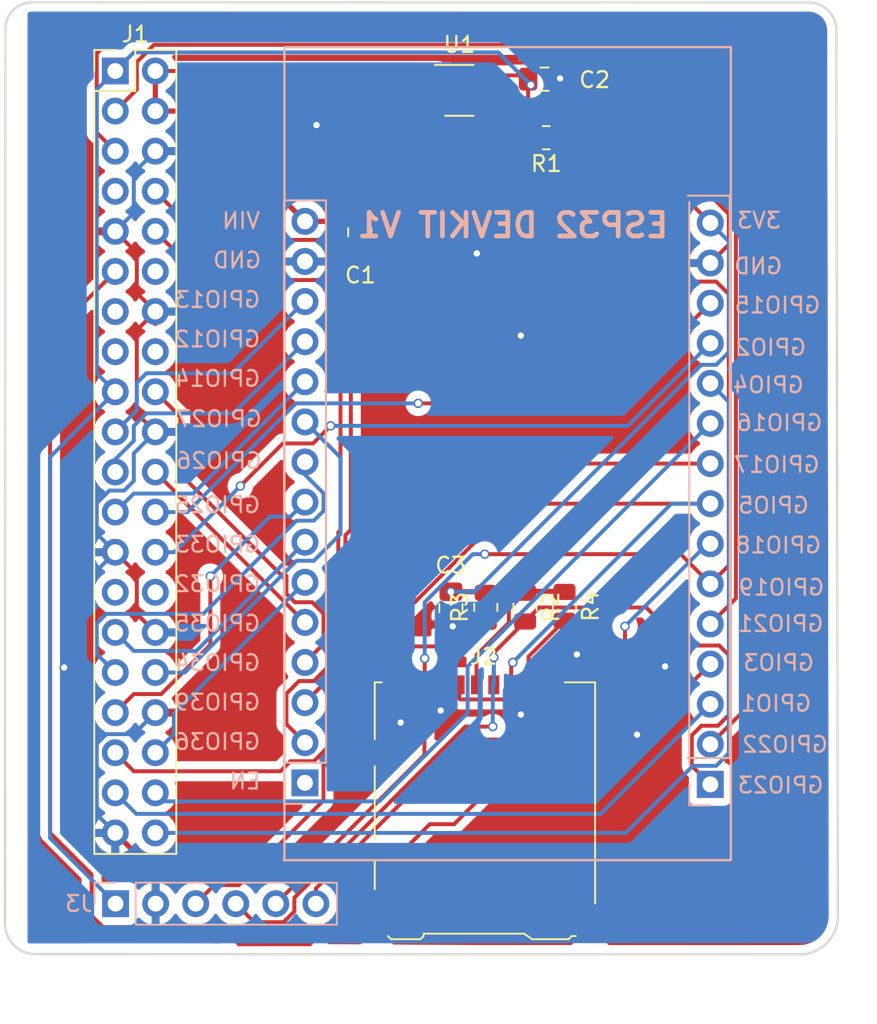
<source format=kicad_pcb>
(kicad_pcb (version 20171130) (host pcbnew "(5.1.10)-1")

  (general
    (thickness 1.6)
    (drawings 9)
    (tracks 343)
    (zones 0)
    (modules 12)
    (nets 32)
  )

  (page A4)
  (layers
    (0 F.Cu signal)
    (31 B.Cu signal)
    (32 B.Adhes user hide)
    (33 F.Adhes user hide)
    (34 B.Paste user hide)
    (35 F.Paste user hide)
    (36 B.SilkS user)
    (37 F.SilkS user hide)
    (38 B.Mask user)
    (39 F.Mask user)
    (40 Dwgs.User user)
    (41 Cmts.User user)
    (42 Eco1.User user)
    (43 Eco2.User user)
    (44 Edge.Cuts user)
    (45 Margin user)
    (46 B.CrtYd user)
    (47 F.CrtYd user)
    (48 B.Fab user)
    (49 F.Fab user)
  )

  (setup
    (last_trace_width 0.25)
    (trace_clearance 0.2)
    (zone_clearance 0.508)
    (zone_45_only no)
    (trace_min 0.2)
    (via_size 0.6)
    (via_drill 0.4)
    (via_min_size 0.4)
    (via_min_drill 0.3)
    (uvia_size 0.3)
    (uvia_drill 0.1)
    (uvias_allowed no)
    (uvia_min_size 0.2)
    (uvia_min_drill 0.1)
    (edge_width 0.15)
    (segment_width 0.2)
    (pcb_text_width 0.3)
    (pcb_text_size 1.5 1.5)
    (mod_edge_width 0.15)
    (mod_text_size 1 1)
    (mod_text_width 0.15)
    (pad_size 1.524 1.524)
    (pad_drill 0.762)
    (pad_to_mask_clearance 0.2)
    (aux_axis_origin 0 0)
    (grid_origin 103.124 120.2944)
    (visible_elements 7FFFFFFF)
    (pcbplotparams
      (layerselection 0x010f0_80000001)
      (usegerberextensions false)
      (usegerberattributes true)
      (usegerberadvancedattributes true)
      (creategerberjobfile true)
      (excludeedgelayer true)
      (linewidth 0.100000)
      (plotframeref false)
      (viasonmask false)
      (mode 1)
      (useauxorigin false)
      (hpglpennumber 1)
      (hpglpenspeed 20)
      (hpglpendiameter 15.000000)
      (psnegative false)
      (psa4output false)
      (plotreference true)
      (plotvalue false)
      (plotinvisibletext false)
      (padsonsilk false)
      (subtractmaskfromsilk true)
      (outputformat 1)
      (mirror false)
      (drillshape 0)
      (scaleselection 1)
      (outputdirectory "GERBERS/"))
  )

  (net 0 "")
  (net 1 "Net-(ESP32_1-Pad1)")
  (net 2 GND)
  (net 3 +5V)
  (net 4 +3V3)
  (net 5 SD_MISO)
  (net 6 SD_MOSI)
  (net 7 SD_SS)
  (net 8 SPI1_SCL)
  (net 9 SPI1_MOSI)
  (net 10 CFG_SCK)
  (net 11 CFG_SS)
  (net 12 SPI1_CE)
  (net 13 PI_SPI_CE_0)
  (net 14 SD_IO3)
  (net 15 SD_IO2)
  (net 16 PI_UART_RO)
  (net 17 PI_UART_WI)
  (net 18 SD_CLK)
  (net 19 CFG_RST)
  (net 20 SPI1_MISO)
  (net 21 CFG_SO)
  (net 22 CFG_SI)
  (net 23 CFG_DONE)
  (net 24 PI_SPI_SCK)
  (net 25 PI_SPI_MISO)
  (net 26 PI_SPI_MOSI)
  (net 27 ENABLE)
  (net 28 POT_SCL)
  (net 29 POT_SDA)
  (net 30 "Net-(J2-Pad1)")
  (net 31 "Net-(J2-Pad8)")

  (net_class Default "This is the default net class."
    (clearance 0.2)
    (trace_width 0.25)
    (via_dia 0.6)
    (via_drill 0.4)
    (uvia_dia 0.3)
    (uvia_drill 0.1)
    (add_net +3V3)
    (add_net +5V)
    (add_net CFG_DONE)
    (add_net CFG_RST)
    (add_net CFG_SCK)
    (add_net CFG_SI)
    (add_net CFG_SO)
    (add_net CFG_SS)
    (add_net ENABLE)
    (add_net GND)
    (add_net "Net-(ESP32_1-Pad1)")
    (add_net "Net-(J2-Pad1)")
    (add_net "Net-(J2-Pad8)")
    (add_net PI_SPI_CE_0)
    (add_net PI_SPI_MISO)
    (add_net PI_SPI_MOSI)
    (add_net PI_SPI_SCK)
    (add_net PI_UART_RO)
    (add_net PI_UART_WI)
    (add_net POT_SCL)
    (add_net POT_SDA)
    (add_net SD_CLK)
    (add_net SD_IO2)
    (add_net SD_IO3)
    (add_net SD_MISO)
    (add_net SD_MOSI)
    (add_net SD_SS)
    (add_net SPI1_CE)
    (add_net SPI1_MISO)
    (add_net SPI1_MOSI)
    (add_net SPI1_SCL)
  )

  (module ESP32_Shield:microSD_HC_Hirose_DM3AT-SF-PEJM5 (layer F.Cu) (tedit 5A1DBFB5) (tstamp 61DD9DC5)
    (at 107.188 115.2144)
    (descr "Micro SD, SMD, right-angle, push-pull (https://www.hirose.com/product/en/download_file/key_name/DM3AT-SF-PEJM5/category/Drawing%20(2D)/doc_file_id/44099/?file_category_id=6&item_id=06090031000&is_series=)")
    (tags "Micro SD")
    (path /61E0C366)
    (attr smd)
    (fp_text reference J2 (at -0.075 -9.525) (layer F.SilkS)
      (effects (font (size 1 1) (thickness 0.15)))
    )
    (fp_text value Micro_SD_Card_Det_Hirose_DM3AT (at -0.075 9.575) (layer F.Fab)
      (effects (font (size 1 1) (thickness 0.15)))
    )
    (fp_line (start 3.275 -1.525) (end 2.7 -1.125) (layer Dwgs.User) (width 0.1))
    (fp_line (start 3.275 -2.025) (end 2 -1.125) (layer Dwgs.User) (width 0.1))
    (fp_line (start 3.275 -2.525) (end 1.3 -1.125) (layer Dwgs.User) (width 0.1))
    (fp_line (start 2.825 -2.725) (end 0.6 -1.125) (layer Dwgs.User) (width 0.1))
    (fp_line (start 2.125 -2.725) (end -0.1 -1.125) (layer Dwgs.User) (width 0.1))
    (fp_line (start 1.425 -2.725) (end -0.8 -1.125) (layer Dwgs.User) (width 0.1))
    (fp_line (start 0.725 -2.725) (end -1.5 -1.125) (layer Dwgs.User) (width 0.1))
    (fp_line (start 0.025 -2.725) (end -2.2 -1.125) (layer Dwgs.User) (width 0.1))
    (fp_line (start -0.675 -2.725) (end -2.9 -1.125) (layer Dwgs.User) (width 0.1))
    (fp_line (start -1.375 -2.725) (end -3.6 -1.125) (layer Dwgs.User) (width 0.1))
    (fp_line (start -2.075 -2.725) (end -4.3 -1.125) (layer Dwgs.User) (width 0.1))
    (fp_line (start -5.925 8.325) (end -5.925 13.225) (layer F.Fab) (width 0.1))
    (fp_line (start 5.075 13.225) (end 5.075 8.325) (layer F.Fab) (width 0.1))
    (fp_line (start -5.425 13.725) (end 4.575 13.725) (layer F.Fab) (width 0.1))
    (fp_line (start -5.425 9.725) (end 4.575 9.725) (layer F.Fab) (width 0.1))
    (fp_line (start 2.51 7.975) (end -3.915 7.975) (layer F.Fab) (width 0.1))
    (fp_line (start 6.925 -7.825) (end -6.925 -7.825) (layer F.Fab) (width 0.1))
    (fp_line (start 6.925 8.125) (end 6.925 -7.825) (layer F.Fab) (width 0.1))
    (fp_line (start -6.925 8.125) (end -6.925 -7.825) (layer F.Fab) (width 0.1))
    (fp_line (start 5.285 8.325) (end 3.035 8.325) (layer F.Fab) (width 0.1))
    (fp_line (start 5.285 8.325) (end 5.485 8.125) (layer F.Fab) (width 0.1))
    (fp_line (start 3.035 8.325) (end 2.51 7.975) (layer F.Fab) (width 0.1))
    (fp_line (start -5.915 8.325) (end -6.115 8.125) (layer F.Fab) (width 0.1))
    (fp_line (start -3.915 8.125) (end -4.115 8.325) (layer F.Fab) (width 0.1))
    (fp_line (start -4.115 8.325) (end -5.915 8.325) (layer F.Fab) (width 0.1))
    (fp_line (start 5.485 8.125) (end 6.925 8.125) (layer F.Fab) (width 0.1))
    (fp_line (start -6.115 8.125) (end -6.925 8.125) (layer F.Fab) (width 0.1))
    (fp_line (start -3.915 8.125) (end -3.915 7.975) (layer F.Fab) (width 0.1))
    (fp_line (start -5.425 -2.725) (end 3.275 -2.725) (layer Dwgs.User) (width 0.1))
    (fp_line (start 3.275 -2.725) (end 3.275 -1.125) (layer Dwgs.User) (width 0.1))
    (fp_line (start 3.275 -1.125) (end -5.425 -1.125) (layer Dwgs.User) (width 0.1))
    (fp_line (start 2.925 6.975) (end 5.475 6.975) (layer Dwgs.User) (width 0.1))
    (fp_line (start 5.475 6.975) (end 5.475 8.325) (layer Dwgs.User) (width 0.1))
    (fp_line (start 5.475 8.325) (end 2.925 8.325) (layer Dwgs.User) (width 0.1))
    (fp_line (start 2.925 8.325) (end 2.925 6.975) (layer Dwgs.User) (width 0.1))
    (fp_line (start -6.125 -1.425) (end -5.425 -1.425) (layer Dwgs.User) (width 0.1))
    (fp_line (start -5.425 -2.725) (end -5.425 6.175) (layer Dwgs.User) (width 0.1))
    (fp_line (start -5.425 6.175) (end -6.125 6.175) (layer Dwgs.User) (width 0.1))
    (fp_line (start -6.125 6.175) (end -6.125 -1.425) (layer Dwgs.User) (width 0.1))
    (fp_line (start -7.225 -7.275) (end -6.475 -7.275) (layer Dwgs.User) (width 0.1))
    (fp_line (start -6.475 -7.275) (end -6.475 0.775) (layer Dwgs.User) (width 0.1))
    (fp_line (start -6.475 0.775) (end -7.225 0.775) (layer Dwgs.User) (width 0.1))
    (fp_line (start -7.225 0.775) (end -7.225 -7.275) (layer Dwgs.User) (width 0.1))
    (fp_line (start -7.82 -8.82) (end 7.88 -8.82) (layer F.CrtYd) (width 0.05))
    (fp_line (start 7.88 -8.82) (end 7.88 8.88) (layer F.CrtYd) (width 0.05))
    (fp_line (start 7.88 8.88) (end -7.82 8.88) (layer F.CrtYd) (width 0.05))
    (fp_line (start -7.82 8.88) (end -7.82 -8.82) (layer F.CrtYd) (width 0.05))
    (fp_line (start 5.075 -7.885) (end 6.995 -7.885) (layer F.SilkS) (width 0.12))
    (fp_line (start 6.995 -7.885) (end 6.995 6.125) (layer F.SilkS) (width 0.12))
    (fp_line (start -6.525 -7.885) (end -6.975 -7.885) (layer F.SilkS) (width 0.12))
    (fp_line (start -6.975 -7.885) (end -6.975 -4.275) (layer F.SilkS) (width 0.12))
    (fp_line (start 5.315 8.385) (end 3.005 8.385) (layer F.SilkS) (width 0.12))
    (fp_line (start -5.945 8.385) (end -4.085 8.385) (layer F.SilkS) (width 0.12))
    (fp_line (start -5.945 8.385) (end -6.145 8.185) (layer F.SilkS) (width 0.12))
    (fp_line (start -6.975 -2.575) (end -6.975 2.125) (layer F.SilkS) (width 0.12))
    (fp_line (start -6.975 3.425) (end -6.975 5.225) (layer F.SilkS) (width 0.12))
    (fp_line (start -3.875 8.035) (end 2.495 8.035) (layer F.SilkS) (width 0.12))
    (fp_line (start -3.875 8.035) (end -3.875 8.185) (layer F.SilkS) (width 0.12))
    (fp_line (start -4.085 8.385) (end -3.875 8.185) (layer F.SilkS) (width 0.12))
    (fp_line (start 5.315 8.385) (end 5.515 8.185) (layer F.SilkS) (width 0.12))
    (fp_line (start 5.515 8.185) (end 5.775 8.185) (layer F.SilkS) (width 0.12))
    (fp_line (start 3.005 8.385) (end 2.495 8.035) (layer F.SilkS) (width 0.12))
    (fp_line (start 5.475 6.975) (end 4.675 8.325) (layer Dwgs.User) (width 0.1))
    (fp_line (start 4.975 6.975) (end 4.175 8.325) (layer Dwgs.User) (width 0.1))
    (fp_line (start 4.475 6.975) (end 3.675 8.325) (layer Dwgs.User) (width 0.1))
    (fp_line (start 3.975 6.975) (end 3.175 8.325) (layer Dwgs.User) (width 0.1))
    (fp_line (start 3.475 6.975) (end 2.925 7.875) (layer Dwgs.User) (width 0.1))
    (fp_line (start -6.475 -7.275) (end -7.225 -6.775) (layer Dwgs.User) (width 0.1))
    (fp_line (start -6.475 -6.775) (end -7.225 -6.275) (layer Dwgs.User) (width 0.1))
    (fp_line (start -6.475 -6.275) (end -7.225 -5.775) (layer Dwgs.User) (width 0.1))
    (fp_line (start -6.475 -5.775) (end -7.225 -5.275) (layer Dwgs.User) (width 0.1))
    (fp_line (start -6.475 -5.275) (end -7.225 -4.775) (layer Dwgs.User) (width 0.1))
    (fp_line (start -6.475 -4.775) (end -7.225 -4.275) (layer Dwgs.User) (width 0.1))
    (fp_line (start -6.475 -4.275) (end -7.225 -3.775) (layer Dwgs.User) (width 0.1))
    (fp_line (start -6.475 -3.775) (end -7.225 -3.275) (layer Dwgs.User) (width 0.1))
    (fp_line (start -6.475 -3.275) (end -7.225 -2.775) (layer Dwgs.User) (width 0.1))
    (fp_line (start -6.475 -2.775) (end -7.225 -2.275) (layer Dwgs.User) (width 0.1))
    (fp_line (start -6.475 -2.275) (end -7.225 -1.775) (layer Dwgs.User) (width 0.1))
    (fp_line (start -6.475 -1.775) (end -7.225 -1.275) (layer Dwgs.User) (width 0.1))
    (fp_line (start -6.475 -1.275) (end -7.225 -0.775) (layer Dwgs.User) (width 0.1))
    (fp_line (start -6.475 -0.775) (end -7.225 -0.275) (layer Dwgs.User) (width 0.1))
    (fp_line (start -6.475 -0.275) (end -7.225 0.225) (layer Dwgs.User) (width 0.1))
    (fp_line (start -6.475 0.225) (end -7.225 0.725) (layer Dwgs.User) (width 0.1))
    (fp_line (start -6.125 6.175) (end -5.425 5.675) (layer Dwgs.User) (width 0.1))
    (fp_line (start -6.125 5.675) (end -5.425 5.175) (layer Dwgs.User) (width 0.1))
    (fp_line (start -6.125 5.175) (end -5.425 4.675) (layer Dwgs.User) (width 0.1))
    (fp_line (start -6.125 4.675) (end -5.425 4.175) (layer Dwgs.User) (width 0.1))
    (fp_line (start -6.125 4.175) (end -5.425 3.675) (layer Dwgs.User) (width 0.1))
    (fp_line (start -6.125 3.675) (end -5.425 3.175) (layer Dwgs.User) (width 0.1))
    (fp_line (start -6.125 3.175) (end -5.425 2.675) (layer Dwgs.User) (width 0.1))
    (fp_line (start -6.125 2.675) (end -5.425 2.175) (layer Dwgs.User) (width 0.1))
    (fp_line (start -6.125 2.175) (end -5.425 1.675) (layer Dwgs.User) (width 0.1))
    (fp_line (start -6.125 1.675) (end -5.425 1.175) (layer Dwgs.User) (width 0.1))
    (fp_line (start -6.125 1.175) (end -5.425 0.675) (layer Dwgs.User) (width 0.1))
    (fp_line (start -6.125 0.675) (end -5.425 0.175) (layer Dwgs.User) (width 0.1))
    (fp_line (start -6.125 0.175) (end -5.425 -0.325) (layer Dwgs.User) (width 0.1))
    (fp_line (start -6.125 -0.325) (end -5.425 -0.825) (layer Dwgs.User) (width 0.1))
    (fp_line (start -6.125 -1.325) (end -5.975 -1.425) (layer Dwgs.User) (width 0.1))
    (fp_line (start -6.125 -0.825) (end -5.425 -1.325) (layer Dwgs.User) (width 0.1))
    (fp_line (start -5.425 -1.325) (end -3.475 -2.725) (layer Dwgs.User) (width 0.1))
    (fp_line (start -2.775 -2.725) (end -5 -1.125) (layer Dwgs.User) (width 0.1))
    (fp_line (start -4.875 -2.725) (end -5.425 -2.325) (layer Dwgs.User) (width 0.1))
    (fp_line (start -4.175 -2.725) (end -5.425 -1.825) (layer Dwgs.User) (width 0.1))
    (fp_arc (start -5.425 13.225) (end -5.425 13.725) (angle 90) (layer F.Fab) (width 0.1))
    (fp_arc (start 4.575 13.225) (end 5.075 13.225) (angle 90) (layer F.Fab) (width 0.1))
    (fp_arc (start -5.425 9.225) (end -5.425 9.725) (angle 90) (layer F.Fab) (width 0.1))
    (fp_arc (start 4.575 9.225) (end 5.075 9.225) (angle 90) (layer F.Fab) (width 0.1))
    (fp_text user KEEPOUT (at -5.775 2.375 90) (layer Cmts.User)
      (effects (font (size 0.6 0.6) (thickness 0.09)))
    )
    (fp_text user KEEPOUT (at -6.85 -3.25 90) (layer Cmts.User)
      (effects (font (size 0.6 0.6) (thickness 0.09)))
    )
    (fp_text user KEEPOUT (at 4.2 7.65) (layer Cmts.User)
      (effects (font (size 0.4 0.4) (thickness 0.06)))
    )
    (fp_text user %R (at -0.075 0.375) (layer F.Fab)
      (effects (font (size 1 1) (thickness 0.1)))
    )
    (fp_text user KEEPOUT (at -1.075 -1.925) (layer Cmts.User)
      (effects (font (size 1 1) (thickness 0.1)))
    )
    (pad 11 smd rect (at 6.675 7.375) (size 1.3 1.9) (layers F.Cu F.Paste F.Mask)
      (net 2 GND))
    (pad 11 smd rect (at -6.825 6.925) (size 1 2.8) (layers F.Cu F.Paste F.Mask)
      (net 2 GND))
    (pad 10 smd rect (at -6.825 2.775) (size 1 0.8) (layers F.Cu F.Paste F.Mask))
    (pad 11 smd rect (at -6.825 -3.425) (size 1 1.2) (layers F.Cu F.Paste F.Mask)
      (net 2 GND))
    (pad 11 smd rect (at 4.325 -7.725) (size 1 1.2) (layers F.Cu F.Paste F.Mask)
      (net 2 GND))
    (pad 7 smd rect (at -3.825 -7.725) (size 0.7 1.2) (layers F.Cu F.Paste F.Mask)
      (net 5 SD_MISO))
    (pad 6 smd rect (at -2.725 -7.725) (size 0.7 1.2) (layers F.Cu F.Paste F.Mask)
      (net 2 GND))
    (pad 5 smd rect (at -1.625 -7.725) (size 0.7 1.2) (layers F.Cu F.Paste F.Mask)
      (net 18 SD_CLK))
    (pad 4 smd rect (at -0.525 -7.725) (size 0.7 1.2) (layers F.Cu F.Paste F.Mask)
      (net 4 +3V3))
    (pad 3 smd rect (at 0.575 -7.725) (size 0.7 1.2) (layers F.Cu F.Paste F.Mask)
      (net 6 SD_MOSI))
    (pad 2 smd rect (at 1.675 -7.725) (size 0.7 1.2) (layers F.Cu F.Paste F.Mask)
      (net 7 SD_SS))
    (pad 1 smd rect (at 2.775 -7.725) (size 0.7 1.2) (layers F.Cu F.Paste F.Mask)
      (net 30 "Net-(J2-Pad1)"))
    (pad 8 smd rect (at -4.925 -7.725) (size 0.7 1.2) (layers F.Cu F.Paste F.Mask)
      (net 31 "Net-(J2-Pad8)"))
    (pad 9 smd rect (at -5.875 -7.725) (size 0.7 1.2) (layers F.Cu F.Paste F.Mask))
    (model ${KISYS3DMOD}/Connector_Card.3dshapes/microSD_HC_Hirose_DM3AT-SF-PEJM5.wrl
      (at (xyz 0 0 0))
      (scale (xyz 1 1 1))
      (rotate (xyz 0 0 0))
    )
    (model ${KIPRJMOD}/Models/hirose.STEP
      (offset (xyz -165.1 -154 0))
      (scale (xyz 1 1 1))
      (rotate (xyz 0 0 0))
    )
  )

  (module Resistor_SMD:R_0805_2012Metric (layer F.Cu) (tedit 5F68FEEE) (tstamp 61DD971C)
    (at 112.2426 102.5144 270)
    (descr "Resistor SMD 0805 (2012 Metric), square (rectangular) end terminal, IPC_7351 nominal, (Body size source: IPC-SM-782 page 72, https://www.pcb-3d.com/wordpress/wp-content/uploads/ipc-sm-782a_amendment_1_and_2.pdf), generated with kicad-footprint-generator")
    (tags resistor)
    (path /61E36390)
    (attr smd)
    (fp_text reference R4 (at 0 -1.65 90) (layer F.SilkS)
      (effects (font (size 1 1) (thickness 0.15)))
    )
    (fp_text value 10K (at 0 1.65 90) (layer F.Fab)
      (effects (font (size 1 1) (thickness 0.15)))
    )
    (fp_line (start 1.68 0.95) (end -1.68 0.95) (layer F.CrtYd) (width 0.05))
    (fp_line (start 1.68 -0.95) (end 1.68 0.95) (layer F.CrtYd) (width 0.05))
    (fp_line (start -1.68 -0.95) (end 1.68 -0.95) (layer F.CrtYd) (width 0.05))
    (fp_line (start -1.68 0.95) (end -1.68 -0.95) (layer F.CrtYd) (width 0.05))
    (fp_line (start -0.227064 0.735) (end 0.227064 0.735) (layer F.SilkS) (width 0.12))
    (fp_line (start -0.227064 -0.735) (end 0.227064 -0.735) (layer F.SilkS) (width 0.12))
    (fp_line (start 1 0.625) (end -1 0.625) (layer F.Fab) (width 0.1))
    (fp_line (start 1 -0.625) (end 1 0.625) (layer F.Fab) (width 0.1))
    (fp_line (start -1 -0.625) (end 1 -0.625) (layer F.Fab) (width 0.1))
    (fp_line (start -1 0.625) (end -1 -0.625) (layer F.Fab) (width 0.1))
    (fp_text user %R (at 0 0 90) (layer F.Fab)
      (effects (font (size 0.5 0.5) (thickness 0.08)))
    )
    (pad 2 smd roundrect (at 0.9125 0 270) (size 1.025 1.4) (layers F.Cu F.Paste F.Mask) (roundrect_rratio 0.243902)
      (net 30 "Net-(J2-Pad1)"))
    (pad 1 smd roundrect (at -0.9125 0 270) (size 1.025 1.4) (layers F.Cu F.Paste F.Mask) (roundrect_rratio 0.243902)
      (net 4 +3V3))
    (model ${KISYS3DMOD}/Resistor_SMD.3dshapes/R_0805_2012Metric.wrl
      (at (xyz 0 0 0))
      (scale (xyz 1 1 1))
      (rotate (xyz 0 0 0))
    )
  )

  (module Resistor_SMD:R_0805_2012Metric (layer F.Cu) (tedit 5F68FEEE) (tstamp 61DD970B)
    (at 107.2515 102.5779 90)
    (descr "Resistor SMD 0805 (2012 Metric), square (rectangular) end terminal, IPC_7351 nominal, (Body size source: IPC-SM-782 page 72, https://www.pcb-3d.com/wordpress/wp-content/uploads/ipc-sm-782a_amendment_1_and_2.pdf), generated with kicad-footprint-generator")
    (tags resistor)
    (path /61E3C2DC)
    (attr smd)
    (fp_text reference R3 (at 0 -1.65 90) (layer F.SilkS)
      (effects (font (size 1 1) (thickness 0.15)))
    )
    (fp_text value 10K (at 0 1.65 90) (layer F.Fab)
      (effects (font (size 1 1) (thickness 0.15)))
    )
    (fp_line (start 1.68 0.95) (end -1.68 0.95) (layer F.CrtYd) (width 0.05))
    (fp_line (start 1.68 -0.95) (end 1.68 0.95) (layer F.CrtYd) (width 0.05))
    (fp_line (start -1.68 -0.95) (end 1.68 -0.95) (layer F.CrtYd) (width 0.05))
    (fp_line (start -1.68 0.95) (end -1.68 -0.95) (layer F.CrtYd) (width 0.05))
    (fp_line (start -0.227064 0.735) (end 0.227064 0.735) (layer F.SilkS) (width 0.12))
    (fp_line (start -0.227064 -0.735) (end 0.227064 -0.735) (layer F.SilkS) (width 0.12))
    (fp_line (start 1 0.625) (end -1 0.625) (layer F.Fab) (width 0.1))
    (fp_line (start 1 -0.625) (end 1 0.625) (layer F.Fab) (width 0.1))
    (fp_line (start -1 -0.625) (end 1 -0.625) (layer F.Fab) (width 0.1))
    (fp_line (start -1 0.625) (end -1 -0.625) (layer F.Fab) (width 0.1))
    (fp_text user %R (at 0 0 90) (layer F.Fab)
      (effects (font (size 0.5 0.5) (thickness 0.08)))
    )
    (pad 2 smd roundrect (at 0.9125 0 90) (size 1.025 1.4) (layers F.Cu F.Paste F.Mask) (roundrect_rratio 0.243902)
      (net 4 +3V3))
    (pad 1 smd roundrect (at -0.9125 0 90) (size 1.025 1.4) (layers F.Cu F.Paste F.Mask) (roundrect_rratio 0.243902)
      (net 31 "Net-(J2-Pad8)"))
    (model ${KISYS3DMOD}/Resistor_SMD.3dshapes/R_0805_2012Metric.wrl
      (at (xyz 0 0 0))
      (scale (xyz 1 1 1))
      (rotate (xyz 0 0 0))
    )
  )

  (module Resistor_SMD:R_0805_2012Metric (layer F.Cu) (tedit 5F68FEEE) (tstamp 61DD96FA)
    (at 109.7407 102.5652 270)
    (descr "Resistor SMD 0805 (2012 Metric), square (rectangular) end terminal, IPC_7351 nominal, (Body size source: IPC-SM-782 page 72, https://www.pcb-3d.com/wordpress/wp-content/uploads/ipc-sm-782a_amendment_1_and_2.pdf), generated with kicad-footprint-generator")
    (tags resistor)
    (path /61E3D70C)
    (attr smd)
    (fp_text reference R2 (at 0 -1.65 90) (layer F.SilkS)
      (effects (font (size 1 1) (thickness 0.15)))
    )
    (fp_text value 10K (at 0 1.65 90) (layer F.Fab)
      (effects (font (size 1 1) (thickness 0.15)))
    )
    (fp_line (start 1.68 0.95) (end -1.68 0.95) (layer F.CrtYd) (width 0.05))
    (fp_line (start 1.68 -0.95) (end 1.68 0.95) (layer F.CrtYd) (width 0.05))
    (fp_line (start -1.68 -0.95) (end 1.68 -0.95) (layer F.CrtYd) (width 0.05))
    (fp_line (start -1.68 0.95) (end -1.68 -0.95) (layer F.CrtYd) (width 0.05))
    (fp_line (start -0.227064 0.735) (end 0.227064 0.735) (layer F.SilkS) (width 0.12))
    (fp_line (start -0.227064 -0.735) (end 0.227064 -0.735) (layer F.SilkS) (width 0.12))
    (fp_line (start 1 0.625) (end -1 0.625) (layer F.Fab) (width 0.1))
    (fp_line (start 1 -0.625) (end 1 0.625) (layer F.Fab) (width 0.1))
    (fp_line (start -1 -0.625) (end 1 -0.625) (layer F.Fab) (width 0.1))
    (fp_line (start -1 0.625) (end -1 -0.625) (layer F.Fab) (width 0.1))
    (fp_text user %R (at 0 0 90) (layer F.Fab)
      (effects (font (size 0.5 0.5) (thickness 0.08)))
    )
    (pad 2 smd roundrect (at 0.9125 0 270) (size 1.025 1.4) (layers F.Cu F.Paste F.Mask) (roundrect_rratio 0.243902)
      (net 6 SD_MOSI))
    (pad 1 smd roundrect (at -0.9125 0 270) (size 1.025 1.4) (layers F.Cu F.Paste F.Mask) (roundrect_rratio 0.243902)
      (net 4 +3V3))
    (model ${KISYS3DMOD}/Resistor_SMD.3dshapes/R_0805_2012Metric.wrl
      (at (xyz 0 0 0))
      (scale (xyz 1 1 1))
      (rotate (xyz 0 0 0))
    )
  )

  (module Resistor_SMD:R_0805_2012Metric (layer F.Cu) (tedit 5F68FEEE) (tstamp 61DD96E9)
    (at 111.0869 72.8345 180)
    (descr "Resistor SMD 0805 (2012 Metric), square (rectangular) end terminal, IPC_7351 nominal, (Body size source: IPC-SM-782 page 72, https://www.pcb-3d.com/wordpress/wp-content/uploads/ipc-sm-782a_amendment_1_and_2.pdf), generated with kicad-footprint-generator")
    (tags resistor)
    (path /61E43CD3)
    (attr smd)
    (fp_text reference R1 (at 0 -1.65) (layer F.SilkS)
      (effects (font (size 1 1) (thickness 0.15)))
    )
    (fp_text value 10K (at 0 1.65) (layer F.Fab)
      (effects (font (size 1 1) (thickness 0.15)))
    )
    (fp_line (start 1.68 0.95) (end -1.68 0.95) (layer F.CrtYd) (width 0.05))
    (fp_line (start 1.68 -0.95) (end 1.68 0.95) (layer F.CrtYd) (width 0.05))
    (fp_line (start -1.68 -0.95) (end 1.68 -0.95) (layer F.CrtYd) (width 0.05))
    (fp_line (start -1.68 0.95) (end -1.68 -0.95) (layer F.CrtYd) (width 0.05))
    (fp_line (start -0.227064 0.735) (end 0.227064 0.735) (layer F.SilkS) (width 0.12))
    (fp_line (start -0.227064 -0.735) (end 0.227064 -0.735) (layer F.SilkS) (width 0.12))
    (fp_line (start 1 0.625) (end -1 0.625) (layer F.Fab) (width 0.1))
    (fp_line (start 1 -0.625) (end 1 0.625) (layer F.Fab) (width 0.1))
    (fp_line (start -1 -0.625) (end 1 -0.625) (layer F.Fab) (width 0.1))
    (fp_line (start -1 0.625) (end -1 -0.625) (layer F.Fab) (width 0.1))
    (fp_text user %R (at 0 0) (layer F.Fab)
      (effects (font (size 0.5 0.5) (thickness 0.08)))
    )
    (pad 2 smd roundrect (at 0.9125 0 180) (size 1.025 1.4) (layers F.Cu F.Paste F.Mask) (roundrect_rratio 0.243902)
      (net 4 +3V3))
    (pad 1 smd roundrect (at -0.9125 0 180) (size 1.025 1.4) (layers F.Cu F.Paste F.Mask) (roundrect_rratio 0.243902)
      (net 5 SD_MISO))
    (model ${KISYS3DMOD}/Resistor_SMD.3dshapes/R_0805_2012Metric.wrl
      (at (xyz 0 0 0))
      (scale (xyz 1 1 1))
      (rotate (xyz 0 0 0))
    )
  )

  (module Package_TO_SOT_SMD:SOT-23-5 (layer F.Cu) (tedit 5A02FF57) (tstamp 61DD9731)
    (at 105.5751 69.8373)
    (descr "5-pin SOT23 package")
    (tags SOT-23-5)
    (path /61DD6A78)
    (attr smd)
    (fp_text reference U1 (at 0 -2.9) (layer F.SilkS)
      (effects (font (size 1 1) (thickness 0.15)))
    )
    (fp_text value AP2127K-3.3 (at 0 2.9) (layer F.Fab)
      (effects (font (size 1 1) (thickness 0.15)))
    )
    (fp_line (start 0.9 -1.55) (end 0.9 1.55) (layer F.Fab) (width 0.1))
    (fp_line (start 0.9 1.55) (end -0.9 1.55) (layer F.Fab) (width 0.1))
    (fp_line (start -0.9 -0.9) (end -0.9 1.55) (layer F.Fab) (width 0.1))
    (fp_line (start 0.9 -1.55) (end -0.25 -1.55) (layer F.Fab) (width 0.1))
    (fp_line (start -0.9 -0.9) (end -0.25 -1.55) (layer F.Fab) (width 0.1))
    (fp_line (start -1.9 1.8) (end -1.9 -1.8) (layer F.CrtYd) (width 0.05))
    (fp_line (start 1.9 1.8) (end -1.9 1.8) (layer F.CrtYd) (width 0.05))
    (fp_line (start 1.9 -1.8) (end 1.9 1.8) (layer F.CrtYd) (width 0.05))
    (fp_line (start -1.9 -1.8) (end 1.9 -1.8) (layer F.CrtYd) (width 0.05))
    (fp_line (start 0.9 -1.61) (end -1.55 -1.61) (layer F.SilkS) (width 0.12))
    (fp_line (start -0.9 1.61) (end 0.9 1.61) (layer F.SilkS) (width 0.12))
    (fp_text user %R (at 0 0 90) (layer F.Fab)
      (effects (font (size 0.5 0.5) (thickness 0.075)))
    )
    (pad 5 smd rect (at 1.1 -0.95) (size 1.06 0.65) (layers F.Cu F.Paste F.Mask)
      (net 4 +3V3))
    (pad 4 smd rect (at 1.1 0.95) (size 1.06 0.65) (layers F.Cu F.Paste F.Mask))
    (pad 3 smd rect (at -1.1 0.95) (size 1.06 0.65) (layers F.Cu F.Paste F.Mask)
      (net 3 +5V))
    (pad 2 smd rect (at -1.1 0) (size 1.06 0.65) (layers F.Cu F.Paste F.Mask)
      (net 2 GND))
    (pad 1 smd rect (at -1.1 -0.95) (size 1.06 0.65) (layers F.Cu F.Paste F.Mask)
      (net 3 +5V))
    (model ${KISYS3DMOD}/Package_TO_SOT_SMD.3dshapes/SOT-23-5.wrl
      (at (xyz 0 0 0))
      (scale (xyz 1 1 1))
      (rotate (xyz 0 0 0))
    )
  )

  (module Connector_PinHeader_2.54mm:PinHeader_1x06_P2.54mm_Vertical (layer B.Cu) (tedit 59FED5CC) (tstamp 61DD96D8)
    (at 83.7819 121.3485 270)
    (descr "Through hole straight pin header, 1x06, 2.54mm pitch, single row")
    (tags "Through hole pin header THT 1x06 2.54mm single row")
    (path /61E0FC3C)
    (fp_text reference J3 (at 0 2.33) (layer B.SilkS)
      (effects (font (size 1 1) (thickness 0.15)) (justify mirror))
    )
    (fp_text value Conn_01x06 (at 0 -15.03 270) (layer B.Fab)
      (effects (font (size 1 1) (thickness 0.15)) (justify mirror))
    )
    (fp_line (start 1.8 1.8) (end -1.8 1.8) (layer B.CrtYd) (width 0.05))
    (fp_line (start 1.8 -14.5) (end 1.8 1.8) (layer B.CrtYd) (width 0.05))
    (fp_line (start -1.8 -14.5) (end 1.8 -14.5) (layer B.CrtYd) (width 0.05))
    (fp_line (start -1.8 1.8) (end -1.8 -14.5) (layer B.CrtYd) (width 0.05))
    (fp_line (start -1.33 1.33) (end 0 1.33) (layer B.SilkS) (width 0.12))
    (fp_line (start -1.33 0) (end -1.33 1.33) (layer B.SilkS) (width 0.12))
    (fp_line (start -1.33 -1.27) (end 1.33 -1.27) (layer B.SilkS) (width 0.12))
    (fp_line (start 1.33 -1.27) (end 1.33 -14.03) (layer B.SilkS) (width 0.12))
    (fp_line (start -1.33 -1.27) (end -1.33 -14.03) (layer B.SilkS) (width 0.12))
    (fp_line (start -1.33 -14.03) (end 1.33 -14.03) (layer B.SilkS) (width 0.12))
    (fp_line (start -1.27 0.635) (end -0.635 1.27) (layer B.Fab) (width 0.1))
    (fp_line (start -1.27 -13.97) (end -1.27 0.635) (layer B.Fab) (width 0.1))
    (fp_line (start 1.27 -13.97) (end -1.27 -13.97) (layer B.Fab) (width 0.1))
    (fp_line (start 1.27 1.27) (end 1.27 -13.97) (layer B.Fab) (width 0.1))
    (fp_line (start -0.635 1.27) (end 1.27 1.27) (layer B.Fab) (width 0.1))
    (fp_text user %R (at 0 -6.35) (layer B.Fab)
      (effects (font (size 1 1) (thickness 0.15)) (justify mirror))
    )
    (pad 6 thru_hole oval (at 0 -12.7 270) (size 1.7 1.7) (drill 1) (layers *.Cu *.Mask)
      (net 18 SD_CLK))
    (pad 5 thru_hole oval (at 0 -10.16 270) (size 1.7 1.7) (drill 1) (layers *.Cu *.Mask)
      (net 5 SD_MISO))
    (pad 4 thru_hole oval (at 0 -7.62 270) (size 1.7 1.7) (drill 1) (layers *.Cu *.Mask)
      (net 6 SD_MOSI))
    (pad 3 thru_hole oval (at 0 -5.08 270) (size 1.7 1.7) (drill 1) (layers *.Cu *.Mask)
      (net 7 SD_SS))
    (pad 2 thru_hole oval (at 0 -2.54 270) (size 1.7 1.7) (drill 1) (layers *.Cu *.Mask)
      (net 2 GND))
    (pad 1 thru_hole rect (at 0 0 270) (size 1.7 1.7) (drill 1) (layers *.Cu *.Mask)
      (net 4 +3V3))
    (model ${KISYS3DMOD}/Connector_PinHeader_2.54mm.3dshapes/PinHeader_1x06_P2.54mm_Vertical.wrl
      (at (xyz 0 0 0))
      (scale (xyz 1 1 1))
      (rotate (xyz 0 0 0))
    )
  )

  (module Connector_PinHeader_2.54mm:PinHeader_2x20_P2.54mm_Vertical (layer F.Cu) (tedit 59FED5CC) (tstamp 61DD96BE)
    (at 83.76158 68.60794)
    (descr "Through hole straight pin header, 2x20, 2.54mm pitch, double rows")
    (tags "Through hole pin header THT 2x20 2.54mm double row")
    (path /61DDBDBA)
    (fp_text reference J1 (at 1.27 -2.33) (layer F.SilkS)
      (effects (font (size 1 1) (thickness 0.15)))
    )
    (fp_text value Conn_02x20_Odd_Even (at 1.27 50.59) (layer F.Fab)
      (effects (font (size 1 1) (thickness 0.15)))
    )
    (fp_line (start 4.35 -1.8) (end -1.8 -1.8) (layer F.CrtYd) (width 0.05))
    (fp_line (start 4.35 50.05) (end 4.35 -1.8) (layer F.CrtYd) (width 0.05))
    (fp_line (start -1.8 50.05) (end 4.35 50.05) (layer F.CrtYd) (width 0.05))
    (fp_line (start -1.8 -1.8) (end -1.8 50.05) (layer F.CrtYd) (width 0.05))
    (fp_line (start -1.33 -1.33) (end 0 -1.33) (layer F.SilkS) (width 0.12))
    (fp_line (start -1.33 0) (end -1.33 -1.33) (layer F.SilkS) (width 0.12))
    (fp_line (start 1.27 -1.33) (end 3.87 -1.33) (layer F.SilkS) (width 0.12))
    (fp_line (start 1.27 1.27) (end 1.27 -1.33) (layer F.SilkS) (width 0.12))
    (fp_line (start -1.33 1.27) (end 1.27 1.27) (layer F.SilkS) (width 0.12))
    (fp_line (start 3.87 -1.33) (end 3.87 49.59) (layer F.SilkS) (width 0.12))
    (fp_line (start -1.33 1.27) (end -1.33 49.59) (layer F.SilkS) (width 0.12))
    (fp_line (start -1.33 49.59) (end 3.87 49.59) (layer F.SilkS) (width 0.12))
    (fp_line (start -1.27 0) (end 0 -1.27) (layer F.Fab) (width 0.1))
    (fp_line (start -1.27 49.53) (end -1.27 0) (layer F.Fab) (width 0.1))
    (fp_line (start 3.81 49.53) (end -1.27 49.53) (layer F.Fab) (width 0.1))
    (fp_line (start 3.81 -1.27) (end 3.81 49.53) (layer F.Fab) (width 0.1))
    (fp_line (start 0 -1.27) (end 3.81 -1.27) (layer F.Fab) (width 0.1))
    (fp_text user %R (at 1.27 24.13 90) (layer F.Fab)
      (effects (font (size 1 1) (thickness 0.15)))
    )
    (pad 40 thru_hole oval (at 2.54 48.26) (size 1.7 1.7) (drill 1) (layers *.Cu *.Mask)
      (net 8 SPI1_SCL))
    (pad 39 thru_hole oval (at 0 48.26) (size 1.7 1.7) (drill 1) (layers *.Cu *.Mask)
      (net 2 GND))
    (pad 38 thru_hole oval (at 2.54 45.72) (size 1.7 1.7) (drill 1) (layers *.Cu *.Mask)
      (net 9 SPI1_MOSI))
    (pad 37 thru_hole oval (at 0 45.72) (size 1.7 1.7) (drill 1) (layers *.Cu *.Mask)
      (net 19 CFG_RST))
    (pad 36 thru_hole oval (at 2.54 43.18) (size 1.7 1.7) (drill 1) (layers *.Cu *.Mask)
      (net 10 CFG_SCK))
    (pad 35 thru_hole oval (at 0 43.18) (size 1.7 1.7) (drill 1) (layers *.Cu *.Mask)
      (net 20 SPI1_MISO))
    (pad 34 thru_hole oval (at 2.54 40.64) (size 1.7 1.7) (drill 1) (layers *.Cu *.Mask)
      (net 2 GND))
    (pad 33 thru_hole oval (at 0 40.64) (size 1.7 1.7) (drill 1) (layers *.Cu *.Mask)
      (net 21 CFG_SO))
    (pad 32 thru_hole oval (at 2.54 38.1) (size 1.7 1.7) (drill 1) (layers *.Cu *.Mask)
      (net 11 CFG_SS))
    (pad 31 thru_hole oval (at 0 38.1) (size 1.7 1.7) (drill 1) (layers *.Cu *.Mask)
      (net 22 CFG_SI))
    (pad 30 thru_hole oval (at 2.54 35.56) (size 1.7 1.7) (drill 1) (layers *.Cu *.Mask)
      (net 2 GND))
    (pad 29 thru_hole oval (at 0 35.56) (size 1.7 1.7) (drill 1) (layers *.Cu *.Mask)
      (net 23 CFG_DONE))
    (pad 28 thru_hole oval (at 2.54 33.02) (size 1.7 1.7) (drill 1) (layers *.Cu *.Mask))
    (pad 27 thru_hole oval (at 0 33.02) (size 1.7 1.7) (drill 1) (layers *.Cu *.Mask))
    (pad 26 thru_hole oval (at 2.54 30.48) (size 1.7 1.7) (drill 1) (layers *.Cu *.Mask)
      (net 12 SPI1_CE))
    (pad 25 thru_hole oval (at 0 30.48) (size 1.7 1.7) (drill 1) (layers *.Cu *.Mask)
      (net 2 GND))
    (pad 24 thru_hole oval (at 2.54 27.94) (size 1.7 1.7) (drill 1) (layers *.Cu *.Mask)
      (net 13 PI_SPI_CE_0))
    (pad 23 thru_hole oval (at 0 27.94) (size 1.7 1.7) (drill 1) (layers *.Cu *.Mask)
      (net 24 PI_SPI_SCK))
    (pad 22 thru_hole oval (at 2.54 25.4) (size 1.7 1.7) (drill 1) (layers *.Cu *.Mask)
      (net 14 SD_IO3))
    (pad 21 thru_hole oval (at 0 25.4) (size 1.7 1.7) (drill 1) (layers *.Cu *.Mask)
      (net 25 PI_SPI_MISO))
    (pad 20 thru_hole oval (at 2.54 22.86) (size 1.7 1.7) (drill 1) (layers *.Cu *.Mask)
      (net 2 GND))
    (pad 19 thru_hole oval (at 0 22.86) (size 1.7 1.7) (drill 1) (layers *.Cu *.Mask)
      (net 26 PI_SPI_MOSI))
    (pad 18 thru_hole oval (at 2.54 20.32) (size 1.7 1.7) (drill 1) (layers *.Cu *.Mask)
      (net 15 SD_IO2))
    (pad 17 thru_hole oval (at 0 20.32) (size 1.7 1.7) (drill 1) (layers *.Cu *.Mask)
      (net 4 +3V3))
    (pad 16 thru_hole oval (at 2.54 17.78) (size 1.7 1.7) (drill 1) (layers *.Cu *.Mask))
    (pad 15 thru_hole oval (at 0 17.78) (size 1.7 1.7) (drill 1) (layers *.Cu *.Mask))
    (pad 14 thru_hole oval (at 2.54 15.24) (size 1.7 1.7) (drill 1) (layers *.Cu *.Mask)
      (net 2 GND))
    (pad 13 thru_hole oval (at 0 15.24) (size 1.7 1.7) (drill 1) (layers *.Cu *.Mask))
    (pad 12 thru_hole oval (at 2.54 12.7) (size 1.7 1.7) (drill 1) (layers *.Cu *.Mask))
    (pad 11 thru_hole oval (at 0 12.7) (size 1.7 1.7) (drill 1) (layers *.Cu *.Mask)
      (net 27 ENABLE))
    (pad 10 thru_hole oval (at 2.54 10.16) (size 1.7 1.7) (drill 1) (layers *.Cu *.Mask)
      (net 16 PI_UART_RO))
    (pad 9 thru_hole oval (at 0 10.16) (size 1.7 1.7) (drill 1) (layers *.Cu *.Mask)
      (net 2 GND))
    (pad 8 thru_hole oval (at 2.54 7.62) (size 1.7 1.7) (drill 1) (layers *.Cu *.Mask)
      (net 17 PI_UART_WI))
    (pad 7 thru_hole oval (at 0 7.62) (size 1.7 1.7) (drill 1) (layers *.Cu *.Mask))
    (pad 6 thru_hole oval (at 2.54 5.08) (size 1.7 1.7) (drill 1) (layers *.Cu *.Mask)
      (net 2 GND))
    (pad 5 thru_hole oval (at 0 5.08) (size 1.7 1.7) (drill 1) (layers *.Cu *.Mask)
      (net 28 POT_SCL))
    (pad 4 thru_hole oval (at 2.54 2.54) (size 1.7 1.7) (drill 1) (layers *.Cu *.Mask)
      (net 3 +5V))
    (pad 3 thru_hole oval (at 0 2.54) (size 1.7 1.7) (drill 1) (layers *.Cu *.Mask)
      (net 29 POT_SDA))
    (pad 2 thru_hole oval (at 2.54 0) (size 1.7 1.7) (drill 1) (layers *.Cu *.Mask)
      (net 3 +5V))
    (pad 1 thru_hole rect (at 0 0) (size 1.7 1.7) (drill 1) (layers *.Cu *.Mask)
      (net 4 +3V3))
    (model ${KISYS3DMOD}/Connector_PinHeader_2.54mm.3dshapes/PinHeader_2x20_P2.54mm_Vertical.wrl
      (at (xyz 0 0 0))
      (scale (xyz 1 1 1))
      (rotate (xyz 0 0 0))
    )
  )

  (module Capacitor_SMD:C_0805_2012Metric_Pad1.18x1.45mm_HandSolder (layer F.Cu) (tedit 5F68FEEF) (tstamp 61DD955C)
    (at 105.0417 102.6287 270)
    (descr "Capacitor SMD 0805 (2012 Metric), square (rectangular) end terminal, IPC_7351 nominal with elongated pad for handsoldering. (Body size source: IPC-SM-782 page 76, https://www.pcb-3d.com/wordpress/wp-content/uploads/ipc-sm-782a_amendment_1_and_2.pdf, https://docs.google.com/spreadsheets/d/1BsfQQcO9C6DZCsRaXUlFlo91Tg2WpOkGARC1WS5S8t0/edit?usp=sharing), generated with kicad-footprint-generator")
    (tags "capacitor handsolder")
    (path /61E4A48E)
    (attr smd)
    (fp_text reference C3 (at -2.7093 0.0177) (layer F.SilkS)
      (effects (font (size 1 1) (thickness 0.15)))
    )
    (fp_text value 0.1U (at 0 1.68 270) (layer F.Fab)
      (effects (font (size 1 1) (thickness 0.15)))
    )
    (fp_line (start 1.88 0.98) (end -1.88 0.98) (layer F.CrtYd) (width 0.05))
    (fp_line (start 1.88 -0.98) (end 1.88 0.98) (layer F.CrtYd) (width 0.05))
    (fp_line (start -1.88 -0.98) (end 1.88 -0.98) (layer F.CrtYd) (width 0.05))
    (fp_line (start -1.88 0.98) (end -1.88 -0.98) (layer F.CrtYd) (width 0.05))
    (fp_line (start -0.261252 0.735) (end 0.261252 0.735) (layer F.SilkS) (width 0.12))
    (fp_line (start -0.261252 -0.735) (end 0.261252 -0.735) (layer F.SilkS) (width 0.12))
    (fp_line (start 1 0.625) (end -1 0.625) (layer F.Fab) (width 0.1))
    (fp_line (start 1 -0.625) (end 1 0.625) (layer F.Fab) (width 0.1))
    (fp_line (start -1 -0.625) (end 1 -0.625) (layer F.Fab) (width 0.1))
    (fp_line (start -1 0.625) (end -1 -0.625) (layer F.Fab) (width 0.1))
    (fp_text user %R (at 0 0 270) (layer F.Fab)
      (effects (font (size 0.5 0.5) (thickness 0.08)))
    )
    (pad 2 smd roundrect (at 1.0375 0 270) (size 1.175 1.45) (layers F.Cu F.Paste F.Mask) (roundrect_rratio 0.212766)
      (net 2 GND))
    (pad 1 smd roundrect (at -1.0375 0 270) (size 1.175 1.45) (layers F.Cu F.Paste F.Mask) (roundrect_rratio 0.212766)
      (net 4 +3V3))
    (model ${KISYS3DMOD}/Capacitor_SMD.3dshapes/C_0805_2012Metric.wrl
      (at (xyz 0 0 0))
      (scale (xyz 1 1 1))
      (rotate (xyz 0 0 0))
    )
  )

  (module Capacitor_SMD:C_0805_2012Metric_Pad1.18x1.45mm_HandSolder (layer F.Cu) (tedit 5F68FEEF) (tstamp 61DD954B)
    (at 110.9726 69.1261)
    (descr "Capacitor SMD 0805 (2012 Metric), square (rectangular) end terminal, IPC_7351 nominal with elongated pad for handsoldering. (Body size source: IPC-SM-782 page 76, https://www.pcb-3d.com/wordpress/wp-content/uploads/ipc-sm-782a_amendment_1_and_2.pdf, https://docs.google.com/spreadsheets/d/1BsfQQcO9C6DZCsRaXUlFlo91Tg2WpOkGARC1WS5S8t0/edit?usp=sharing), generated with kicad-footprint-generator")
    (tags "capacitor handsolder")
    (path /61DD9C65)
    (attr smd)
    (fp_text reference C2 (at 3.1764 0.0433) (layer F.SilkS)
      (effects (font (size 1 1) (thickness 0.15)))
    )
    (fp_text value 4.7u (at 0 1.68) (layer F.Fab)
      (effects (font (size 1 1) (thickness 0.15)))
    )
    (fp_line (start 1.88 0.98) (end -1.88 0.98) (layer F.CrtYd) (width 0.05))
    (fp_line (start 1.88 -0.98) (end 1.88 0.98) (layer F.CrtYd) (width 0.05))
    (fp_line (start -1.88 -0.98) (end 1.88 -0.98) (layer F.CrtYd) (width 0.05))
    (fp_line (start -1.88 0.98) (end -1.88 -0.98) (layer F.CrtYd) (width 0.05))
    (fp_line (start -0.261252 0.735) (end 0.261252 0.735) (layer F.SilkS) (width 0.12))
    (fp_line (start -0.261252 -0.735) (end 0.261252 -0.735) (layer F.SilkS) (width 0.12))
    (fp_line (start 1 0.625) (end -1 0.625) (layer F.Fab) (width 0.1))
    (fp_line (start 1 -0.625) (end 1 0.625) (layer F.Fab) (width 0.1))
    (fp_line (start -1 -0.625) (end 1 -0.625) (layer F.Fab) (width 0.1))
    (fp_line (start -1 0.625) (end -1 -0.625) (layer F.Fab) (width 0.1))
    (fp_text user %R (at 0 0) (layer F.Fab)
      (effects (font (size 0.5 0.5) (thickness 0.08)))
    )
    (pad 2 smd roundrect (at 1.0375 0) (size 1.175 1.45) (layers F.Cu F.Paste F.Mask) (roundrect_rratio 0.212766)
      (net 2 GND))
    (pad 1 smd roundrect (at -1.0375 0) (size 1.175 1.45) (layers F.Cu F.Paste F.Mask) (roundrect_rratio 0.212766)
      (net 4 +3V3))
    (model ${KISYS3DMOD}/Capacitor_SMD.3dshapes/C_0805_2012Metric.wrl
      (at (xyz 0 0 0))
      (scale (xyz 1 1 1))
      (rotate (xyz 0 0 0))
    )
  )

  (module Capacitor_SMD:C_0805_2012Metric_Pad1.18x1.45mm_HandSolder (layer F.Cu) (tedit 5F68FEEF) (tstamp 61DD953A)
    (at 99.2632 78.8162 270)
    (descr "Capacitor SMD 0805 (2012 Metric), square (rectangular) end terminal, IPC_7351 nominal with elongated pad for handsoldering. (Body size source: IPC-SM-782 page 76, https://www.pcb-3d.com/wordpress/wp-content/uploads/ipc-sm-782a_amendment_1_and_2.pdf, https://docs.google.com/spreadsheets/d/1BsfQQcO9C6DZCsRaXUlFlo91Tg2WpOkGARC1WS5S8t0/edit?usp=sharing), generated with kicad-footprint-generator")
    (tags "capacitor handsolder")
    (path /61DD918E)
    (attr smd)
    (fp_text reference C1 (at 2.7282 -0.0358 180) (layer F.SilkS)
      (effects (font (size 1 1) (thickness 0.15)))
    )
    (fp_text value 4.7u (at 0 1.68 90) (layer F.Fab)
      (effects (font (size 1 1) (thickness 0.15)))
    )
    (fp_line (start 1.88 0.98) (end -1.88 0.98) (layer F.CrtYd) (width 0.05))
    (fp_line (start 1.88 -0.98) (end 1.88 0.98) (layer F.CrtYd) (width 0.05))
    (fp_line (start -1.88 -0.98) (end 1.88 -0.98) (layer F.CrtYd) (width 0.05))
    (fp_line (start -1.88 0.98) (end -1.88 -0.98) (layer F.CrtYd) (width 0.05))
    (fp_line (start -0.261252 0.735) (end 0.261252 0.735) (layer F.SilkS) (width 0.12))
    (fp_line (start -0.261252 -0.735) (end 0.261252 -0.735) (layer F.SilkS) (width 0.12))
    (fp_line (start 1 0.625) (end -1 0.625) (layer F.Fab) (width 0.1))
    (fp_line (start 1 -0.625) (end 1 0.625) (layer F.Fab) (width 0.1))
    (fp_line (start -1 -0.625) (end 1 -0.625) (layer F.Fab) (width 0.1))
    (fp_line (start -1 0.625) (end -1 -0.625) (layer F.Fab) (width 0.1))
    (fp_text user %R (at 0 0 90) (layer F.Fab)
      (effects (font (size 0.5 0.5) (thickness 0.08)))
    )
    (pad 2 smd roundrect (at 1.0375 0 270) (size 1.175 1.45) (layers F.Cu F.Paste F.Mask) (roundrect_rratio 0.212766)
      (net 2 GND))
    (pad 1 smd roundrect (at -1.0375 0 270) (size 1.175 1.45) (layers F.Cu F.Paste F.Mask) (roundrect_rratio 0.212766)
      (net 3 +5V))
    (model ${KISYS3DMOD}/Capacitor_SMD.3dshapes/C_0805_2012Metric.wrl
      (at (xyz 0 0 0))
      (scale (xyz 1 1 1))
      (rotate (xyz 0 0 0))
    )
  )

  (module ESP32_Shield:ESP32_Devkit_DOIT_V1 (layer B.Cu) (tedit 5A58FB69) (tstamp 5A58A4C1)
    (at 94.488 67.0941)
    (descr "Through hole straight pin header, 1x15, 2.54mm pitch, single row")
    (tags "Through hole pin header THT 1x15 2.54mm single row")
    (path /5A56448E)
    (fp_text reference ESP32_1 (at 14.45 53) (layer B.SilkS) hide
      (effects (font (size 1 1) (thickness 0.15)) (justify mirror))
    )
    (fp_text value ESP32_Devkit_DOIT_V1 (at 13.65 -1.3) (layer B.Fab)
      (effects (font (size 1 1) (thickness 0.15)) (justify mirror))
    )
    (fp_line (start -0.03 47.93) (end 1.3 47.93) (layer B.SilkS) (width 0.12))
    (fp_line (start -0.03 46.6) (end -0.03 47.93) (layer B.SilkS) (width 0.12))
    (fp_line (start -0.03 45.33) (end 2.63 45.33) (layer B.SilkS) (width 0.12))
    (fp_line (start 2.63 45.33) (end 2.63 9.71) (layer B.SilkS) (width 0.12))
    (fp_line (start -0.03 45.33) (end -0.03 9.71) (layer B.SilkS) (width 0.12))
    (fp_line (start -0.03 9.71) (end 2.63 9.71) (layer B.SilkS) (width 0.12))
    (fp_line (start 0.03 47.235) (end 0.665 47.87) (layer B.Fab) (width 0.1))
    (fp_line (start 0.03 9.77) (end 0.03 47.235) (layer B.Fab) (width 0.1))
    (fp_line (start 2.57 9.77) (end 0.03 9.77) (layer B.Fab) (width 0.1))
    (fp_line (start 2.57 47.87) (end 2.57 9.77) (layer B.Fab) (width 0.1))
    (fp_line (start 0.665 47.87) (end 2.57 47.87) (layer B.Fab) (width 0.1))
    (fp_line (start 0.665 47.87) (end 2.57 47.87) (layer B.Fab) (width 0.1))
    (fp_line (start 2.57 47.87) (end 2.57 9.77) (layer B.Fab) (width 0.1))
    (fp_line (start 2.57 9.77) (end 0.03 9.77) (layer B.Fab) (width 0.1))
    (fp_line (start 0.03 9.77) (end 0.03 47.235) (layer B.Fab) (width 0.1))
    (fp_line (start 0.03 47.235) (end 0.665 47.87) (layer B.Fab) (width 0.1))
    (fp_line (start -0.03 9.71) (end 2.63 9.71) (layer B.SilkS) (width 0.12))
    (fp_line (start -0.03 45.33) (end -0.03 9.71) (layer B.SilkS) (width 0.12))
    (fp_line (start 2.63 45.33) (end 2.63 9.71) (layer B.SilkS) (width 0.12))
    (fp_line (start -0.03 45.33) (end 2.63 45.33) (layer B.SilkS) (width 0.12))
    (fp_line (start -0.03 46.6) (end -0.03 47.93) (layer B.SilkS) (width 0.12))
    (fp_line (start -0.03 47.93) (end 1.3 47.93) (layer B.SilkS) (width 0.12))
    (fp_line (start 25.67 48.03) (end 27 48.03) (layer B.SilkS) (width 0.12))
    (fp_line (start 25.67 46.7) (end 25.67 48.03) (layer B.SilkS) (width 0.12))
    (fp_line (start 25.57 45.03) (end 28.23 45.03) (layer B.SilkS) (width 0.12))
    (fp_line (start 28.23 45.03) (end 28.23 9.41) (layer B.SilkS) (width 0.12))
    (fp_line (start 25.67 45.43) (end 25.67 9.81) (layer B.SilkS) (width 0.12))
    (fp_line (start 25.57 9.41) (end 28.23 9.41) (layer B.SilkS) (width 0.12))
    (fp_line (start 25.73 47.335) (end 26.365 47.97) (layer B.Fab) (width 0.1))
    (fp_line (start 25.73 9.87) (end 25.73 47.335) (layer B.Fab) (width 0.1))
    (fp_line (start 28.27 9.47) (end 25.73 9.47) (layer B.Fab) (width 0.1))
    (fp_line (start 28.27 47.57) (end 28.27 9.47) (layer B.Fab) (width 0.1))
    (fp_line (start 26.365 47.57) (end 28.27 47.57) (layer B.Fab) (width 0.1))
    (fp_line (start 26.365 47.57) (end 28.27 47.57) (layer B.Fab) (width 0.1))
    (fp_line (start 28.27 47.57) (end 28.27 9.47) (layer B.Fab) (width 0.1))
    (fp_line (start 28.27 9.47) (end 25.73 9.47) (layer B.Fab) (width 0.1))
    (fp_line (start 25.73 9.87) (end 25.73 47.335) (layer B.Fab) (width 0.1))
    (fp_line (start 25.73 47.335) (end 26.365 47.97) (layer B.Fab) (width 0.1))
    (fp_line (start 25.57 9.41) (end 28.23 9.41) (layer B.SilkS) (width 0.12))
    (fp_line (start 25.67 45.43) (end 25.67 9.81) (layer B.SilkS) (width 0.12))
    (fp_line (start 28.23 45.03) (end 28.23 9.41) (layer B.SilkS) (width 0.12))
    (fp_line (start 25.57 45.03) (end 28.23 45.03) (layer B.SilkS) (width 0.12))
    (fp_line (start 25.67 46.7) (end 25.67 48.03) (layer B.SilkS) (width 0.12))
    (fp_line (start 25.67 48.03) (end 27 48.03) (layer B.SilkS) (width 0.12))
    (fp_line (start 28.3 0) (end 28.3 43) (layer B.SilkS) (width 0.15))
    (fp_line (start 0 0) (end 28.3 0) (layer B.SilkS) (width 0.15))
    (fp_line (start 0 51.4) (end 0 0) (layer B.SilkS) (width 0.15))
    (fp_line (start 28.3 42.9) (end 28.3 51.45) (layer B.SilkS) (width 0.15))
    (fp_line (start 28.3 51.5) (end -0.05 51.5) (layer B.SilkS) (width 0.15))
    (fp_text user GPIO23 (at 31.461 46.7503) (layer B.SilkS)
      (effects (font (size 1 1) (thickness 0.15)) (justify mirror))
    )
    (fp_text user GPIO22 (at 31.736 44.1753) (layer B.SilkS)
      (effects (font (size 1 1) (thickness 0.15)) (justify mirror))
    )
    (fp_text user GPIO1 (at 31.161 41.5753) (layer B.SilkS)
      (effects (font (size 1 1) (thickness 0.15)) (justify mirror))
    )
    (fp_text user GPIO3 (at 31.336 39.0003) (layer B.SilkS)
      (effects (font (size 1 1) (thickness 0.15)) (justify mirror))
    )
    (fp_text user GPIO21 (at 31.461 36.5253) (layer B.SilkS)
      (effects (font (size 1 1) (thickness 0.15)) (justify mirror))
    )
    (fp_text user GPIO19 (at 31.511 34.2253) (layer B.SilkS)
      (effects (font (size 1 1) (thickness 0.15)) (justify mirror))
    )
    (fp_text user GPIO18 (at 31.311 31.5503) (layer B.SilkS)
      (effects (font (size 1 1) (thickness 0.15)) (justify mirror))
    )
    (fp_text user GPIO5 (at 31.011 29.0253) (layer B.SilkS)
      (effects (font (size 1 1) (thickness 0.15)) (justify mirror))
    )
    (fp_text user GPIO17 (at 31.211 26.4503) (layer B.SilkS)
      (effects (font (size 1 1) (thickness 0.15)) (justify mirror))
    )
    (fp_text user GPIO16 (at 31.386 23.8003) (layer B.SilkS)
      (effects (font (size 1 1) (thickness 0.15)) (justify mirror))
    )
    (fp_text user GPIO4 (at 30.686 21.4003) (layer B.SilkS)
      (effects (font (size 1 1) (thickness 0.15)) (justify mirror))
    )
    (fp_text user GPIO2 (at 30.836 19.0253) (layer B.SilkS)
      (effects (font (size 1 1) (thickness 0.15)) (justify mirror))
    )
    (fp_text user GPIO15 (at 31.261 16.3503) (layer B.SilkS)
      (effects (font (size 1 1) (thickness 0.15)) (justify mirror))
    )
    (fp_text user 3V3 (at 30.086 10.9753) (layer B.SilkS)
      (effects (font (size 1 1) (thickness 0.15)) (justify mirror))
    )
    (fp_text user VIN (at -2.75 11) (layer B.SilkS)
      (effects (font (size 1 1) (thickness 0.15)) (justify mirror))
    )
    (fp_text user GND (at 30.036 13.8753) (layer B.SilkS)
      (effects (font (size 1 1) (thickness 0.15)) (justify mirror))
    )
    (fp_text user GND (at -3 13.5) (layer B.SilkS)
      (effects (font (size 1 1) (thickness 0.15)) (justify mirror))
    )
    (fp_text user GPIO13 (at -4.25 16) (layer B.SilkS)
      (effects (font (size 1 1) (thickness 0.15)) (justify mirror))
    )
    (fp_text user GPIO12 (at -4.25 18.5) (layer B.SilkS)
      (effects (font (size 1 1) (thickness 0.15)) (justify mirror))
    )
    (fp_text user GPIO14 (at -4.25 21) (layer B.SilkS)
      (effects (font (size 1 1) (thickness 0.15)) (justify mirror))
    )
    (fp_text user GPIO27 (at -4.15 23.55) (layer B.SilkS)
      (effects (font (size 1 1) (thickness 0.15)) (justify mirror))
    )
    (fp_text user GPIO26 (at -4.15 26.2) (layer B.SilkS)
      (effects (font (size 1 1) (thickness 0.15)) (justify mirror))
    )
    (fp_text user GPIO25 (at -4.25 29) (layer B.SilkS)
      (effects (font (size 1 1) (thickness 0.15)) (justify mirror))
    )
    (fp_text user GPIO33 (at -4.25 31.5) (layer B.SilkS)
      (effects (font (size 1 1) (thickness 0.15)) (justify mirror))
    )
    (fp_text user GPIO32 (at -4.25 34) (layer B.SilkS)
      (effects (font (size 1 1) (thickness 0.15)) (justify mirror))
    )
    (fp_text user GPIO35 (at -4.25 36.5) (layer B.SilkS)
      (effects (font (size 1 1) (thickness 0.15)) (justify mirror))
    )
    (fp_text user GPIO34 (at -4.25 39) (layer B.SilkS)
      (effects (font (size 1 1) (thickness 0.15)) (justify mirror))
    )
    (fp_text user GPIO39 (at -4.25 41.5) (layer B.SilkS)
      (effects (font (size 1 1) (thickness 0.15)) (justify mirror))
    )
    (fp_text user GPIO36 (at -4.25 44) (layer B.SilkS)
      (effects (font (size 1 1) (thickness 0.15)) (justify mirror))
    )
    (fp_text user EN (at -2.5 46.5) (layer B.SilkS)
      (effects (font (size 1 1) (thickness 0.15)) (justify mirror))
    )
    (fp_text user %R (at 27 28.92 -90) (layer B.Fab)
      (effects (font (size 1 1) (thickness 0.15)) (justify mirror))
    )
    (fp_text user %R (at 27 28.92 -90) (layer B.Fab)
      (effects (font (size 1 1) (thickness 0.15)) (justify mirror))
    )
    (fp_text user %R (at 1.3 28.82 -90) (layer B.Fab)
      (effects (font (size 1 1) (thickness 0.15)) (justify mirror))
    )
    (fp_text user %R (at 1.3 28.82 -90) (layer B.Fab)
      (effects (font (size 1 1) (thickness 0.15)) (justify mirror))
    )
    (pad 16 thru_hole oval (at 27 11.14) (size 1.7 1.7) (drill 1) (layers *.Cu *.Mask)
      (net 4 +3V3))
    (pad 17 thru_hole oval (at 27 13.68) (size 1.7 1.7) (drill 1) (layers *.Cu *.Mask)
      (net 2 GND))
    (pad 18 thru_hole oval (at 27 16.22) (size 1.7 1.7) (drill 1) (layers *.Cu *.Mask)
      (net 13 PI_SPI_CE_0))
    (pad 19 thru_hole oval (at 27 18.76) (size 1.7 1.7) (drill 1) (layers *.Cu *.Mask)
      (net 12 SPI1_CE))
    (pad 20 thru_hole oval (at 27 21.3) (size 1.7 1.7) (drill 1) (layers *.Cu *.Mask)
      (net 8 SPI1_SCL))
    (pad 21 thru_hole oval (at 27 23.84) (size 1.7 1.7) (drill 1) (layers *.Cu *.Mask)
      (net 9 SPI1_MOSI))
    (pad 22 thru_hole oval (at 27 26.38) (size 1.7 1.7) (drill 1) (layers *.Cu *.Mask)
      (net 20 SPI1_MISO))
    (pad 23 thru_hole oval (at 27 28.92) (size 1.7 1.7) (drill 1) (layers *.Cu *.Mask)
      (net 7 SD_SS))
    (pad 24 thru_hole oval (at 27 31.46) (size 1.7 1.7) (drill 1) (layers *.Cu *.Mask)
      (net 18 SD_CLK))
    (pad 25 thru_hole oval (at 27 34) (size 1.7 1.7) (drill 1) (layers *.Cu *.Mask)
      (net 5 SD_MISO))
    (pad 26 thru_hole oval (at 27 36.54) (size 1.7 1.7) (drill 1) (layers *.Cu *.Mask)
      (net 29 POT_SDA))
    (pad 27 thru_hole oval (at 27 39.08) (size 1.7 1.7) (drill 1) (layers *.Cu *.Mask)
      (net 27 ENABLE))
    (pad 28 thru_hole oval (at 27 41.62) (size 1.7 1.7) (drill 1) (layers *.Cu *.Mask)
      (net 19 CFG_RST))
    (pad 29 thru_hole oval (at 27 44.16) (size 1.7 1.7) (drill 1) (layers *.Cu *.Mask)
      (net 28 POT_SCL))
    (pad 30 thru_hole rect (at 27 46.7) (size 1.7 1.7) (drill 1) (layers *.Cu *.Mask)
      (net 6 SD_MOSI))
    (pad 30 thru_hole rect (at 27 46.7) (size 1.7 1.7) (drill 1) (layers *.Cu *.Mask)
      (net 6 SD_MOSI))
    (pad 29 thru_hole oval (at 27 44.16) (size 1.7 1.7) (drill 1) (layers *.Cu *.Mask)
      (net 28 POT_SCL))
    (pad 28 thru_hole oval (at 27 41.62) (size 1.7 1.7) (drill 1) (layers *.Cu *.Mask)
      (net 19 CFG_RST))
    (pad 27 thru_hole oval (at 27 39.08) (size 1.7 1.7) (drill 1) (layers *.Cu *.Mask)
      (net 27 ENABLE))
    (pad 26 thru_hole oval (at 27 36.54) (size 1.7 1.7) (drill 1) (layers *.Cu *.Mask)
      (net 29 POT_SDA))
    (pad 25 thru_hole oval (at 27 34) (size 1.7 1.7) (drill 1) (layers *.Cu *.Mask)
      (net 5 SD_MISO))
    (pad 24 thru_hole oval (at 27 31.46) (size 1.7 1.7) (drill 1) (layers *.Cu *.Mask)
      (net 18 SD_CLK))
    (pad 23 thru_hole oval (at 27 28.92) (size 1.7 1.7) (drill 1) (layers *.Cu *.Mask)
      (net 7 SD_SS))
    (pad 22 thru_hole oval (at 27 26.38) (size 1.7 1.7) (drill 1) (layers *.Cu *.Mask)
      (net 20 SPI1_MISO))
    (pad 21 thru_hole oval (at 27 23.84) (size 1.7 1.7) (drill 1) (layers *.Cu *.Mask)
      (net 9 SPI1_MOSI))
    (pad 20 thru_hole oval (at 27 21.3) (size 1.7 1.7) (drill 1) (layers *.Cu *.Mask)
      (net 8 SPI1_SCL))
    (pad 19 thru_hole oval (at 27 18.76) (size 1.7 1.7) (drill 1) (layers *.Cu *.Mask)
      (net 12 SPI1_CE))
    (pad 18 thru_hole oval (at 27 16.22) (size 1.7 1.7) (drill 1) (layers *.Cu *.Mask)
      (net 13 PI_SPI_CE_0))
    (pad 17 thru_hole oval (at 27 13.68) (size 1.7 1.7) (drill 1) (layers *.Cu *.Mask)
      (net 2 GND))
    (pad 16 thru_hole oval (at 27 11.14) (size 1.7 1.7) (drill 1) (layers *.Cu *.Mask)
      (net 4 +3V3))
    (pad 15 thru_hole oval (at 1.3 11.04) (size 1.7 1.7) (drill 1) (layers *.Cu *.Mask)
      (net 3 +5V))
    (pad 14 thru_hole oval (at 1.3 13.58) (size 1.7 1.7) (drill 1) (layers *.Cu *.Mask)
      (net 2 GND))
    (pad 13 thru_hole oval (at 1.3 16.12) (size 1.7 1.7) (drill 1) (layers *.Cu *.Mask)
      (net 26 PI_SPI_MOSI))
    (pad 12 thru_hole oval (at 1.3 18.66) (size 1.7 1.7) (drill 1) (layers *.Cu *.Mask)
      (net 25 PI_SPI_MISO))
    (pad 11 thru_hole oval (at 1.3 21.2) (size 1.7 1.7) (drill 1) (layers *.Cu *.Mask)
      (net 24 PI_SPI_SCK))
    (pad 10 thru_hole oval (at 1.3 23.74) (size 1.7 1.7) (drill 1) (layers *.Cu *.Mask)
      (net 11 CFG_SS))
    (pad 9 thru_hole oval (at 1.3 26.28) (size 1.7 1.7) (drill 1) (layers *.Cu *.Mask)
      (net 22 CFG_SI))
    (pad 8 thru_hole oval (at 1.3 28.82) (size 1.7 1.7) (drill 1) (layers *.Cu *.Mask)
      (net 21 CFG_SO))
    (pad 7 thru_hole oval (at 1.3 31.36) (size 1.7 1.7) (drill 1) (layers *.Cu *.Mask)
      (net 23 CFG_DONE))
    (pad 6 thru_hole oval (at 1.3 33.9) (size 1.7 1.7) (drill 1) (layers *.Cu *.Mask)
      (net 10 CFG_SCK))
    (pad 5 thru_hole oval (at 1.3 36.44) (size 1.7 1.7) (drill 1) (layers *.Cu *.Mask)
      (net 14 SD_IO3))
    (pad 4 thru_hole oval (at 1.3 38.98) (size 1.7 1.7) (drill 1) (layers *.Cu *.Mask)
      (net 15 SD_IO2))
    (pad 3 thru_hole oval (at 1.3 41.52) (size 1.7 1.7) (drill 1) (layers *.Cu *.Mask)
      (net 17 PI_UART_WI))
    (pad 2 thru_hole oval (at 1.3 44.06) (size 1.7 1.7) (drill 1) (layers *.Cu *.Mask)
      (net 16 PI_UART_RO))
    (pad 1 thru_hole rect (at 1.3 46.6) (size 1.7 1.7) (drill 1) (layers *.Cu *.Mask)
      (net 1 "Net-(ESP32_1-Pad1)"))
    (pad 1 thru_hole rect (at 1.3 46.6) (size 1.7 1.7) (drill 1) (layers *.Cu *.Mask)
      (net 1 "Net-(ESP32_1-Pad1)"))
    (pad 2 thru_hole oval (at 1.3 44.06) (size 1.7 1.7) (drill 1) (layers *.Cu *.Mask)
      (net 16 PI_UART_RO))
    (pad 3 thru_hole oval (at 1.3 41.52) (size 1.7 1.7) (drill 1) (layers *.Cu *.Mask)
      (net 17 PI_UART_WI))
    (pad 4 thru_hole oval (at 1.3 38.98) (size 1.7 1.7) (drill 1) (layers *.Cu *.Mask)
      (net 15 SD_IO2))
    (pad 5 thru_hole oval (at 1.3 36.44) (size 1.7 1.7) (drill 1) (layers *.Cu *.Mask)
      (net 14 SD_IO3))
    (pad 6 thru_hole oval (at 1.3 33.9) (size 1.7 1.7) (drill 1) (layers *.Cu *.Mask)
      (net 10 CFG_SCK))
    (pad 7 thru_hole oval (at 1.3 31.36) (size 1.7 1.7) (drill 1) (layers *.Cu *.Mask)
      (net 23 CFG_DONE))
    (pad 8 thru_hole oval (at 1.3 28.82) (size 1.7 1.7) (drill 1) (layers *.Cu *.Mask)
      (net 21 CFG_SO))
    (pad 9 thru_hole oval (at 1.3 26.28) (size 1.7 1.7) (drill 1) (layers *.Cu *.Mask)
      (net 22 CFG_SI))
    (pad 10 thru_hole oval (at 1.3 23.74) (size 1.7 1.7) (drill 1) (layers *.Cu *.Mask)
      (net 11 CFG_SS))
    (pad 11 thru_hole oval (at 1.3 21.2) (size 1.7 1.7) (drill 1) (layers *.Cu *.Mask)
      (net 24 PI_SPI_SCK))
    (pad 12 thru_hole oval (at 1.3 18.66) (size 1.7 1.7) (drill 1) (layers *.Cu *.Mask)
      (net 25 PI_SPI_MISO))
    (pad 13 thru_hole oval (at 1.3 16.12) (size 1.7 1.7) (drill 1) (layers *.Cu *.Mask)
      (net 26 PI_SPI_MOSI))
    (pad 14 thru_hole oval (at 1.3 13.58) (size 1.7 1.7) (drill 1) (layers *.Cu *.Mask)
      (net 2 GND))
    (pad 15 thru_hole oval (at 1.3 11.04) (size 1.7 1.7) (drill 1) (layers *.Cu *.Mask)
      (net 3 +5V))
    (model ${KISYS3DMOD}/Pin_Headers.3dshapes/Pin_Header_Straight_1x15_Pitch2.54mm.wrl
      (at (xyz 0 0 0))
      (scale (xyz 1 1 1))
      (rotate (xyz 0 0 0))
    )
  )

  (gr_text "ESP32 DEVKIT V1" (at 108.966 78.3844) (layer B.SilkS)
    (effects (font (size 1.5 1.5) (thickness 0.3)) (justify mirror))
  )
  (gr_arc (start 127.724001 66.019401) (end 129.474 66.0944) (angle -92.45403167) (layer Edge.Cuts) (width 0.15))
  (gr_arc (start 127.161015 122.1444) (end 127.161015 124.557385) (angle -90) (layer Edge.Cuts) (width 0.15))
  (gr_arc (start 78.699 122.6194) (end 76.774001 122.544401) (angle -92.23117461) (layer Edge.Cuts) (width 0.15))
  (gr_arc (start 78.474 65.937746) (end 78.474 64.262) (angle -90) (layer Edge.Cuts) (width 0.15))
  (gr_line (start 78.474 64.262) (end 127.724 64.267796) (angle 90) (layer Edge.Cuts) (width 0.15))
  (gr_line (start 76.774 122.5444) (end 76.798254 65.937746) (angle 90) (layer Edge.Cuts) (width 0.15))
  (gr_line (start 129.574 122.1444) (end 129.474 66.0944) (angle 90) (layer Edge.Cuts) (width 0.15))
  (gr_line (start 78.699001 124.545859) (end 127.161015 124.557385) (angle 90) (layer Edge.Cuts) (width 0.15))

  (via (at 105.156 103.7844) (size 0.6) (drill 0.4) (layers F.Cu B.Cu) (net 2))
  (segment (start 86.3219 119.42826) (end 83.76158 116.86794) (width 0.3302) (layer F.Cu) (net 2))
  (segment (start 86.3219 121.3485) (end 86.3219 119.42826) (width 0.3302) (layer F.Cu) (net 2))
  (segment (start 98.4428 80.6741) (end 99.2632 79.8537) (width 0.3302) (layer F.Cu) (net 2))
  (segment (start 95.788 80.6741) (end 98.4428 80.6741) (width 0.3302) (layer F.Cu) (net 2))
  (segment (start 110.96009 68.07609) (end 111.9637 69.0797) (width 0.25) (layer F.Cu) (net 2))
  (segment (start 106.046308 68.07609) (end 110.96009 68.07609) (width 0.25) (layer F.Cu) (net 2))
  (segment (start 105.820099 68.302299) (end 106.046308 68.07609) (width 0.25) (layer F.Cu) (net 2))
  (segment (start 105.820099 69.272301) (end 105.820099 68.302299) (width 0.25) (layer F.Cu) (net 2))
  (segment (start 105.2551 69.8373) (end 105.820099 69.272301) (width 0.25) (layer F.Cu) (net 2))
  (segment (start 104.4751 69.8373) (end 105.2551 69.8373) (width 0.25) (layer F.Cu) (net 2))
  (segment (start 85.126579 100.452939) (end 83.76158 99.08794) (width 0.25) (layer F.Cu) (net 2))
  (segment (start 85.126579 102.992939) (end 85.126579 100.452939) (width 0.25) (layer F.Cu) (net 2))
  (segment (start 86.30158 104.16794) (end 85.126579 102.992939) (width 0.25) (layer F.Cu) (net 2))
  (segment (start 84.936581 77.592939) (end 83.76158 78.76794) (width 0.25) (layer B.Cu) (net 2))
  (segment (start 84.936581 75.052939) (end 84.936581 77.592939) (width 0.25) (layer B.Cu) (net 2))
  (segment (start 86.30158 73.68794) (end 84.936581 75.052939) (width 0.25) (layer B.Cu) (net 2))
  (segment (start 111.9637 69.0797) (end 112.0101 69.1261) (width 0.25) (layer F.Cu) (net 2) (tstamp 61DDB401))
  (via (at 111.9637 69.0797) (size 0.6) (drill 0.4) (layers F.Cu B.Cu) (net 2))
  (segment (start 86.30158 84.648938) (end 86.30158 83.84794) (width 0.25) (layer F.Cu) (net 2))
  (segment (start 81.686559 101.162961) (end 81.686559 105.231841) (width 0.25) (layer B.Cu) (net 2))
  (segment (start 83.76158 99.08794) (end 81.686559 101.162961) (width 0.25) (layer B.Cu) (net 2))
  (segment (start 81.686559 105.231841) (end 80.549 106.3694) (width 0.25) (layer B.Cu) (net 2))
  (segment (start 83.76158 116.86794) (end 80.524 113.63036) (width 0.25) (layer F.Cu) (net 2))
  (segment (start 80.524 113.63036) (end 80.524 106.3944) (width 0.25) (layer F.Cu) (net 2))
  (segment (start 80.524 106.3944) (end 80.524 106.3944) (width 0.25) (layer F.Cu) (net 2) (tstamp 61DDB60D))
  (via (at 80.524 106.3944) (size 0.6) (drill 0.4) (layers F.Cu B.Cu) (net 2))
  (segment (start 85.126579 85.022941) (end 86.30158 83.84794) (width 0.25) (layer F.Cu) (net 2))
  (segment (start 85.126579 90.292939) (end 85.126579 85.022941) (width 0.25) (layer F.Cu) (net 2))
  (segment (start 86.30158 91.46794) (end 85.126579 90.292939) (width 0.25) (layer F.Cu) (net 2))
  (segment (start 85.126579 82.672939) (end 85.126579 80.132939) (width 0.25) (layer F.Cu) (net 2))
  (segment (start 85.126579 80.132939) (end 83.76158 78.76794) (width 0.25) (layer F.Cu) (net 2))
  (segment (start 86.30158 83.84794) (end 85.126579 82.672939) (width 0.25) (layer F.Cu) (net 2))
  (segment (start 84.936581 92.832939) (end 86.30158 91.46794) (width 0.25) (layer B.Cu) (net 2))
  (segment (start 84.936581 94.571941) (end 84.936581 92.832939) (width 0.25) (layer B.Cu) (net 2))
  (segment (start 84.325581 95.182941) (end 84.936581 94.571941) (width 0.25) (layer B.Cu) (net 2))
  (segment (start 83.387577 95.182941) (end 84.325581 95.182941) (width 0.25) (layer B.Cu) (net 2))
  (segment (start 82.586579 95.983939) (end 83.387577 95.182941) (width 0.25) (layer B.Cu) (net 2))
  (segment (start 82.586579 97.912939) (end 82.586579 95.983939) (width 0.25) (layer B.Cu) (net 2))
  (segment (start 83.76158 99.08794) (end 82.586579 97.912939) (width 0.25) (layer B.Cu) (net 2))
  (segment (start 121.488 80.7741) (end 122.663001 79.599099) (width 0.25) (layer F.Cu) (net 2))
  (segment (start 122.663001 79.599099) (end 122.663001 77.670099) (width 0.25) (layer F.Cu) (net 2))
  (segment (start 122.663001 77.670099) (end 114.119002 69.1261) (width 0.25) (layer F.Cu) (net 2))
  (segment (start 114.119002 69.1261) (end 112.0101 69.1261) (width 0.25) (layer F.Cu) (net 2))
  (segment (start 84.936581 110.612939) (end 86.30158 109.24794) (width 0.25) (layer B.Cu) (net 2))
  (segment (start 83.197579 110.612939) (end 84.936581 110.612939) (width 0.25) (layer B.Cu) (net 2))
  (segment (start 82.586579 111.223939) (end 83.197579 110.612939) (width 0.25) (layer B.Cu) (net 2))
  (segment (start 82.586579 115.692939) (end 82.586579 111.223939) (width 0.25) (layer B.Cu) (net 2))
  (segment (start 83.76158 116.86794) (end 82.586579 115.692939) (width 0.25) (layer B.Cu) (net 2))
  (via (at 109.474 85.3694) (size 0.6) (drill 0.4) (layers F.Cu B.Cu) (net 2))
  (via (at 106.68 80.1624) (size 0.6) (drill 0.4) (layers F.Cu B.Cu) (net 2))
  (via (at 96.52 72.0344) (size 0.6) (drill 0.4) (layers F.Cu B.Cu) (net 2))
  (via (at 116.84 110.6424) (size 0.6) (drill 0.4) (layers F.Cu B.Cu) (net 2))
  (via (at 118.618 106.3244) (size 0.6) (drill 0.4) (layers F.Cu B.Cu) (net 2))
  (via (at 101.854 109.8804) (size 0.6) (drill 0.4) (layers F.Cu B.Cu) (net 2))
  (via (at 104.394 109.1184) (size 0.6) (drill 0.4) (layers F.Cu B.Cu) (net 2))
  (via (at 113.03 105.5624) (size 0.6) (drill 0.4) (layers F.Cu B.Cu) (net 2))
  (via (at 109.474 109.3724) (size 0.6) (drill 0.4) (layers F.Cu B.Cu) (net 2))
  (segment (start 98.9078 78.1341) (end 99.2632 77.7787) (width 0.3302) (layer F.Cu) (net 3))
  (segment (start 95.788 78.1341) (end 98.9078 78.1341) (width 0.3302) (layer F.Cu) (net 3))
  (segment (start 99.2632 75.9992) (end 104.4751 70.7873) (width 0.3302) (layer F.Cu) (net 3))
  (segment (start 99.2632 77.7787) (end 99.2632 75.9992) (width 0.3302) (layer F.Cu) (net 3))
  (segment (start 86.30158 68.60794) (end 86.30158 71.14794) (width 0.3302) (layer F.Cu) (net 3))
  (segment (start 88.80184 71.14794) (end 95.788 78.1341) (width 0.3302) (layer F.Cu) (net 3))
  (segment (start 86.30158 71.14794) (end 88.80184 71.14794) (width 0.3302) (layer F.Cu) (net 3))
  (segment (start 103.620099 70.712299) (end 103.6951 70.7873) (width 0.25) (layer F.Cu) (net 3))
  (segment (start 103.6951 70.7873) (end 104.4751 70.7873) (width 0.25) (layer F.Cu) (net 3))
  (segment (start 103.620099 68.962301) (end 103.620099 70.712299) (width 0.25) (layer F.Cu) (net 3))
  (segment (start 103.6951 68.8873) (end 103.620099 68.962301) (width 0.25) (layer F.Cu) (net 3))
  (segment (start 104.4751 68.8873) (end 103.6951 68.8873) (width 0.25) (layer F.Cu) (net 3))
  (segment (start 104.19574 68.60794) (end 104.4751 68.8873) (width 0.25) (layer F.Cu) (net 3))
  (segment (start 86.30158 68.60794) (end 104.19574 68.60794) (width 0.25) (layer F.Cu) (net 3))
  (segment (start 109.728 101.5779) (end 109.7407 101.5652) (width 0.3302) (layer F.Cu) (net 4))
  (segment (start 107.2515 101.5779) (end 109.728 101.5779) (width 0.3302) (layer F.Cu) (net 4))
  (segment (start 107.2382 101.5912) (end 107.2515 101.5779) (width 0.3302) (layer F.Cu) (net 4))
  (segment (start 105.0417 101.5912) (end 105.0417 101.5912) (width 0.3302) (layer F.Cu) (net 4))
  (segment (start 112.1918 101.5652) (end 112.2426 101.5144) (width 0.3302) (layer F.Cu) (net 4))
  (segment (start 109.7407 101.5652) (end 112.1918 101.5652) (width 0.3302) (layer F.Cu) (net 4))
  (segment (start 82.586579 69.782941) (end 83.76158 68.60794) (width 0.25) (layer B.Cu) (net 4))
  (segment (start 82.586579 87.752939) (end 82.586579 69.782941) (width 0.25) (layer B.Cu) (net 4))
  (segment (start 83.76158 88.92794) (end 82.586579 87.752939) (width 0.25) (layer B.Cu) (net 4))
  (segment (start 84.936581 67.432939) (end 108.047539 67.432939) (width 0.25) (layer B.Cu) (net 4))
  (segment (start 83.76158 68.60794) (end 84.936581 67.432939) (width 0.25) (layer B.Cu) (net 4))
  (segment (start 108.047539 67.432939) (end 109.474 68.8594) (width 0.25) (layer B.Cu) (net 4))
  (segment (start 109.474 68.8594) (end 110.109 69.4944) (width 0.25) (layer B.Cu) (net 4))
  (segment (start 110.109 69.4944) (end 110.109 69.4944) (width 0.25) (layer B.Cu) (net 4) (tstamp 61DEF1F2))
  (via (at 110.109 69.4944) (size 0.6) (drill 0.4) (layers F.Cu B.Cu) (net 4))
  (segment (start 109.9351 72.5952) (end 110.1744 72.8345) (width 0.25) (layer F.Cu) (net 4))
  (segment (start 109.9351 69.1261) (end 109.9351 72.5952) (width 0.25) (layer F.Cu) (net 4))
  (segment (start 115.06339 71.80949) (end 121.488 78.2341) (width 0.25) (layer F.Cu) (net 4))
  (segment (start 110.1744 72.8345) (end 111.19941 71.80949) (width 0.25) (layer F.Cu) (net 4))
  (segment (start 111.19941 71.80949) (end 115.06339 71.80949) (width 0.25) (layer F.Cu) (net 4))
  (segment (start 109.6963 68.8873) (end 109.9351 69.1261) (width 0.25) (layer F.Cu) (net 4))
  (segment (start 106.6751 68.8873) (end 109.6963 68.8873) (width 0.25) (layer F.Cu) (net 4))
  (segment (start 105.0417 101.5912) (end 107.2382 101.5912) (width 0.3302) (layer F.Cu) (net 4) (tstamp 61DEFB71))
  (via (at 105.0417 101.5912) (size 0.6) (drill 0.4) (layers F.Cu B.Cu) (net 4))
  (segment (start 122.663001 86.418101) (end 122.663001 79.409101) (width 0.25) (layer B.Cu) (net 4))
  (segment (start 121.862003 87.219099) (end 122.663001 86.418101) (width 0.25) (layer B.Cu) (net 4))
  (segment (start 120.923999 87.219099) (end 121.862003 87.219099) (width 0.25) (layer B.Cu) (net 4))
  (segment (start 122.663001 79.409101) (end 121.488 78.2341) (width 0.25) (layer B.Cu) (net 4))
  (segment (start 106.551898 101.5912) (end 120.923999 87.219099) (width 0.25) (layer B.Cu) (net 4))
  (segment (start 105.0417 101.5912) (end 106.551898 101.5912) (width 0.25) (layer B.Cu) (net 4))
  (segment (start 83.7819 121.3485) (end 79.629 117.1956) (width 0.25) (layer B.Cu) (net 4))
  (segment (start 79.629 93.06052) (end 83.76158 88.92794) (width 0.25) (layer B.Cu) (net 4))
  (segment (start 79.629 117.1956) (end 79.629 93.06052) (width 0.25) (layer B.Cu) (net 4))
  (segment (start 108.71569 103.5519) (end 108.71569 102.67771) (width 0.25) (layer F.Cu) (net 4))
  (segment (start 106.663 105.60459) (end 108.71569 103.5519) (width 0.25) (layer F.Cu) (net 4))
  (segment (start 108.71569 102.67771) (end 109.7407 101.6527) (width 0.25) (layer F.Cu) (net 4))
  (segment (start 106.663 107.4894) (end 106.663 105.60459) (width 0.25) (layer F.Cu) (net 4))
  (segment (start 103.363 111.9274) (end 103.363 107.4894) (width 0.25) (layer F.Cu) (net 5))
  (segment (start 93.9419 121.3485) (end 103.363 111.9274) (width 0.25) (layer F.Cu) (net 5))
  (segment (start 122.663001 99.919099) (end 121.488 101.0941) (width 0.25) (layer F.Cu) (net 5))
  (segment (start 122.663001 82.750099) (end 122.663001 99.919099) (width 0.25) (layer F.Cu) (net 5))
  (segment (start 121.862003 81.949101) (end 122.663001 82.750099) (width 0.25) (layer F.Cu) (net 5))
  (segment (start 120.414001 81.949101) (end 121.862003 81.949101) (width 0.25) (layer F.Cu) (net 5))
  (segment (start 111.9994 73.5345) (end 120.414001 81.949101) (width 0.25) (layer F.Cu) (net 5))
  (segment (start 111.9994 72.8345) (end 111.9994 73.5345) (width 0.25) (layer F.Cu) (net 5))
  (segment (start 121.488 101.0941) (end 119.6063 99.2124) (width 0.25) (layer F.Cu) (net 5))
  (segment (start 119.6063 99.2124) (end 107.188 99.2124) (width 0.25) (layer F.Cu) (net 5))
  (segment (start 107.188 99.2124) (end 107.188 99.2124) (width 0.25) (layer F.Cu) (net 5) (tstamp 61DF1D53))
  (via (at 107.188 99.2124) (size 0.6) (drill 0.4) (layers F.Cu B.Cu) (net 5))
  (segment (start 107.188 99.2124) (end 106.426 99.2124) (width 0.25) (layer B.Cu) (net 5))
  (segment (start 106.426 99.2124) (end 103.378 102.2604) (width 0.25) (layer B.Cu) (net 5))
  (segment (start 103.378 102.2604) (end 103.378 105.8164) (width 0.25) (layer B.Cu) (net 5))
  (segment (start 103.378 105.8164) (end 103.378 105.8164) (width 0.25) (layer B.Cu) (net 5) (tstamp 61DF1D7F))
  (via (at 103.378 105.8164) (size 0.6) (drill 0.4) (layers F.Cu B.Cu) (net 5))
  (segment (start 103.378 107.4744) (end 103.363 107.4894) (width 0.25) (layer F.Cu) (net 5))
  (segment (start 103.378 105.8164) (end 103.378 107.4744) (width 0.25) (layer F.Cu) (net 5))
  (segment (start 107.763 105.4554) (end 109.7407 103.4777) (width 0.25) (layer F.Cu) (net 6))
  (segment (start 107.763 107.4894) (end 107.763 105.7494) (width 0.25) (layer F.Cu) (net 6))
  (segment (start 120.312999 112.619099) (end 121.488 113.7941) (width 0.25) (layer F.Cu) (net 6))
  (segment (start 120.923999 110.079099) (end 120.312999 110.690099) (width 0.25) (layer F.Cu) (net 6))
  (segment (start 121.975301 110.079099) (end 120.923999 110.079099) (width 0.25) (layer F.Cu) (net 6))
  (segment (start 122.663001 105.610099) (end 122.663001 109.391399) (width 0.25) (layer F.Cu) (net 6))
  (segment (start 120.312999 110.690099) (end 120.312999 112.619099) (width 0.25) (layer F.Cu) (net 6))
  (segment (start 122.052001 104.999099) (end 122.663001 105.610099) (width 0.25) (layer F.Cu) (net 6))
  (segment (start 122.663001 109.391399) (end 121.975301 110.079099) (width 0.25) (layer F.Cu) (net 6))
  (segment (start 107.763 107.4894) (end 107.763 106.6394) (width 0.25) (layer F.Cu) (net 6))
  (segment (start 110.62901 102.58939) (end 117.42299 102.58939) (width 0.25) (layer F.Cu) (net 6))
  (segment (start 117.42299 102.58939) (end 119.832699 104.999099) (width 0.25) (layer F.Cu) (net 6))
  (segment (start 109.7407 103.4777) (end 110.62901 102.58939) (width 0.25) (layer F.Cu) (net 6))
  (segment (start 119.832699 104.999099) (end 122.052001 104.999099) (width 0.25) (layer F.Cu) (net 6))
  (segment (start 107.696 110.1344) (end 107.696 110.1344) (width 0.25) (layer F.Cu) (net 6) (tstamp 61DF141E))
  (via (at 107.696 110.1344) (size 0.6) (drill 0.4) (layers F.Cu B.Cu) (net 6))
  (segment (start 107.696 107.3404) (end 107.696 107.3404) (width 0.25) (layer B.Cu) (net 6) (tstamp 61DF142E))
  (segment (start 95.116901 121.837701) (end 95.116901 120.974497) (width 0.25) (layer F.Cu) (net 6))
  (segment (start 95.116901 120.974497) (end 105.956998 110.1344) (width 0.25) (layer F.Cu) (net 6))
  (segment (start 91.4019 121.3485) (end 92.576901 122.523501) (width 0.25) (layer F.Cu) (net 6))
  (segment (start 92.576901 122.523501) (end 94.431101 122.523501) (width 0.25) (layer F.Cu) (net 6))
  (segment (start 94.431101 122.523501) (end 95.116901 121.837701) (width 0.25) (layer F.Cu) (net 6))
  (segment (start 105.956998 110.1344) (end 107.696 110.1344) (width 0.25) (layer F.Cu) (net 6))
  (segment (start 107.763 105.7494) (end 107.763 105.4554) (width 0.25) (layer F.Cu) (net 6) (tstamp 61DF25FB))
  (via (at 107.763 105.7494) (size 0.6) (drill 0.4) (layers F.Cu B.Cu) (net 6))
  (segment (start 107.763 107.5274) (end 107.696 107.5944) (width 0.25) (layer B.Cu) (net 6))
  (segment (start 107.763 105.7494) (end 107.763 107.5274) (width 0.25) (layer B.Cu) (net 6))
  (segment (start 107.696 107.5944) (end 107.696 107.3404) (width 0.25) (layer B.Cu) (net 6))
  (segment (start 107.696 110.1344) (end 107.696 107.5944) (width 0.25) (layer B.Cu) (net 6))
  (via (at 108.966 106.0704) (size 0.6) (drill 0.4) (layers F.Cu B.Cu) (net 7))
  (segment (start 108.863 106.1734) (end 108.966 106.0704) (width 0.25) (layer F.Cu) (net 7))
  (segment (start 108.863 107.4894) (end 108.863 106.1734) (width 0.25) (layer F.Cu) (net 7))
  (segment (start 119.0223 96.0141) (end 108.966 106.0704) (width 0.25) (layer B.Cu) (net 7))
  (segment (start 121.488 96.0141) (end 119.0223 96.0141) (width 0.25) (layer B.Cu) (net 7))
  (segment (start 91.593603 120.173499) (end 96.963001 114.804101) (width 0.25) (layer F.Cu) (net 7))
  (segment (start 96.963001 114.804101) (end 96.963001 112.485399) (width 0.25) (layer F.Cu) (net 7))
  (segment (start 90.036901 120.173499) (end 91.593603 120.173499) (width 0.25) (layer F.Cu) (net 7))
  (segment (start 88.8619 121.3485) (end 90.036901 120.173499) (width 0.25) (layer F.Cu) (net 7))
  (segment (start 108.99311 96.0141) (end 121.488 96.0141) (width 0.25) (layer F.Cu) (net 7))
  (segment (start 99.822 105.18521) (end 108.99311 96.0141) (width 0.25) (layer F.Cu) (net 7))
  (segment (start 99.822 109.6264) (end 99.822 105.18521) (width 0.25) (layer F.Cu) (net 7))
  (segment (start 96.963001 112.485399) (end 99.822 109.6264) (width 0.25) (layer F.Cu) (net 7))
  (segment (start 99.822 109.6264) (end 100.076 109.3724) (width 0.25) (layer F.Cu) (net 7))
  (segment (start 122.663001 89.569101) (end 121.488 88.3941) (width 0.25) (layer B.Cu) (net 8))
  (segment (start 122.663001 111.818101) (end 122.663001 89.569101) (width 0.25) (layer B.Cu) (net 8))
  (segment (start 121.862003 112.619099) (end 122.663001 111.818101) (width 0.25) (layer B.Cu) (net 8))
  (segment (start 120.377999 112.619099) (end 121.862003 112.619099) (width 0.25) (layer B.Cu) (net 8))
  (segment (start 116.129158 116.86794) (end 120.377999 112.619099) (width 0.25) (layer B.Cu) (net 8))
  (segment (start 86.30158 116.86794) (end 116.129158 116.86794) (width 0.25) (layer B.Cu) (net 8))
  (segment (start 106.099001 106.323099) (end 121.488 90.9341) (width 0.25) (layer B.Cu) (net 9))
  (segment (start 106.099001 109.269401) (end 106.099001 106.323099) (width 0.25) (layer B.Cu) (net 9))
  (segment (start 100.499301 114.869101) (end 106.099001 109.269401) (width 0.25) (layer B.Cu) (net 9))
  (segment (start 86.842741 114.869101) (end 100.499301 114.869101) (width 0.25) (layer B.Cu) (net 9))
  (segment (start 86.30158 114.32794) (end 86.842741 114.869101) (width 0.25) (layer B.Cu) (net 9))
  (segment (start 86.30158 111.78794) (end 86.30158 111.346668) (width 0.25) (layer B.Cu) (net 10))
  (segment (start 87.476581 109.305519) (end 95.788 100.9941) (width 0.25) (layer B.Cu) (net 10))
  (segment (start 87.476581 110.612939) (end 87.476581 109.305519) (width 0.25) (layer B.Cu) (net 10))
  (segment (start 86.30158 111.78794) (end 87.476581 110.612939) (width 0.25) (layer B.Cu) (net 10))
  (segment (start 96.352001 99.629101) (end 98.044 97.937102) (width 0.25) (layer B.Cu) (net 11))
  (segment (start 88.17057 106.70794) (end 95.249409 99.629101) (width 0.25) (layer B.Cu) (net 11))
  (segment (start 95.249409 99.629101) (end 96.352001 99.629101) (width 0.25) (layer B.Cu) (net 11))
  (segment (start 86.30158 106.70794) (end 88.17057 106.70794) (width 0.25) (layer B.Cu) (net 11))
  (segment (start 98.044 93.0901) (end 95.788 90.8341) (width 0.25) (layer B.Cu) (net 11))
  (segment (start 98.044 97.937102) (end 98.044 93.0901) (width 0.25) (layer B.Cu) (net 11))
  (segment (start 86.30158 99.08794) (end 87.50046 99.08794) (width 0.25) (layer B.Cu) (net 12))
  (segment (start 87.50046 99.08794) (end 91.694 94.8944) (width 0.25) (layer B.Cu) (net 12))
  (segment (start 91.694 94.8944) (end 91.694 94.8944) (width 0.25) (layer B.Cu) (net 12) (tstamp 61DEF28B))
  (via (at 91.694 94.8944) (size 0.6) (drill 0.4) (layers F.Cu B.Cu) (net 12))
  (via (at 97.416341 91.0844) (size 0.6) (drill 0.4) (layers F.Cu B.Cu) (net 12))
  (segment (start 91.694 94.8944) (end 94.389301 92.199099) (width 0.25) (layer F.Cu) (net 12))
  (segment (start 94.389301 92.199099) (end 96.301642 92.199099) (width 0.25) (layer F.Cu) (net 12))
  (segment (start 96.301642 92.199099) (end 97.416341 91.0844) (width 0.25) (layer F.Cu) (net 12))
  (segment (start 121.488 85.8541) (end 116.2577 91.0844) (width 0.25) (layer B.Cu) (net 12))
  (segment (start 116.2577 91.0844) (end 97.416341 91.0844) (width 0.25) (layer B.Cu) (net 12))
  (segment (start 88.335158 96.54794) (end 95.223999 89.659099) (width 0.25) (layer B.Cu) (net 13))
  (segment (start 86.30158 96.54794) (end 88.335158 96.54794) (width 0.25) (layer B.Cu) (net 13))
  (via (at 102.968699 89.659099) (size 0.6) (drill 0.4) (layers F.Cu B.Cu) (net 13))
  (segment (start 102.968699 89.659099) (end 102.968699 89.659099) (width 0.25) (layer B.Cu) (net 13) (tstamp 61DEF251))
  (segment (start 95.223999 89.659099) (end 102.968699 89.659099) (width 0.25) (layer B.Cu) (net 13))
  (segment (start 115.143001 89.659099) (end 121.488 83.3141) (width 0.25) (layer F.Cu) (net 13))
  (segment (start 102.968699 89.659099) (end 115.143001 89.659099) (width 0.25) (layer F.Cu) (net 13))
  (segment (start 87.476581 95.182941) (end 87.476581 95.222681) (width 0.25) (layer F.Cu) (net 14))
  (segment (start 86.30158 94.00794) (end 87.476581 95.182941) (width 0.25) (layer F.Cu) (net 14))
  (segment (start 87.476581 95.222681) (end 95.788 103.5341) (width 0.25) (layer F.Cu) (net 14))
  (segment (start 94.612999 100.580357) (end 94.612999 100.865401) (width 0.25) (layer F.Cu) (net 15))
  (segment (start 95.147299 102.256989) (end 96.249891 102.256989) (width 0.25) (layer F.Cu) (net 15))
  (segment (start 94.612999 100.865401) (end 94.612999 101.722689) (width 0.25) (layer F.Cu) (net 15))
  (segment (start 94.612999 101.722689) (end 95.147299 102.256989) (width 0.25) (layer F.Cu) (net 15))
  (segment (start 96.963001 104.899099) (end 95.788 106.0741) (width 0.25) (layer F.Cu) (net 15))
  (segment (start 96.249891 102.256989) (end 96.963001 102.970099) (width 0.25) (layer F.Cu) (net 15))
  (segment (start 96.963001 102.970099) (end 96.963001 104.899099) (width 0.25) (layer F.Cu) (net 15))
  (segment (start 86.30158 88.92794) (end 87.884 90.51036) (width 0.25) (layer F.Cu) (net 15))
  (segment (start 87.884 94.136402) (end 94.612999 100.865401) (width 0.25) (layer F.Cu) (net 15))
  (segment (start 87.884 90.51036) (end 87.884 94.136402) (width 0.25) (layer F.Cu) (net 15))
  (segment (start 98.041351 83.025153) (end 96.865299 81.849101) (width 0.25) (layer F.Cu) (net 16))
  (segment (start 89.382741 81.849101) (end 86.30158 78.76794) (width 0.25) (layer F.Cu) (net 16))
  (segment (start 98.041351 97.688227) (end 98.041351 83.025153) (width 0.25) (layer F.Cu) (net 16))
  (segment (start 97.90333 97.826248) (end 98.041351 97.688227) (width 0.25) (layer F.Cu) (net 16))
  (segment (start 97.90333 105.697772) (end 97.90333 97.826248) (width 0.25) (layer F.Cu) (net 16))
  (segment (start 96.352001 107.249101) (end 97.90333 105.697772) (width 0.25) (layer F.Cu) (net 16))
  (segment (start 95.413997 107.249101) (end 96.352001 107.249101) (width 0.25) (layer F.Cu) (net 16))
  (segment (start 94.612999 109.979099) (end 94.612999 108.050099) (width 0.25) (layer F.Cu) (net 16))
  (segment (start 95.788 111.1541) (end 94.612999 109.979099) (width 0.25) (layer F.Cu) (net 16))
  (segment (start 96.865299 81.849101) (end 89.382741 81.849101) (width 0.25) (layer F.Cu) (net 16))
  (segment (start 94.612999 108.050099) (end 95.413997 107.249101) (width 0.25) (layer F.Cu) (net 16))
  (segment (start 98.679 91.0844) (end 98.679 91.0844) (width 0.25) (layer F.Cu) (net 17) (tstamp 61DEF29B))
  (segment (start 86.30158 76.22794) (end 89.382741 79.309101) (width 0.25) (layer F.Cu) (net 17))
  (segment (start 98.55002 78.94119) (end 99.97638 78.94119) (width 0.25) (layer F.Cu) (net 17))
  (segment (start 98.69585 85.60655) (end 98.69585 97.67014) (width 0.25) (layer F.Cu) (net 17))
  (segment (start 89.382741 79.309101) (end 98.182109 79.309101) (width 0.25) (layer F.Cu) (net 17))
  (segment (start 98.182109 79.309101) (end 98.55002 78.94119) (width 0.25) (layer F.Cu) (net 17))
  (segment (start 99.97638 78.94119) (end 100.636795 79.601605) (width 0.25) (layer F.Cu) (net 17))
  (segment (start 100.636795 79.601605) (end 100.636795 83.665605) (width 0.25) (layer F.Cu) (net 17))
  (segment (start 100.636795 83.665605) (end 98.69585 85.60655) (width 0.25) (layer F.Cu) (net 17))
  (segment (start 98.353341 98.012648) (end 98.353341 106.048759) (width 0.25) (layer F.Cu) (net 17))
  (segment (start 98.353341 106.048759) (end 95.788 108.6141) (width 0.25) (layer F.Cu) (net 17))
  (segment (start 98.69585 97.67014) (end 98.353341 98.012648) (width 0.25) (layer F.Cu) (net 17))
  (segment (start 112.273001 108.414401) (end 116.078 104.609402) (width 0.25) (layer F.Cu) (net 18))
  (segment (start 105.563 108.3394) (end 105.638001 108.414401) (width 0.25) (layer F.Cu) (net 18))
  (segment (start 105.563 107.4894) (end 105.563 108.3394) (width 0.25) (layer F.Cu) (net 18))
  (segment (start 116.078 104.609402) (end 116.078 103.7844) (width 0.25) (layer F.Cu) (net 18))
  (segment (start 116.078 103.7844) (end 116.078 103.7844) (width 0.25) (layer F.Cu) (net 18) (tstamp 61DF12A6))
  (via (at 116.078 103.7844) (size 0.6) (drill 0.4) (layers F.Cu B.Cu) (net 18))
  (segment (start 121.3083 98.5541) (end 121.488 98.5541) (width 0.25) (layer B.Cu) (net 18))
  (segment (start 116.078 103.7844) (end 121.3083 98.5541) (width 0.25) (layer B.Cu) (net 18))
  (segment (start 112.072001 108.414401) (end 112.273001 108.414401) (width 0.25) (layer F.Cu) (net 18))
  (segment (start 105.638001 108.414401) (end 112.072001 108.414401) (width 0.25) (layer F.Cu) (net 18))
  (segment (start 105.912997 110.954401) (end 109.532001 110.954401) (width 0.25) (layer F.Cu) (net 18))
  (segment (start 96.4819 121.3485) (end 96.4819 120.385498) (width 0.25) (layer F.Cu) (net 18))
  (segment (start 96.4819 120.385498) (end 105.912997 110.954401) (width 0.25) (layer F.Cu) (net 18))
  (segment (start 109.532001 110.954401) (end 112.072001 108.414401) (width 0.25) (layer F.Cu) (net 18))
  (segment (start 114.537691 115.664409) (end 120.638001 109.564099) (width 0.25) (layer B.Cu) (net 19))
  (segment (start 120.638001 109.564099) (end 121.488 108.7141) (width 0.25) (layer B.Cu) (net 19))
  (segment (start 85.098049 115.664409) (end 114.537691 115.664409) (width 0.25) (layer B.Cu) (net 19))
  (segment (start 83.76158 114.32794) (end 85.098049 115.664409) (width 0.25) (layer B.Cu) (net 19))
  (segment (start 120.285919 93.4741) (end 121.488 93.4741) (width 0.25) (layer F.Cu) (net 20))
  (segment (start 98.803352 98.199048) (end 103.5283 93.4741) (width 0.25) (layer F.Cu) (net 20))
  (segment (start 98.803352 109.877752) (end 98.803352 98.199048) (width 0.25) (layer F.Cu) (net 20))
  (segment (start 96.352001 112.329101) (end 98.803352 109.877752) (width 0.25) (layer F.Cu) (net 20))
  (segment (start 94.867997 112.329101) (end 96.352001 112.329101) (width 0.25) (layer F.Cu) (net 20))
  (segment (start 94.234157 112.962941) (end 94.867997 112.329101) (width 0.25) (layer F.Cu) (net 20))
  (segment (start 103.5283 93.4741) (end 120.285919 93.4741) (width 0.25) (layer F.Cu) (net 20))
  (segment (start 84.936581 112.962941) (end 94.234157 112.962941) (width 0.25) (layer F.Cu) (net 20))
  (segment (start 83.76158 111.78794) (end 84.936581 112.962941) (width 0.25) (layer F.Cu) (net 20))
  (segment (start 86.675583 108.072939) (end 89.789 104.959522) (width 0.25) (layer F.Cu) (net 21))
  (segment (start 84.936581 108.072939) (end 86.675583 108.072939) (width 0.25) (layer F.Cu) (net 21))
  (segment (start 83.76158 109.24794) (end 84.936581 108.072939) (width 0.25) (layer F.Cu) (net 21))
  (segment (start 89.789 104.959522) (end 89.789 100.6094) (width 0.25) (layer F.Cu) (net 21))
  (segment (start 89.789 100.6094) (end 89.789 100.6094) (width 0.25) (layer F.Cu) (net 21) (tstamp 61DEF9DA))
  (via (at 89.789 100.6094) (size 0.6) (drill 0.4) (layers F.Cu B.Cu) (net 21))
  (segment (start 94.873012 96.829088) (end 95.788 95.9141) (width 0.25) (layer B.Cu) (net 21))
  (segment (start 93.569312 96.829088) (end 94.873012 96.829088) (width 0.25) (layer B.Cu) (net 21))
  (segment (start 89.789 100.6094) (end 93.569312 96.829088) (width 0.25) (layer B.Cu) (net 21))
  (segment (start 95.788 94.175098) (end 95.788 93.3741) (width 0.25) (layer B.Cu) (net 22))
  (segment (start 96.963001 96.478101) (end 96.963001 95.350099) (width 0.25) (layer B.Cu) (net 22))
  (segment (start 89.345571 102.992939) (end 95.249409 97.089101) (width 0.25) (layer B.Cu) (net 22))
  (segment (start 95.249409 97.089101) (end 96.352001 97.089101) (width 0.25) (layer B.Cu) (net 22))
  (segment (start 83.197579 102.992939) (end 89.345571 102.992939) (width 0.25) (layer B.Cu) (net 22))
  (segment (start 82.586579 103.603939) (end 83.197579 102.992939) (width 0.25) (layer B.Cu) (net 22))
  (segment (start 96.352001 97.089101) (end 96.963001 96.478101) (width 0.25) (layer B.Cu) (net 22))
  (segment (start 82.586579 105.532939) (end 82.586579 103.603939) (width 0.25) (layer B.Cu) (net 22))
  (segment (start 96.963001 95.350099) (end 95.788 94.175098) (width 0.25) (layer B.Cu) (net 22))
  (segment (start 83.76158 106.70794) (end 82.586579 105.532939) (width 0.25) (layer B.Cu) (net 22))
  (segment (start 88.899159 105.342941) (end 95.788 98.4541) (width 0.25) (layer B.Cu) (net 23))
  (segment (start 84.936581 105.342941) (end 88.899159 105.342941) (width 0.25) (layer B.Cu) (net 23))
  (segment (start 83.76158 104.16794) (end 84.936581 105.342941) (width 0.25) (layer B.Cu) (net 23))
  (segment (start 88.709161 95.372939) (end 95.788 88.2941) (width 0.25) (layer B.Cu) (net 24))
  (segment (start 84.936581 95.372939) (end 88.709161 95.372939) (width 0.25) (layer B.Cu) (net 24))
  (segment (start 83.76158 96.54794) (end 84.936581 95.372939) (width 0.25) (layer B.Cu) (net 24))
  (segment (start 84.936581 91.093937) (end 85.737579 90.292939) (width 0.25) (layer B.Cu) (net 25))
  (segment (start 84.936581 92.031941) (end 84.936581 91.093937) (width 0.25) (layer B.Cu) (net 25))
  (segment (start 85.737579 90.292939) (end 91.249161 90.292939) (width 0.25) (layer B.Cu) (net 25))
  (segment (start 83.76158 93.206942) (end 84.936581 92.031941) (width 0.25) (layer B.Cu) (net 25))
  (segment (start 91.249161 90.292939) (end 95.788 85.7541) (width 0.25) (layer B.Cu) (net 25))
  (segment (start 83.76158 94.00794) (end 83.76158 93.206942) (width 0.25) (layer B.Cu) (net 25))
  (segment (start 85.126579 88.363939) (end 85.737579 87.752939) (width 0.25) (layer B.Cu) (net 26))
  (segment (start 83.76158 91.46794) (end 85.126579 90.102941) (width 0.25) (layer B.Cu) (net 26))
  (segment (start 85.737579 87.752939) (end 91.215461 87.752939) (width 0.25) (layer B.Cu) (net 26))
  (segment (start 85.126579 90.102941) (end 85.126579 88.363939) (width 0.25) (layer B.Cu) (net 26))
  (segment (start 95.7543 83.2141) (end 95.788 83.2141) (width 0.25) (layer B.Cu) (net 26))
  (segment (start 91.215461 87.752939) (end 95.7543 83.2141) (width 0.25) (layer B.Cu) (net 26))
  (segment (start 105.241049 116.315449) (end 113.082397 108.474101) (width 0.25) (layer F.Cu) (net 27))
  (segment (start 96.097987 123.919411) (end 103.701949 116.315449) (width 0.25) (layer F.Cu) (net 27))
  (segment (start 103.701949 116.315449) (end 105.241049 116.315449) (width 0.25) (layer F.Cu) (net 27))
  (segment (start 91.597398 123.919411) (end 96.097987 123.919411) (width 0.25) (layer F.Cu) (net 27))
  (segment (start 82.982798 122.8344) (end 90.512388 122.8344) (width 0.25) (layer F.Cu) (net 27))
  (segment (start 90.512388 122.8344) (end 91.597398 123.919411) (width 0.25) (layer F.Cu) (net 27))
  (segment (start 82.258399 119.494799) (end 82.258399 122.110001) (width 0.25) (layer F.Cu) (net 27))
  (segment (start 113.082397 108.474101) (end 119.187999 108.474101) (width 0.25) (layer F.Cu) (net 27))
  (segment (start 79.629 116.8654) (end 82.258399 119.494799) (width 0.25) (layer F.Cu) (net 27))
  (segment (start 119.187999 108.474101) (end 121.488 106.1741) (width 0.25) (layer F.Cu) (net 27))
  (segment (start 79.629 85.44052) (end 79.629 116.8654) (width 0.25) (layer F.Cu) (net 27))
  (segment (start 82.258399 122.110001) (end 82.982798 122.8344) (width 0.25) (layer F.Cu) (net 27))
  (segment (start 83.76158 81.30794) (end 79.629 85.44052) (width 0.25) (layer F.Cu) (net 27))
  (segment (start 82.586579 72.512939) (end 83.76158 73.68794) (width 0.25) (layer F.Cu) (net 28))
  (segment (start 82.586579 67.497939) (end 82.586579 72.512939) (width 0.25) (layer F.Cu) (net 28))
  (segment (start 83.765118 66.3194) (end 82.586579 67.497939) (width 0.25) (layer F.Cu) (net 28))
  (segment (start 117.729 66.3194) (end 83.765118 66.3194) (width 0.25) (layer F.Cu) (net 28))
  (segment (start 124.079 72.6694) (end 117.729 66.3194) (width 0.25) (layer F.Cu) (net 28))
  (segment (start 124.079 108.6631) (end 124.079 72.6694) (width 0.25) (layer F.Cu) (net 28))
  (segment (start 121.488 111.2541) (end 124.079 108.6631) (width 0.25) (layer F.Cu) (net 28))
  (segment (start 85.126579 69.782941) (end 83.76158 71.14794) (width 0.25) (layer F.Cu) (net 29))
  (segment (start 85.126579 68.043939) (end 85.126579 69.782941) (width 0.25) (layer F.Cu) (net 29))
  (segment (start 86.216118 66.9544) (end 85.126579 68.043939) (width 0.25) (layer F.Cu) (net 29))
  (segment (start 123.113012 102.009088) (end 123.113012 72.973412) (width 0.25) (layer F.Cu) (net 29))
  (segment (start 121.488 103.6341) (end 123.113012 102.009088) (width 0.25) (layer F.Cu) (net 29))
  (segment (start 117.094 66.9544) (end 86.216118 66.9544) (width 0.25) (layer F.Cu) (net 29))
  (segment (start 123.113012 72.973412) (end 117.094 66.9544) (width 0.25) (layer F.Cu) (net 29))
  (segment (start 109.963 105.7065) (end 112.2426 103.4269) (width 0.25) (layer F.Cu) (net 30))
  (segment (start 109.963 107.4894) (end 109.963 105.7065) (width 0.25) (layer F.Cu) (net 30))
  (segment (start 107.2515 104.0029) (end 107.2515 103.4904) (width 0.25) (layer F.Cu) (net 31))
  (segment (start 106.2 105.0544) (end 107.2515 104.0029) (width 0.25) (layer F.Cu) (net 31))
  (segment (start 102.362 105.0544) (end 106.2 105.0544) (width 0.25) (layer F.Cu) (net 31))
  (segment (start 102.263 105.1534) (end 102.362 105.0544) (width 0.25) (layer F.Cu) (net 31))
  (segment (start 102.263 107.4894) (end 102.263 105.1534) (width 0.25) (layer F.Cu) (net 31))

  (zone (net 2) (net_name GND) (layer F.Cu) (tstamp 61DF0347) (hatch edge 0.508)
    (connect_pads (clearance 0.508))
    (min_thickness 0.254)
    (fill yes (arc_segments 16) (thermal_gap 0.508) (thermal_bridge_width 0.508))
    (polygon
      (pts
        (xy 132.074 124.1194) (xy 78.549 123.802525) (xy 78.549 64.112525) (xy 131.724 64.3694)
      )
    )
    (filled_polygon
      (pts
        (xy 127.689236 64.977792) (xy 127.925656 65.000974) (xy 128.119629 65.059537) (xy 128.298531 65.154661) (xy 128.455552 65.282724)
        (xy 128.58471 65.438849) (xy 128.68108 65.617083) (xy 128.740996 65.81064) (xy 128.764896 66.038039) (xy 128.764613 66.053816)
        (xy 128.763939 66.06079) (xy 128.863939 122.110305) (xy 128.828228 122.474514) (xy 128.732356 122.792058) (xy 128.57663 123.084936)
        (xy 128.366988 123.341983) (xy 128.111409 123.553415) (xy 127.819631 123.711179) (xy 127.502765 123.809266) (xy 127.140126 123.847381)
        (xy 115.069934 123.84451) (xy 115.102502 123.78358) (xy 115.138812 123.663882) (xy 115.151072 123.5394) (xy 115.148 122.87515)
        (xy 114.98925 122.7164) (xy 113.99 122.7164) (xy 113.99 122.7364) (xy 113.736 122.7364) (xy 113.736 122.7164)
        (xy 112.73675 122.7164) (xy 112.578 122.87515) (xy 112.574928 123.5394) (xy 112.587188 123.663882) (xy 112.623498 123.78358)
        (xy 112.655759 123.843936) (xy 106.759766 123.842534) (xy 101.437831 123.811027) (xy 101.452502 123.78358) (xy 101.488812 123.663882)
        (xy 101.501072 123.5394) (xy 101.498 122.42515) (xy 101.33925 122.2664) (xy 100.49 122.2664) (xy 100.49 122.2864)
        (xy 100.236 122.2864) (xy 100.236 122.2664) (xy 99.38675 122.2664) (xy 99.228 122.42515) (xy 99.224928 123.5394)
        (xy 99.237188 123.663882) (xy 99.273498 123.78358) (xy 99.281345 123.79826) (xy 97.305635 123.786564) (xy 99.233275 121.858925)
        (xy 99.38675 122.0124) (xy 100.236 122.0124) (xy 100.236 121.9924) (xy 100.49 121.9924) (xy 100.49 122.0124)
        (xy 101.33925 122.0124) (xy 101.498 121.85365) (xy 101.49859 121.6394) (xy 112.574928 121.6394) (xy 112.578 122.30365)
        (xy 112.73675 122.4624) (xy 113.736 122.4624) (xy 113.736 121.16315) (xy 113.99 121.16315) (xy 113.99 122.4624)
        (xy 114.98925 122.4624) (xy 115.148 122.30365) (xy 115.151072 121.6394) (xy 115.138812 121.514918) (xy 115.102502 121.39522)
        (xy 115.043537 121.284906) (xy 114.964185 121.188215) (xy 114.867494 121.108863) (xy 114.75718 121.049898) (xy 114.637482 121.013588)
        (xy 114.513 121.001328) (xy 114.14875 121.0044) (xy 113.99 121.16315) (xy 113.736 121.16315) (xy 113.57725 121.0044)
        (xy 113.213 121.001328) (xy 113.088518 121.013588) (xy 112.96882 121.049898) (xy 112.858506 121.108863) (xy 112.761815 121.188215)
        (xy 112.682463 121.284906) (xy 112.623498 121.39522) (xy 112.587188 121.514918) (xy 112.574928 121.6394) (xy 101.49859 121.6394)
        (xy 101.501072 120.7394) (xy 101.488812 120.614918) (xy 101.452502 120.49522) (xy 101.393537 120.384906) (xy 101.314185 120.288215)
        (xy 101.217494 120.208863) (xy 101.10718 120.149898) (xy 100.987482 120.113588) (xy 100.979407 120.112793) (xy 104.016751 117.075449)
        (xy 105.203727 117.075449) (xy 105.241049 117.079125) (xy 105.278371 117.075449) (xy 105.278382 117.075449) (xy 105.390035 117.064452)
        (xy 105.533296 117.020995) (xy 105.665325 116.950423) (xy 105.78105 116.85545) (xy 105.804853 116.826446) (xy 113.397199 109.234101)
        (xy 119.150677 109.234101) (xy 119.187999 109.237777) (xy 119.225321 109.234101) (xy 119.225332 109.234101) (xy 119.336985 109.223104)
        (xy 119.480246 109.179647) (xy 119.612275 109.109075) (xy 119.728 109.014102) (xy 119.751803 108.985098) (xy 120.003 108.733901)
        (xy 120.003 108.86036) (xy 120.060068 109.147258) (xy 120.17201 109.417511) (xy 120.307704 109.620591) (xy 119.802001 110.126296)
        (xy 119.772998 110.150098) (xy 119.727615 110.205398) (xy 119.678025 110.265823) (xy 119.61161 110.390076) (xy 119.607453 110.397853)
        (xy 119.563996 110.541114) (xy 119.552999 110.652767) (xy 119.552999 110.652777) (xy 119.549323 110.690099) (xy 119.552999 110.727422)
        (xy 119.553 112.581767) (xy 119.549323 112.619099) (xy 119.553 112.656432) (xy 119.562549 112.753378) (xy 119.563997 112.768084)
        (xy 119.607453 112.911345) (xy 119.678025 113.043375) (xy 119.7492 113.130101) (xy 119.772999 113.1591) (xy 119.801997 113.182898)
        (xy 119.999928 113.380829) (xy 119.999928 114.6441) (xy 120.012188 114.768582) (xy 120.048498 114.88828) (xy 120.107463 114.998594)
        (xy 120.186815 115.095285) (xy 120.283506 115.174637) (xy 120.39382 115.233602) (xy 120.513518 115.269912) (xy 120.638 115.282172)
        (xy 122.338 115.282172) (xy 122.462482 115.269912) (xy 122.58218 115.233602) (xy 122.692494 115.174637) (xy 122.789185 115.095285)
        (xy 122.868537 114.998594) (xy 122.927502 114.88828) (xy 122.963812 114.768582) (xy 122.976072 114.6441) (xy 122.976072 112.9441)
        (xy 122.963812 112.819618) (xy 122.927502 112.69992) (xy 122.868537 112.589606) (xy 122.789185 112.492915) (xy 122.692494 112.413563)
        (xy 122.58218 112.354598) (xy 122.50962 112.332587) (xy 122.641475 112.200732) (xy 122.80399 111.957511) (xy 122.915932 111.687258)
        (xy 122.973 111.40036) (xy 122.973 111.10784) (xy 122.929209 110.887692) (xy 124.590004 109.226898) (xy 124.619001 109.203101)
        (xy 124.713974 109.087376) (xy 124.784546 108.955347) (xy 124.828003 108.812086) (xy 124.839 108.700433) (xy 124.839 108.700424)
        (xy 124.842676 108.663101) (xy 124.839 108.625778) (xy 124.839 72.706722) (xy 124.842676 72.669399) (xy 124.839 72.632076)
        (xy 124.839 72.632067) (xy 124.828003 72.520414) (xy 124.784546 72.377153) (xy 124.763852 72.338438) (xy 124.713974 72.245123)
        (xy 124.642799 72.158397) (xy 124.619001 72.129399) (xy 124.590003 72.105601) (xy 118.292804 65.808403) (xy 118.269001 65.779399)
        (xy 118.153276 65.684426) (xy 118.021247 65.613854) (xy 117.877986 65.570397) (xy 117.766333 65.5594) (xy 117.766322 65.5594)
        (xy 117.729 65.555724) (xy 117.691678 65.5594) (xy 83.802441 65.5594) (xy 83.765118 65.555724) (xy 83.727795 65.5594)
        (xy 83.727785 65.5594) (xy 83.616132 65.570397) (xy 83.472871 65.613854) (xy 83.340842 65.684426) (xy 83.225117 65.779399)
        (xy 83.201319 65.808397) (xy 82.075582 66.934135) (xy 82.046578 66.957938) (xy 81.991586 67.024946) (xy 81.951605 67.073663)
        (xy 81.894762 67.180008) (xy 81.881033 67.205693) (xy 81.837576 67.348954) (xy 81.826579 67.460607) (xy 81.826579 67.460617)
        (xy 81.822903 67.497939) (xy 81.826579 67.535262) (xy 81.82658 72.475607) (xy 81.822903 72.512939) (xy 81.837577 72.661924)
        (xy 81.881033 72.805185) (xy 81.951605 72.937215) (xy 82.019116 73.019476) (xy 82.046579 73.05294) (xy 82.075577 73.076738)
        (xy 82.320371 73.321532) (xy 82.27658 73.54168) (xy 82.27658 73.8342) (xy 82.333648 74.121098) (xy 82.44559 74.391351)
        (xy 82.608105 74.634572) (xy 82.814948 74.841415) (xy 82.98934 74.95794) (xy 82.814948 75.074465) (xy 82.608105 75.281308)
        (xy 82.44559 75.524529) (xy 82.333648 75.794782) (xy 82.27658 76.08168) (xy 82.27658 76.3742) (xy 82.333648 76.661098)
        (xy 82.44559 76.931351) (xy 82.608105 77.174572) (xy 82.814948 77.381415) (xy 82.997114 77.503135) (xy 82.880225 77.572762)
        (xy 82.663992 77.767671) (xy 82.489939 78.00102) (xy 82.364755 78.263841) (xy 82.320104 78.41105) (xy 82.441425 78.64094)
        (xy 83.63458 78.64094) (xy 83.63458 78.62094) (xy 83.88858 78.62094) (xy 83.88858 78.64094) (xy 83.90858 78.64094)
        (xy 83.90858 78.89494) (xy 83.88858 78.89494) (xy 83.88858 78.91494) (xy 83.63458 78.91494) (xy 83.63458 78.89494)
        (xy 82.441425 78.89494) (xy 82.320104 79.12483) (xy 82.364755 79.272039) (xy 82.489939 79.53486) (xy 82.663992 79.768209)
        (xy 82.880225 79.963118) (xy 82.997114 80.032745) (xy 82.814948 80.154465) (xy 82.608105 80.361308) (xy 82.44559 80.604529)
        (xy 82.333648 80.874782) (xy 82.27658 81.16168) (xy 82.27658 81.4542) (xy 82.32037 81.674348) (xy 79.118003 84.876716)
        (xy 79.088999 84.900519) (xy 79.040178 84.960008) (xy 78.994026 85.016244) (xy 78.951637 85.095548) (xy 78.923454 85.148274)
        (xy 78.879997 85.291535) (xy 78.869 85.403188) (xy 78.869 85.403198) (xy 78.865324 85.44052) (xy 78.869 85.477842)
        (xy 78.869001 116.828067) (xy 78.865324 116.8654) (xy 78.879998 117.014385) (xy 78.923454 117.157646) (xy 78.994026 117.289676)
        (xy 79.065201 117.376402) (xy 79.089 117.405401) (xy 79.117998 117.429199) (xy 81.498399 119.809601) (xy 81.4984 122.072669)
        (xy 81.494723 122.110001) (xy 81.4984 122.147334) (xy 81.509397 122.258987) (xy 81.517094 122.284361) (xy 81.552853 122.402247)
        (xy 81.623425 122.534277) (xy 81.689818 122.615176) (xy 81.718399 122.650002) (xy 81.747397 122.6738) (xy 82.418999 123.345402)
        (xy 82.442797 123.374401) (xy 82.471795 123.398199) (xy 82.558521 123.469374) (xy 82.639499 123.512658) (xy 82.690551 123.539946)
        (xy 82.833812 123.583403) (xy 82.945465 123.5944) (xy 82.945475 123.5944) (xy 82.982798 123.598076) (xy 83.020121 123.5944)
        (xy 90.197587 123.5944) (xy 90.348564 123.745377) (xy 78.676 123.676274) (xy 78.676 64.972023)
      )
    )
    (filled_polygon
      (pts
        (xy 82.27658 83.9942) (xy 82.333648 84.281098) (xy 82.44559 84.551351) (xy 82.608105 84.794572) (xy 82.814948 85.001415)
        (xy 82.98934 85.11794) (xy 82.814948 85.234465) (xy 82.608105 85.441308) (xy 82.44559 85.684529) (xy 82.333648 85.954782)
        (xy 82.27658 86.24168) (xy 82.27658 86.5342) (xy 82.333648 86.821098) (xy 82.44559 87.091351) (xy 82.608105 87.334572)
        (xy 82.814948 87.541415) (xy 82.98934 87.65794) (xy 82.814948 87.774465) (xy 82.608105 87.981308) (xy 82.44559 88.224529)
        (xy 82.333648 88.494782) (xy 82.27658 88.78168) (xy 82.27658 89.0742) (xy 82.333648 89.361098) (xy 82.44559 89.631351)
        (xy 82.608105 89.874572) (xy 82.814948 90.081415) (xy 82.98934 90.19794) (xy 82.814948 90.314465) (xy 82.608105 90.521308)
        (xy 82.44559 90.764529) (xy 82.333648 91.034782) (xy 82.27658 91.32168) (xy 82.27658 91.6142) (xy 82.333648 91.901098)
        (xy 82.44559 92.171351) (xy 82.608105 92.414572) (xy 82.814948 92.621415) (xy 82.98934 92.73794) (xy 82.814948 92.854465)
        (xy 82.608105 93.061308) (xy 82.44559 93.304529) (xy 82.333648 93.574782) (xy 82.27658 93.86168) (xy 82.27658 94.1542)
        (xy 82.333648 94.441098) (xy 82.44559 94.711351) (xy 82.608105 94.954572) (xy 82.814948 95.161415) (xy 82.98934 95.27794)
        (xy 82.814948 95.394465) (xy 82.608105 95.601308) (xy 82.44559 95.844529) (xy 82.333648 96.114782) (xy 82.27658 96.40168)
        (xy 82.27658 96.6942) (xy 82.333648 96.981098) (xy 82.44559 97.251351) (xy 82.608105 97.494572) (xy 82.814948 97.701415)
        (xy 82.997114 97.823135) (xy 82.880225 97.892762) (xy 82.663992 98.087671) (xy 82.489939 98.32102) (xy 82.364755 98.583841)
        (xy 82.320104 98.73105) (xy 82.441425 98.96094) (xy 83.63458 98.96094) (xy 83.63458 98.94094) (xy 83.88858 98.94094)
        (xy 83.88858 98.96094) (xy 83.90858 98.96094) (xy 83.90858 99.21494) (xy 83.88858 99.21494) (xy 83.88858 99.23494)
        (xy 83.63458 99.23494) (xy 83.63458 99.21494) (xy 82.441425 99.21494) (xy 82.320104 99.44483) (xy 82.364755 99.592039)
        (xy 82.489939 99.85486) (xy 82.663992 100.088209) (xy 82.880225 100.283118) (xy 82.997114 100.352745) (xy 82.814948 100.474465)
        (xy 82.608105 100.681308) (xy 82.44559 100.924529) (xy 82.333648 101.194782) (xy 82.27658 101.48168) (xy 82.27658 101.7742)
        (xy 82.333648 102.061098) (xy 82.44559 102.331351) (xy 82.608105 102.574572) (xy 82.814948 102.781415) (xy 82.98934 102.89794)
        (xy 82.814948 103.014465) (xy 82.608105 103.221308) (xy 82.44559 103.464529) (xy 82.333648 103.734782) (xy 82.27658 104.02168)
        (xy 82.27658 104.3142) (xy 82.333648 104.601098) (xy 82.44559 104.871351) (xy 82.608105 105.114572) (xy 82.814948 105.321415)
        (xy 82.98934 105.43794) (xy 82.814948 105.554465) (xy 82.608105 105.761308) (xy 82.44559 106.004529) (xy 82.333648 106.274782)
        (xy 82.27658 106.56168) (xy 82.27658 106.8542) (xy 82.333648 107.141098) (xy 82.44559 107.411351) (xy 82.608105 107.654572)
        (xy 82.814948 107.861415) (xy 82.98934 107.97794) (xy 82.814948 108.094465) (xy 82.608105 108.301308) (xy 82.44559 108.544529)
        (xy 82.333648 108.814782) (xy 82.27658 109.10168) (xy 82.27658 109.3942) (xy 82.333648 109.681098) (xy 82.44559 109.951351)
        (xy 82.608105 110.194572) (xy 82.814948 110.401415) (xy 82.98934 110.51794) (xy 82.814948 110.634465) (xy 82.608105 110.841308)
        (xy 82.44559 111.084529) (xy 82.333648 111.354782) (xy 82.27658 111.64168) (xy 82.27658 111.9342) (xy 82.333648 112.221098)
        (xy 82.44559 112.491351) (xy 82.608105 112.734572) (xy 82.814948 112.941415) (xy 82.98934 113.05794) (xy 82.814948 113.174465)
        (xy 82.608105 113.381308) (xy 82.44559 113.624529) (xy 82.333648 113.894782) (xy 82.27658 114.18168) (xy 82.27658 114.4742)
        (xy 82.333648 114.761098) (xy 82.44559 115.031351) (xy 82.608105 115.274572) (xy 82.814948 115.481415) (xy 82.997114 115.603135)
        (xy 82.880225 115.672762) (xy 82.663992 115.867671) (xy 82.489939 116.10102) (xy 82.364755 116.363841) (xy 82.320104 116.51105)
        (xy 82.441425 116.74094) (xy 83.63458 116.74094) (xy 83.63458 116.72094) (xy 83.88858 116.72094) (xy 83.88858 116.74094)
        (xy 83.90858 116.74094) (xy 83.90858 116.99494) (xy 83.88858 116.99494) (xy 83.88858 118.188754) (xy 84.118471 118.309421)
        (xy 84.392832 118.212097) (xy 84.642935 118.063118) (xy 84.859168 117.868209) (xy 85.03048 117.638534) (xy 85.148105 117.814572)
        (xy 85.354948 118.021415) (xy 85.598169 118.18393) (xy 85.868422 118.295872) (xy 86.15532 118.35294) (xy 86.44784 118.35294)
        (xy 86.734738 118.295872) (xy 87.004991 118.18393) (xy 87.248212 118.021415) (xy 87.455055 117.814572) (xy 87.61757 117.571351)
        (xy 87.729512 117.301098) (xy 87.78658 117.0142) (xy 87.78658 116.72168) (xy 87.729512 116.434782) (xy 87.61757 116.164529)
        (xy 87.455055 115.921308) (xy 87.248212 115.714465) (xy 87.07382 115.59794) (xy 87.248212 115.481415) (xy 87.455055 115.274572)
        (xy 87.61757 115.031351) (xy 87.729512 114.761098) (xy 87.78658 114.4742) (xy 87.78658 114.18168) (xy 87.729512 113.894782)
        (xy 87.658333 113.722941) (xy 94.196835 113.722941) (xy 94.234157 113.726617) (xy 94.271479 113.722941) (xy 94.27149 113.722941)
        (xy 94.299928 113.72014) (xy 94.299928 114.5441) (xy 94.312188 114.668582) (xy 94.348498 114.78828) (xy 94.407463 114.898594)
        (xy 94.486815 114.995285) (xy 94.583506 115.074637) (xy 94.69382 115.133602) (xy 94.813518 115.169912) (xy 94.938 115.182172)
        (xy 95.510127 115.182172) (xy 91.278802 119.413499) (xy 90.074223 119.413499) (xy 90.0369 119.409823) (xy 89.999577 119.413499)
        (xy 89.999568 119.413499) (xy 89.887915 119.424496) (xy 89.744654 119.467953) (xy 89.612625 119.538525) (xy 89.4969 119.633498)
        (xy 89.473102 119.662496) (xy 89.228308 119.90729) (xy 89.00816 119.8635) (xy 88.71564 119.8635) (xy 88.428742 119.920568)
        (xy 88.158489 120.03251) (xy 87.915268 120.195025) (xy 87.708425 120.401868) (xy 87.586705 120.584034) (xy 87.517078 120.467145)
        (xy 87.322169 120.250912) (xy 87.08882 120.076859) (xy 86.825999 119.951675) (xy 86.67879 119.907024) (xy 86.4489 120.028345)
        (xy 86.4489 121.2215) (xy 86.4689 121.2215) (xy 86.4689 121.4755) (xy 86.4489 121.4755) (xy 86.4489 121.4955)
        (xy 86.1949 121.4955) (xy 86.1949 121.4755) (xy 86.1749 121.4755) (xy 86.1749 121.2215) (xy 86.1949 121.2215)
        (xy 86.1949 120.028345) (xy 85.96501 119.907024) (xy 85.817801 119.951675) (xy 85.55498 120.076859) (xy 85.321631 120.250912)
        (xy 85.245866 120.334966) (xy 85.221402 120.25432) (xy 85.162437 120.144006) (xy 85.083085 120.047315) (xy 84.986394 119.967963)
        (xy 84.87608 119.908998) (xy 84.756382 119.872688) (xy 84.6319 119.860428) (xy 83.018399 119.860428) (xy 83.018399 119.532124)
        (xy 83.022075 119.494799) (xy 83.018399 119.457474) (xy 83.018399 119.457466) (xy 83.007402 119.345813) (xy 82.963945 119.202552)
        (xy 82.893373 119.070523) (xy 82.7984 118.954798) (xy 82.769403 118.931001) (xy 81.063232 117.22483) (xy 82.320104 117.22483)
        (xy 82.364755 117.372039) (xy 82.489939 117.63486) (xy 82.663992 117.868209) (xy 82.880225 118.063118) (xy 83.130328 118.212097)
        (xy 83.404689 118.309421) (xy 83.63458 118.188754) (xy 83.63458 116.99494) (xy 82.441425 116.99494) (xy 82.320104 117.22483)
        (xy 81.063232 117.22483) (xy 80.389 116.550599) (xy 80.389 85.755321) (xy 82.27658 83.867742)
      )
    )
    (filled_polygon
      (pts
        (xy 100.608506 108.619937) (xy 100.71882 108.678902) (xy 100.838518 108.715212) (xy 100.963 108.727472) (xy 101.663 108.727472)
        (xy 101.787482 108.715212) (xy 101.788 108.715055) (xy 101.788518 108.715212) (xy 101.913 108.727472) (xy 102.603001 108.727472)
        (xy 102.603 111.612597) (xy 94.308308 119.907291) (xy 94.08816 119.8635) (xy 93.79564 119.8635) (xy 93.508742 119.920568)
        (xy 93.238489 120.03251) (xy 92.995268 120.195025) (xy 92.788425 120.401868) (xy 92.6719 120.57626) (xy 92.555375 120.401868)
        (xy 92.497705 120.344198) (xy 97.47401 115.367895) (xy 97.503002 115.344102) (xy 97.526796 115.315109) (xy 97.5268 115.315105)
        (xy 97.597974 115.228378) (xy 97.597975 115.228377) (xy 97.668547 115.096348) (xy 97.712004 114.953087) (xy 97.723001 114.841434)
        (xy 97.723001 114.841425) (xy 97.726677 114.804102) (xy 97.723001 114.766779) (xy 97.723001 112.8002) (xy 98.133801 112.3894)
        (xy 99.224928 112.3894) (xy 99.237188 112.513882) (xy 99.273498 112.63358) (xy 99.332463 112.743894) (xy 99.411815 112.840585)
        (xy 99.508506 112.919937) (xy 99.61882 112.978902) (xy 99.738518 113.015212) (xy 99.863 113.027472) (xy 100.07725 113.0244)
        (xy 100.236 112.86565) (xy 100.236 111.9164) (xy 100.49 111.9164) (xy 100.49 112.86565) (xy 100.64875 113.0244)
        (xy 100.863 113.027472) (xy 100.987482 113.015212) (xy 101.10718 112.978902) (xy 101.217494 112.919937) (xy 101.314185 112.840585)
        (xy 101.393537 112.743894) (xy 101.452502 112.63358) (xy 101.488812 112.513882) (xy 101.501072 112.3894) (xy 101.498 112.07515)
        (xy 101.33925 111.9164) (xy 100.49 111.9164) (xy 100.236 111.9164) (xy 99.38675 111.9164) (xy 99.228 112.07515)
        (xy 99.224928 112.3894) (xy 98.133801 112.3894) (xy 99.225982 111.29722) (xy 99.228 111.50365) (xy 99.38675 111.6624)
        (xy 100.236 111.6624) (xy 100.236 110.71315) (xy 100.49 110.71315) (xy 100.49 111.6624) (xy 101.33925 111.6624)
        (xy 101.498 111.50365) (xy 101.501072 111.1894) (xy 101.488812 111.064918) (xy 101.452502 110.94522) (xy 101.393537 110.834906)
        (xy 101.314185 110.738215) (xy 101.217494 110.658863) (xy 101.10718 110.599898) (xy 100.987482 110.563588) (xy 100.863 110.551328)
        (xy 100.64875 110.5544) (xy 100.49 110.71315) (xy 100.236 110.71315) (xy 100.07725 110.5544) (xy 99.970335 110.552867)
        (xy 100.333004 110.190198) (xy 100.362001 110.166401) (xy 100.385804 110.137397) (xy 100.639799 109.883402) (xy 100.710973 109.796676)
        (xy 100.781546 109.664646) (xy 100.825002 109.521387) (xy 100.839676 109.372401) (xy 100.825002 109.223415) (xy 100.781546 109.080154)
        (xy 100.710973 108.948125) (xy 100.616001 108.832399) (xy 100.582 108.804496) (xy 100.582 108.598184)
      )
    )
    (filled_polygon
      (pts
        (xy 94.34679 103.167693) (xy 94.303 103.38784) (xy 94.303 103.68036) (xy 94.360068 103.967258) (xy 94.47201 104.237511)
        (xy 94.634525 104.480732) (xy 94.841368 104.687575) (xy 95.01576 104.8041) (xy 94.841368 104.920625) (xy 94.634525 105.127468)
        (xy 94.47201 105.370689) (xy 94.360068 105.640942) (xy 94.303 105.92784) (xy 94.303 106.22036) (xy 94.360068 106.507258)
        (xy 94.47201 106.777511) (xy 94.607704 106.980592) (xy 94.101997 107.4863) (xy 94.072999 107.510098) (xy 94.049201 107.539096)
        (xy 94.0492 107.539097) (xy 93.978025 107.625823) (xy 93.907453 107.757853) (xy 93.8828 107.839127) (xy 93.863997 107.901113)
        (xy 93.861747 107.923954) (xy 93.849323 108.050099) (xy 93.853 108.087431) (xy 93.852999 109.941776) (xy 93.849323 109.979099)
        (xy 93.852999 110.016421) (xy 93.852999 110.016431) (xy 93.863996 110.128084) (xy 93.894331 110.228086) (xy 93.907453 110.271345)
        (xy 93.978025 110.403375) (xy 93.989825 110.417753) (xy 94.072998 110.5191) (xy 94.102002 110.542903) (xy 94.346791 110.787692)
        (xy 94.303 111.00784) (xy 94.303 111.30036) (xy 94.360068 111.587258) (xy 94.414326 111.71825) (xy 94.410096 111.721722)
        (xy 94.327996 111.7891) (xy 94.304197 111.818099) (xy 93.919356 112.202941) (xy 87.733124 112.202941) (xy 87.78658 111.9342)
        (xy 87.78658 111.64168) (xy 87.729512 111.354782) (xy 87.61757 111.084529) (xy 87.455055 110.841308) (xy 87.248212 110.634465)
        (xy 87.066046 110.512745) (xy 87.182935 110.443118) (xy 87.399168 110.248209) (xy 87.573221 110.01486) (xy 87.698405 109.752039)
        (xy 87.743056 109.60483) (xy 87.621735 109.37494) (xy 86.42858 109.37494) (xy 86.42858 109.39494) (xy 86.17458 109.39494)
        (xy 86.17458 109.37494) (xy 86.15458 109.37494) (xy 86.15458 109.12094) (xy 86.17458 109.12094) (xy 86.17458 109.10094)
        (xy 86.42858 109.10094) (xy 86.42858 109.12094) (xy 87.621735 109.12094) (xy 87.743056 108.89105) (xy 87.698405 108.743841)
        (xy 87.573221 108.48102) (xy 87.474567 108.348756) (xy 90.300004 105.52332) (xy 90.329001 105.499523) (xy 90.423974 105.383798)
        (xy 90.494546 105.251769) (xy 90.538003 105.108508) (xy 90.549 104.996855) (xy 90.549 104.996854) (xy 90.552677 104.959522)
        (xy 90.549 104.922189) (xy 90.549 101.154935) (xy 90.617586 101.052289) (xy 90.688068 100.882129) (xy 90.724 100.701489)
        (xy 90.724 100.517311) (xy 90.688068 100.336671) (xy 90.617586 100.166511) (xy 90.515262 100.013372) (xy 90.385028 99.883138)
        (xy 90.231889 99.780814) (xy 90.061729 99.710332) (xy 89.881089 99.6744) (xy 89.696911 99.6744) (xy 89.516271 99.710332)
        (xy 89.346111 99.780814) (xy 89.192972 99.883138) (xy 89.062738 100.013372) (xy 88.960414 100.166511) (xy 88.889932 100.336671)
        (xy 88.854 100.517311) (xy 88.854 100.701489) (xy 88.889932 100.882129) (xy 88.960414 101.052289) (xy 89.029001 101.154937)
        (xy 89.029 104.64472) (xy 87.63269 106.041031) (xy 87.61757 106.004529) (xy 87.455055 105.761308) (xy 87.248212 105.554465)
        (xy 87.066046 105.432745) (xy 87.182935 105.363118) (xy 87.399168 105.168209) (xy 87.573221 104.93486) (xy 87.698405 104.672039)
        (xy 87.743056 104.52483) (xy 87.621735 104.29494) (xy 86.42858 104.29494) (xy 86.42858 104.31494) (xy 86.17458 104.31494)
        (xy 86.17458 104.29494) (xy 86.15458 104.29494) (xy 86.15458 104.04094) (xy 86.17458 104.04094) (xy 86.17458 104.02094)
        (xy 86.42858 104.02094) (xy 86.42858 104.04094) (xy 87.621735 104.04094) (xy 87.743056 103.81105) (xy 87.698405 103.663841)
        (xy 87.573221 103.40102) (xy 87.399168 103.167671) (xy 87.182935 102.972762) (xy 87.066046 102.903135) (xy 87.248212 102.781415)
        (xy 87.455055 102.574572) (xy 87.61757 102.331351) (xy 87.729512 102.061098) (xy 87.78658 101.7742) (xy 87.78658 101.48168)
        (xy 87.729512 101.194782) (xy 87.61757 100.924529) (xy 87.455055 100.681308) (xy 87.248212 100.474465) (xy 87.07382 100.35794)
        (xy 87.248212 100.241415) (xy 87.455055 100.034572) (xy 87.61757 99.791351) (xy 87.729512 99.521098) (xy 87.78658 99.2342)
        (xy 87.78658 98.94168) (xy 87.729512 98.654782) (xy 87.61757 98.384529) (xy 87.455055 98.141308) (xy 87.248212 97.934465)
        (xy 87.07382 97.81794) (xy 87.248212 97.701415) (xy 87.455055 97.494572) (xy 87.61757 97.251351) (xy 87.729512 96.981098)
        (xy 87.78658 96.6942) (xy 87.78658 96.607481)
      )
    )
    (filled_polygon
      (pts
        (xy 105.903001 106.251328) (xy 105.213 106.251328) (xy 105.088518 106.263588) (xy 105.013 106.286496) (xy 104.937482 106.263588)
        (xy 104.813 106.251328) (xy 104.74875 106.2544) (xy 104.59 106.41315) (xy 104.59 106.755648) (xy 104.587188 106.764918)
        (xy 104.574928 106.8894) (xy 104.574928 108.0894) (xy 104.587188 108.213882) (xy 104.59 108.223152) (xy 104.59 108.56565)
        (xy 104.74875 108.7244) (xy 104.813 108.727472) (xy 104.90389 108.71852) (xy 104.928026 108.763676) (xy 104.999201 108.850402)
        (xy 105.023 108.879401) (xy 105.051996 108.903197) (xy 105.0742 108.925402) (xy 105.098 108.954402) (xy 105.213725 109.049375)
        (xy 105.345754 109.119947) (xy 105.489015 109.163404) (xy 105.600668 109.174401) (xy 105.600678 109.174401) (xy 105.638 109.178077)
        (xy 105.675323 109.174401) (xy 110.237199 109.174401) (xy 109.2172 110.194401) (xy 108.631 110.194401) (xy 108.631 110.042311)
        (xy 108.595068 109.861671) (xy 108.524586 109.691511) (xy 108.422262 109.538372) (xy 108.292028 109.408138) (xy 108.138889 109.305814)
        (xy 107.968729 109.235332) (xy 107.788089 109.1994) (xy 107.603911 109.1994) (xy 107.423271 109.235332) (xy 107.253111 109.305814)
        (xy 107.150465 109.3744) (xy 105.99432 109.3744) (xy 105.956997 109.370724) (xy 105.919674 109.3744) (xy 105.919665 109.3744)
        (xy 105.808012 109.385397) (xy 105.664751 109.428854) (xy 105.532722 109.499426) (xy 105.416997 109.594399) (xy 105.393199 109.623397)
        (xy 104.123 110.893596) (xy 104.123 108.726994) (xy 104.17725 108.7244) (xy 104.336 108.56565) (xy 104.336 108.223152)
        (xy 104.338812 108.213882) (xy 104.351072 108.0894) (xy 104.351072 106.8894) (xy 104.338812 106.764918) (xy 104.336 106.755648)
        (xy 104.336 106.41315) (xy 104.196794 106.273944) (xy 104.206586 106.259289) (xy 104.277068 106.089129) (xy 104.313 105.908489)
        (xy 104.313 105.8144) (xy 105.903001 105.8144)
      )
    )
    (filled_polygon
      (pts
        (xy 119.268899 105.510101) (xy 119.292698 105.5391) (xy 119.321696 105.562898) (xy 119.408422 105.634073) (xy 119.474078 105.669167)
        (xy 119.540452 105.704645) (xy 119.683713 105.748102) (xy 119.795366 105.759099) (xy 119.795375 105.759099) (xy 119.832698 105.762775)
        (xy 119.870021 105.759099) (xy 120.056456 105.759099) (xy 120.003 106.02784) (xy 120.003 106.32036) (xy 120.04679 106.540508)
        (xy 118.873198 107.714101) (xy 114.048102 107.714101) (xy 116.589004 105.1732) (xy 116.618001 105.149403) (xy 116.712974 105.033678)
        (xy 116.783546 104.901649) (xy 116.827003 104.758388) (xy 116.838 104.646735) (xy 116.838 104.646726) (xy 116.841676 104.609403)
        (xy 116.838 104.57208) (xy 116.838 104.329935) (xy 116.906586 104.227289) (xy 116.977068 104.057129) (xy 117.013 103.876489)
        (xy 117.013 103.692311) (xy 116.977068 103.511671) (xy 116.90985 103.34939) (xy 117.108189 103.34939)
      )
    )
    (filled_polygon
      (pts
        (xy 115.178932 103.511671) (xy 115.143 103.692311) (xy 115.143 103.876489) (xy 115.178932 104.057129) (xy 115.249414 104.227289)
        (xy 115.303847 104.308753) (xy 112.65036 106.962241) (xy 112.651072 106.8894) (xy 112.638812 106.764918) (xy 112.602502 106.64522)
        (xy 112.543537 106.534906) (xy 112.464185 106.438215) (xy 112.367494 106.358863) (xy 112.25718 106.299898) (xy 112.137482 106.263588)
        (xy 112.013 106.251328) (xy 111.79875 106.2544) (xy 111.64 106.41315) (xy 111.64 107.3624) (xy 111.66 107.3624)
        (xy 111.66 107.6164) (xy 111.64 107.6164) (xy 111.64 107.6364) (xy 111.386 107.6364) (xy 111.386 107.6164)
        (xy 111.366 107.6164) (xy 111.366 107.3624) (xy 111.386 107.3624) (xy 111.386 106.41315) (xy 111.22725 106.2544)
        (xy 111.013 106.251328) (xy 110.888518 106.263588) (xy 110.76882 106.299898) (xy 110.723 106.32439) (xy 110.723 106.021301)
        (xy 112.16683 104.577472) (xy 112.692601 104.577472) (xy 112.865855 104.560408) (xy 113.032451 104.509872) (xy 113.185987 104.427805)
        (xy 113.320562 104.317362) (xy 113.431005 104.182787) (xy 113.513072 104.029251) (xy 113.563608 103.862655) (xy 113.580672 103.689401)
        (xy 113.580672 103.34939) (xy 115.24615 103.34939)
      )
    )
    (filled_polygon
      (pts
        (xy 103.828295 102.422086) (xy 103.938738 102.556662) (xy 103.945294 102.562042) (xy 103.865515 102.627515) (xy 103.786163 102.724206)
        (xy 103.727198 102.83452) (xy 103.690888 102.954218) (xy 103.678628 103.0787) (xy 103.6817 103.38045) (xy 103.84045 103.5392)
        (xy 104.9147 103.5392) (xy 104.9147 103.5192) (xy 105.1687 103.5192) (xy 105.1687 103.5392) (xy 105.1887 103.5392)
        (xy 105.1887 103.7932) (xy 105.1687 103.7932) (xy 105.1687 103.8132) (xy 104.9147 103.8132) (xy 104.9147 103.7932)
        (xy 103.84045 103.7932) (xy 103.6817 103.95195) (xy 103.678628 104.2537) (xy 103.682636 104.2944) (xy 102.399322 104.2944)
        (xy 102.361999 104.290724) (xy 102.324677 104.2944) (xy 102.324667 104.2944) (xy 102.213014 104.305397) (xy 102.069753 104.348854)
        (xy 101.937724 104.419426) (xy 101.821999 104.514399) (xy 101.798196 104.543403) (xy 101.751998 104.589601) (xy 101.723 104.613399)
        (xy 101.699202 104.642397) (xy 101.699201 104.642398) (xy 101.628026 104.729124) (xy 101.557454 104.861154) (xy 101.53462 104.936432)
        (xy 101.513998 105.004414) (xy 101.509697 105.048085) (xy 101.499324 105.1534) (xy 101.503001 105.190732) (xy 101.503001 106.251328)
        (xy 100.963 106.251328) (xy 100.838518 106.263588) (xy 100.71882 106.299898) (xy 100.608506 106.358863) (xy 100.582 106.380616)
        (xy 100.582 105.500011) (xy 103.769647 102.312364)
      )
    )
    (filled_polygon
      (pts
        (xy 85.148105 102.574572) (xy 85.354948 102.781415) (xy 85.537114 102.903135) (xy 85.420225 102.972762) (xy 85.203992 103.167671)
        (xy 85.03268 103.397346) (xy 84.915055 103.221308) (xy 84.708212 103.014465) (xy 84.53382 102.89794) (xy 84.708212 102.781415)
        (xy 84.915055 102.574572) (xy 85.03158 102.40018)
      )
    )
    (filled_polygon
      (pts
        (xy 85.148105 100.034572) (xy 85.354948 100.241415) (xy 85.52934 100.35794) (xy 85.354948 100.474465) (xy 85.148105 100.681308)
        (xy 85.03158 100.8557) (xy 84.915055 100.681308) (xy 84.708212 100.474465) (xy 84.526046 100.352745) (xy 84.642935 100.283118)
        (xy 84.859168 100.088209) (xy 85.03048 99.858534)
      )
    )
    (filled_polygon
      (pts
        (xy 88.818941 82.360103) (xy 88.84274 82.389102) (xy 88.958465 82.484075) (xy 89.090494 82.554647) (xy 89.233755 82.598104)
        (xy 89.345408 82.609101) (xy 89.345416 82.609101) (xy 89.382741 82.612777) (xy 89.420066 82.609101) (xy 94.431247 82.609101)
        (xy 94.360068 82.780942) (xy 94.303 83.06784) (xy 94.303 83.36036) (xy 94.360068 83.647258) (xy 94.47201 83.917511)
        (xy 94.634525 84.160732) (xy 94.841368 84.367575) (xy 95.01576 84.4841) (xy 94.841368 84.600625) (xy 94.634525 84.807468)
        (xy 94.47201 85.050689) (xy 94.360068 85.320942) (xy 94.303 85.60784) (xy 94.303 85.90036) (xy 94.360068 86.187258)
        (xy 94.47201 86.457511) (xy 94.634525 86.700732) (xy 94.841368 86.907575) (xy 95.01576 87.0241) (xy 94.841368 87.140625)
        (xy 94.634525 87.347468) (xy 94.47201 87.590689) (xy 94.360068 87.860942) (xy 94.303 88.14784) (xy 94.303 88.44036)
        (xy 94.360068 88.727258) (xy 94.47201 88.997511) (xy 94.634525 89.240732) (xy 94.841368 89.447575) (xy 95.01576 89.5641)
        (xy 94.841368 89.680625) (xy 94.634525 89.887468) (xy 94.47201 90.130689) (xy 94.360068 90.400942) (xy 94.303 90.68784)
        (xy 94.303 90.98036) (xy 94.360068 91.267258) (xy 94.431247 91.439099) (xy 94.426623 91.439099) (xy 94.3893 91.435423)
        (xy 94.351977 91.439099) (xy 94.351968 91.439099) (xy 94.240315 91.450096) (xy 94.097054 91.493553) (xy 93.965025 91.564125)
        (xy 93.8493 91.659098) (xy 93.825502 91.688096) (xy 91.542352 93.971247) (xy 91.421271 93.995332) (xy 91.251111 94.065814)
        (xy 91.097972 94.168138) (xy 90.967738 94.298372) (xy 90.865414 94.451511) (xy 90.794932 94.621671) (xy 90.759 94.802311)
        (xy 90.759 94.986489) (xy 90.794932 95.167129) (xy 90.865414 95.337289) (xy 90.967738 95.490428) (xy 91.097972 95.620662)
        (xy 91.251111 95.722986) (xy 91.421271 95.793468) (xy 91.601911 95.8294) (xy 91.786089 95.8294) (xy 91.966729 95.793468)
        (xy 92.136889 95.722986) (xy 92.290028 95.620662) (xy 92.420262 95.490428) (xy 92.522586 95.337289) (xy 92.593068 95.167129)
        (xy 92.617153 95.046048) (xy 94.303 93.360202) (xy 94.303 93.52036) (xy 94.360068 93.807258) (xy 94.47201 94.077511)
        (xy 94.634525 94.320732) (xy 94.841368 94.527575) (xy 95.01576 94.6441) (xy 94.841368 94.760625) (xy 94.634525 94.967468)
        (xy 94.47201 95.210689) (xy 94.360068 95.480942) (xy 94.303 95.76784) (xy 94.303 96.06036) (xy 94.360068 96.347258)
        (xy 94.47201 96.617511) (xy 94.634525 96.860732) (xy 94.841368 97.067575) (xy 95.01576 97.1841) (xy 94.841368 97.300625)
        (xy 94.634525 97.507468) (xy 94.47201 97.750689) (xy 94.360068 98.020942) (xy 94.303 98.30784) (xy 94.303 98.60036)
        (xy 94.360068 98.887258) (xy 94.47201 99.157511) (xy 94.634525 99.400732) (xy 94.841368 99.607575) (xy 95.01576 99.7241)
        (xy 94.841368 99.840625) (xy 94.830005 99.851988) (xy 94.761984 99.831354) (xy 94.641929 99.819529) (xy 88.644 93.821601)
        (xy 88.644 90.547683) (xy 88.647676 90.51036) (xy 88.644 90.473037) (xy 88.644 90.473027) (xy 88.633003 90.361374)
        (xy 88.589546 90.218113) (xy 88.518974 90.086084) (xy 88.424001 89.970359) (xy 88.395004 89.946562) (xy 87.74279 89.294348)
        (xy 87.78658 89.0742) (xy 87.78658 88.78168) (xy 87.729512 88.494782) (xy 87.61757 88.224529) (xy 87.455055 87.981308)
        (xy 87.248212 87.774465) (xy 87.07382 87.65794) (xy 87.248212 87.541415) (xy 87.455055 87.334572) (xy 87.61757 87.091351)
        (xy 87.729512 86.821098) (xy 87.78658 86.5342) (xy 87.78658 86.24168) (xy 87.729512 85.954782) (xy 87.61757 85.684529)
        (xy 87.455055 85.441308) (xy 87.248212 85.234465) (xy 87.066046 85.112745) (xy 87.182935 85.043118) (xy 87.399168 84.848209)
        (xy 87.573221 84.61486) (xy 87.698405 84.352039) (xy 87.743056 84.20483) (xy 87.621735 83.97494) (xy 86.42858 83.97494)
        (xy 86.42858 83.99494) (xy 86.17458 83.99494) (xy 86.17458 83.97494) (xy 86.15458 83.97494) (xy 86.15458 83.72094)
        (xy 86.17458 83.72094) (xy 86.17458 83.70094) (xy 86.42858 83.70094) (xy 86.42858 83.72094) (xy 87.621735 83.72094)
        (xy 87.743056 83.49105) (xy 87.698405 83.343841) (xy 87.573221 83.08102) (xy 87.399168 82.847671) (xy 87.182935 82.652762)
        (xy 87.066046 82.583135) (xy 87.248212 82.461415) (xy 87.455055 82.254572) (xy 87.61757 82.011351) (xy 87.729512 81.741098)
        (xy 87.78658 81.4542) (xy 87.78658 81.327742)
      )
    )
    (filled_polygon
      (pts
        (xy 108.726592 69.774354) (xy 108.777128 69.94095) (xy 108.859195 70.094486) (xy 108.969638 70.229062) (xy 109.104214 70.339505)
        (xy 109.1751 70.377395) (xy 109.175101 71.889156) (xy 109.173495 71.891113) (xy 109.091428 72.044649) (xy 109.040892 72.211245)
        (xy 109.023828 72.384499) (xy 109.023828 73.284501) (xy 109.040892 73.457755) (xy 109.091428 73.624351) (xy 109.173495 73.777887)
        (xy 109.283938 73.912462) (xy 109.418513 74.022905) (xy 109.572049 74.104972) (xy 109.738645 74.155508) (xy 109.911899 74.172572)
        (xy 110.436901 74.172572) (xy 110.610155 74.155508) (xy 110.776751 74.104972) (xy 110.930287 74.022905) (xy 111.064862 73.912462)
        (xy 111.0869 73.885609) (xy 111.108938 73.912462) (xy 111.243513 74.022905) (xy 111.397049 74.104972) (xy 111.537753 74.147654)
        (xy 119.850201 82.460103) (xy 119.874 82.489102) (xy 119.989725 82.584075) (xy 120.121754 82.654647) (xy 120.150225 82.663283)
        (xy 120.060068 82.880942) (xy 120.003 83.16784) (xy 120.003 83.46036) (xy 120.04679 83.680508) (xy 114.8282 88.899099)
        (xy 103.514234 88.899099) (xy 103.411588 88.830513) (xy 103.241428 88.760031) (xy 103.060788 88.724099) (xy 102.87661 88.724099)
        (xy 102.69597 88.760031) (xy 102.52581 88.830513) (xy 102.372671 88.932837) (xy 102.242437 89.063071) (xy 102.140113 89.21621)
        (xy 102.069631 89.38637) (xy 102.033699 89.56701) (xy 102.033699 89.751188) (xy 102.069631 89.931828) (xy 102.140113 90.101988)
        (xy 102.242437 90.255127) (xy 102.372671 90.385361) (xy 102.52581 90.487685) (xy 102.69597 90.558167) (xy 102.87661 90.594099)
        (xy 103.060788 90.594099) (xy 103.241428 90.558167) (xy 103.411588 90.487685) (xy 103.514234 90.419099) (xy 115.105679 90.419099)
        (xy 115.143001 90.422775) (xy 115.180323 90.419099) (xy 115.180334 90.419099) (xy 115.291987 90.408102) (xy 115.435248 90.364645)
        (xy 115.567277 90.294073) (xy 115.683002 90.1991) (xy 115.706805 90.170096) (xy 120.003 85.873902) (xy 120.003 86.00036)
        (xy 120.060068 86.287258) (xy 120.17201 86.557511) (xy 120.334525 86.800732) (xy 120.541368 87.007575) (xy 120.71576 87.1241)
        (xy 120.541368 87.240625) (xy 120.334525 87.447468) (xy 120.17201 87.690689) (xy 120.060068 87.960942) (xy 120.003 88.24784)
        (xy 120.003 88.54036) (xy 120.060068 88.827258) (xy 120.17201 89.097511) (xy 120.334525 89.340732) (xy 120.541368 89.547575)
        (xy 120.71576 89.6641) (xy 120.541368 89.780625) (xy 120.334525 89.987468) (xy 120.17201 90.230689) (xy 120.060068 90.500942)
        (xy 120.003 90.78784) (xy 120.003 91.08036) (xy 120.060068 91.367258) (xy 120.17201 91.637511) (xy 120.334525 91.880732)
        (xy 120.541368 92.087575) (xy 120.71576 92.2041) (xy 120.541368 92.320625) (xy 120.334525 92.527468) (xy 120.209822 92.7141)
        (xy 103.565633 92.7141) (xy 103.5283 92.710423) (xy 103.490967 92.7141) (xy 103.379314 92.725097) (xy 103.236053 92.768554)
        (xy 103.104024 92.839126) (xy 102.988299 92.934099) (xy 102.964501 92.963097) (xy 99.45585 96.471749) (xy 99.45585 85.921351)
        (xy 101.147798 84.229404) (xy 101.176796 84.205606) (xy 101.271769 84.089881) (xy 101.342341 83.957852) (xy 101.385798 83.814591)
        (xy 101.396795 83.702938) (xy 101.396795 83.70293) (xy 101.400471 83.665605) (xy 101.396795 83.62828) (xy 101.396795 79.638928)
        (xy 101.400471 79.601605) (xy 101.396795 79.564282) (xy 101.396795 79.564272) (xy 101.385798 79.452619) (xy 101.342341 79.309358)
        (xy 101.271769 79.177329) (xy 101.176796 79.061604) (xy 101.147799 79.037807) (xy 100.560387 78.450396) (xy 100.609208 78.289454)
        (xy 100.626272 78.1162) (xy 100.626272 77.4412) (xy 100.609208 77.267946) (xy 100.558672 77.10135) (xy 100.476605 76.947814)
        (xy 100.366162 76.813238) (xy 100.231586 76.702795) (xy 100.07805 76.620728) (xy 100.0633 76.616254) (xy 100.0633 76.330611)
        (xy 104.64354 71.750372) (xy 105.0051 71.750372) (xy 105.129582 71.738112) (xy 105.24928 71.701802) (xy 105.359594 71.642837)
        (xy 105.456285 71.563485) (xy 105.535637 71.466794) (xy 105.5751 71.392965) (xy 105.614563 71.466794) (xy 105.693915 71.563485)
        (xy 105.790606 71.642837) (xy 105.90092 71.701802) (xy 106.020618 71.738112) (xy 106.1451 71.750372) (xy 107.2051 71.750372)
        (xy 107.329582 71.738112) (xy 107.44928 71.701802) (xy 107.559594 71.642837) (xy 107.656285 71.563485) (xy 107.735637 71.466794)
        (xy 107.794602 71.35648) (xy 107.830912 71.236782) (xy 107.843172 71.1123) (xy 107.843172 70.4623) (xy 107.830912 70.337818)
        (xy 107.794602 70.21812) (xy 107.735637 70.107806) (xy 107.656285 70.011115) (xy 107.559594 69.931763) (xy 107.44928 69.872798)
        (xy 107.332259 69.8373) (xy 107.44928 69.801802) (xy 107.559594 69.742837) (xy 107.656285 69.663485) (xy 107.669568 69.6473)
        (xy 108.714078 69.6473)
      )
    )
    (filled_polygon
      (pts
        (xy 86.42858 91.34094) (xy 86.44858 91.34094) (xy 86.44858 91.59494) (xy 86.42858 91.59494) (xy 86.42858 91.61494)
        (xy 86.17458 91.61494) (xy 86.17458 91.59494) (xy 86.15458 91.59494) (xy 86.15458 91.34094) (xy 86.17458 91.34094)
        (xy 86.17458 91.32094) (xy 86.42858 91.32094)
      )
    )
    (filled_polygon
      (pts
        (xy 85.148105 89.874572) (xy 85.354948 90.081415) (xy 85.537114 90.203135) (xy 85.420225 90.272762) (xy 85.203992 90.467671)
        (xy 85.03268 90.697346) (xy 84.915055 90.521308) (xy 84.708212 90.314465) (xy 84.53382 90.19794) (xy 84.708212 90.081415)
        (xy 84.915055 89.874572) (xy 85.03158 89.70018)
      )
    )
    (filled_polygon
      (pts
        (xy 85.203992 84.848209) (xy 85.420225 85.043118) (xy 85.537114 85.112745) (xy 85.354948 85.234465) (xy 85.148105 85.441308)
        (xy 85.03158 85.6157) (xy 84.915055 85.441308) (xy 84.708212 85.234465) (xy 84.53382 85.11794) (xy 84.708212 85.001415)
        (xy 84.915055 84.794572) (xy 85.03268 84.618534)
      )
    )
    (filled_polygon
      (pts
        (xy 88.818942 79.820104) (xy 88.84274 79.849102) (xy 88.958465 79.944075) (xy 89.090494 80.014647) (xy 89.233755 80.058104)
        (xy 89.345408 80.069101) (xy 89.345416 80.069101) (xy 89.382741 80.072777) (xy 89.420066 80.069101) (xy 94.439235 80.069101)
        (xy 94.391175 80.170001) (xy 94.346524 80.31721) (xy 94.467845 80.5471) (xy 95.661 80.5471) (xy 95.661 80.5271)
        (xy 95.915 80.5271) (xy 95.915 80.5471) (xy 97.108155 80.5471) (xy 97.229476 80.31721) (xy 97.184825 80.170001)
        (xy 97.136765 80.069101) (xy 97.973549 80.069101) (xy 97.9032 80.13945) (xy 97.900128 80.4412) (xy 97.912388 80.565682)
        (xy 97.948698 80.68538) (xy 98.007663 80.795694) (xy 98.087015 80.892385) (xy 98.183706 80.971737) (xy 98.29402 81.030702)
        (xy 98.413718 81.067012) (xy 98.5382 81.079272) (xy 98.97745 81.0762) (xy 99.1362 80.91745) (xy 99.1362 79.9807)
        (xy 99.1162 79.9807) (xy 99.1162 79.7267) (xy 99.1362 79.7267) (xy 99.1362 79.7067) (xy 99.3902 79.7067)
        (xy 99.3902 79.7267) (xy 99.4102 79.7267) (xy 99.4102 79.9807) (xy 99.3902 79.9807) (xy 99.3902 80.91745)
        (xy 99.54895 81.0762) (xy 99.876795 81.078493) (xy 99.876796 83.350802) (xy 98.801351 84.426248) (xy 98.801351 83.062478)
        (xy 98.805027 83.025153) (xy 98.801351 82.987828) (xy 98.801351 82.98782) (xy 98.790354 82.876167) (xy 98.746897 82.732906)
        (xy 98.676325 82.600877) (xy 98.581352 82.485152) (xy 98.552354 82.461354) (xy 97.429103 81.338104) (xy 97.4053 81.3091)
        (xy 97.289575 81.214127) (xy 97.190061 81.160935) (xy 97.229476 81.03099) (xy 97.108155 80.8011) (xy 95.915 80.8011)
        (xy 95.915 80.8211) (xy 95.661 80.8211) (xy 95.661 80.8011) (xy 94.467845 80.8011) (xy 94.346524 81.03099)
        (xy 94.36415 81.089101) (xy 89.697543 81.089101) (xy 87.742789 79.134348) (xy 87.78658 78.9142) (xy 87.78658 78.787742)
      )
    )
    (filled_polygon
      (pts
        (xy 85.148105 82.254572) (xy 85.354948 82.461415) (xy 85.537114 82.583135) (xy 85.420225 82.652762) (xy 85.203992 82.847671)
        (xy 85.03268 83.077346) (xy 84.915055 82.901308) (xy 84.708212 82.694465) (xy 84.53382 82.57794) (xy 84.708212 82.461415)
        (xy 84.915055 82.254572) (xy 85.03158 82.08018)
      )
    )
    (filled_polygon
      (pts
        (xy 121.615 80.6471) (xy 121.635 80.6471) (xy 121.635 80.9011) (xy 121.615 80.9011) (xy 121.615 80.9211)
        (xy 121.361 80.9211) (xy 121.361 80.9011) (xy 121.341 80.9011) (xy 121.341 80.6471) (xy 121.361 80.6471)
        (xy 121.361 80.6271) (xy 121.615 80.6271)
      )
    )
    (filled_polygon
      (pts
        (xy 85.148105 79.714572) (xy 85.354948 79.921415) (xy 85.52934 80.03794) (xy 85.354948 80.154465) (xy 85.148105 80.361308)
        (xy 85.03158 80.5357) (xy 84.915055 80.361308) (xy 84.708212 80.154465) (xy 84.526046 80.032745) (xy 84.642935 79.963118)
        (xy 84.859168 79.768209) (xy 85.03048 79.538534)
      )
    )
    (filled_polygon
      (pts
        (xy 94.337382 77.814993) (xy 94.303 77.98784) (xy 94.303 78.28036) (xy 94.356456 78.549101) (xy 89.697543 78.549101)
        (xy 87.742789 76.594348) (xy 87.78658 76.3742) (xy 87.78658 76.08168) (xy 87.729512 75.794782) (xy 87.61757 75.524529)
        (xy 87.455055 75.281308) (xy 87.248212 75.074465) (xy 87.066046 74.952745) (xy 87.182935 74.883118) (xy 87.399168 74.688209)
        (xy 87.573221 74.45486) (xy 87.698405 74.192039) (xy 87.743056 74.04483) (xy 87.621735 73.81494) (xy 86.42858 73.81494)
        (xy 86.42858 73.83494) (xy 86.17458 73.83494) (xy 86.17458 73.81494) (xy 86.15458 73.81494) (xy 86.15458 73.56094)
        (xy 86.17458 73.56094) (xy 86.17458 73.54094) (xy 86.42858 73.54094) (xy 86.42858 73.56094) (xy 87.621735 73.56094)
        (xy 87.743056 73.33105) (xy 87.698405 73.183841) (xy 87.573221 72.92102) (xy 87.399168 72.687671) (xy 87.182935 72.492762)
        (xy 87.066046 72.423135) (xy 87.248212 72.301415) (xy 87.455055 72.094572) (xy 87.552965 71.94804) (xy 88.470429 71.94804)
      )
    )
    (filled_polygon
      (pts
        (xy 102.8601 70.674967) (xy 102.856423 70.712299) (xy 102.871097 70.861284) (xy 102.914553 71.004545) (xy 102.985125 71.136575)
        (xy 102.989267 71.141622) (xy 98.725234 75.405655) (xy 98.694708 75.430707) (xy 98.669656 75.461233) (xy 98.669653 75.461236)
        (xy 98.594723 75.552538) (xy 98.535071 75.664141) (xy 98.520429 75.691534) (xy 98.486415 75.803664) (xy 98.474678 75.842354)
        (xy 98.45923 75.9992) (xy 98.463101 76.038502) (xy 98.463101 76.616253) (xy 98.44835 76.620728) (xy 98.294814 76.702795)
        (xy 98.160238 76.813238) (xy 98.049795 76.947814) (xy 97.967728 77.10135) (xy 97.917192 77.267946) (xy 97.910686 77.334)
        (xy 97.039385 77.334) (xy 96.941475 77.187468) (xy 96.734632 76.980625) (xy 96.491411 76.81811) (xy 96.221158 76.706168)
        (xy 95.93426 76.6491) (xy 95.64174 76.6491) (xy 95.468893 76.683482) (xy 89.39539 70.609979) (xy 89.370333 70.579447)
        (xy 89.248502 70.479463) (xy 89.109506 70.405168) (xy 88.958687 70.359417) (xy 88.841143 70.34784) (xy 88.841133 70.34784)
        (xy 88.80184 70.34397) (xy 88.762547 70.34784) (xy 87.552965 70.34784) (xy 87.455055 70.201308) (xy 87.248212 69.994465)
        (xy 87.10168 69.896555) (xy 87.10168 69.859325) (xy 87.248212 69.761415) (xy 87.455055 69.554572) (xy 87.579758 69.36794)
        (xy 102.860099 69.36794)
      )
    )
    (filled_polygon
      (pts
        (xy 122.353013 73.288216) (xy 122.353013 77.026089) (xy 122.191411 76.91811) (xy 121.921158 76.806168) (xy 121.63426 76.7491)
        (xy 121.34174 76.7491) (xy 121.121592 76.79289) (xy 115.627194 71.298493) (xy 115.603391 71.269489) (xy 115.487666 71.174516)
        (xy 115.355637 71.103944) (xy 115.212376 71.060487) (xy 115.100723 71.04949) (xy 115.100712 71.04949) (xy 115.06339 71.045814)
        (xy 115.026068 71.04949) (xy 111.236732 71.04949) (xy 111.199409 71.045814) (xy 111.162086 71.04949) (xy 111.162077 71.04949)
        (xy 111.050424 71.060487) (xy 110.936757 71.094967) (xy 110.907163 71.103944) (xy 110.775133 71.174516) (xy 110.699263 71.236782)
        (xy 110.6951 71.240198) (xy 110.6951 70.377394) (xy 110.765986 70.339505) (xy 110.900562 70.229062) (xy 110.905942 70.222506)
        (xy 110.971415 70.302285) (xy 111.068106 70.381637) (xy 111.17842 70.440602) (xy 111.298118 70.476912) (xy 111.4226 70.489172)
        (xy 111.72435 70.4861) (xy 111.8831 70.32735) (xy 111.8831 69.2531) (xy 112.1371 69.2531) (xy 112.1371 70.32735)
        (xy 112.29585 70.4861) (xy 112.5976 70.489172) (xy 112.722082 70.476912) (xy 112.84178 70.440602) (xy 112.952094 70.381637)
        (xy 113.048785 70.302285) (xy 113.128137 70.205594) (xy 113.187102 70.09528) (xy 113.223412 69.975582) (xy 113.235672 69.8511)
        (xy 113.2326 69.41185) (xy 113.07385 69.2531) (xy 112.1371 69.2531) (xy 111.8831 69.2531) (xy 111.8631 69.2531)
        (xy 111.8631 68.9991) (xy 111.8831 68.9991) (xy 111.8831 67.92485) (xy 112.1371 67.92485) (xy 112.1371 68.9991)
        (xy 113.07385 68.9991) (xy 113.2326 68.84035) (xy 113.235672 68.4011) (xy 113.223412 68.276618) (xy 113.187102 68.15692)
        (xy 113.128137 68.046606) (xy 113.048785 67.949915) (xy 112.952094 67.870563) (xy 112.84178 67.811598) (xy 112.722082 67.775288)
        (xy 112.5976 67.763028) (xy 112.29585 67.7661) (xy 112.1371 67.92485) (xy 111.8831 67.92485) (xy 111.72435 67.7661)
        (xy 111.4226 67.763028) (xy 111.298118 67.775288) (xy 111.17842 67.811598) (xy 111.068106 67.870563) (xy 110.971415 67.949915)
        (xy 110.905942 68.029694) (xy 110.900562 68.023138) (xy 110.765986 67.912695) (xy 110.61245 67.830628) (xy 110.445854 67.780092)
        (xy 110.2726 67.763028) (xy 109.5976 67.763028) (xy 109.424346 67.780092) (xy 109.25775 67.830628) (xy 109.104214 67.912695)
        (xy 108.969638 68.023138) (xy 108.884155 68.1273) (xy 107.669568 68.1273) (xy 107.656285 68.111115) (xy 107.559594 68.031763)
        (xy 107.44928 67.972798) (xy 107.329582 67.936488) (xy 107.2051 67.924228) (xy 106.1451 67.924228) (xy 106.020618 67.936488)
        (xy 105.90092 67.972798) (xy 105.790606 68.031763) (xy 105.693915 68.111115) (xy 105.614563 68.207806) (xy 105.5751 68.281635)
        (xy 105.535637 68.207806) (xy 105.456285 68.111115) (xy 105.359594 68.031763) (xy 105.24928 67.972798) (xy 105.129582 67.936488)
        (xy 105.0051 67.924228) (xy 104.528835 67.924228) (xy 104.487987 67.902394) (xy 104.344726 67.858937) (xy 104.233073 67.84794)
        (xy 104.233062 67.84794) (xy 104.19574 67.844264) (xy 104.158418 67.84794) (xy 87.579758 67.84794) (xy 87.49053 67.7144)
        (xy 116.779199 67.7144)
      )
    )
    (filled_polygon
      (pts
        (xy 105.693915 69.663485) (xy 105.790606 69.742837) (xy 105.90092 69.801802) (xy 106.017941 69.8373) (xy 105.90092 69.872798)
        (xy 105.790606 69.931763) (xy 105.693915 70.011115) (xy 105.619203 70.102153) (xy 105.48135 69.9643) (xy 105.399241 69.9643)
        (xy 105.359594 69.931763) (xy 105.24928 69.872798) (xy 105.132259 69.8373) (xy 105.24928 69.801802) (xy 105.359594 69.742837)
        (xy 105.399241 69.7103) (xy 105.48135 69.7103) (xy 105.619203 69.572447)
      )
    )
  )
  (zone (net 2) (net_name GND) (layer B.Cu) (tstamp 61DF0344) (hatch edge 0.508)
    (connect_pads (clearance 0.508))
    (min_thickness 0.254)
    (fill yes (arc_segments 16) (thermal_gap 0.508) (thermal_bridge_width 0.508))
    (polygon
      (pts
        (xy 131.524 123.8444) (xy 78.199201 123.8694) (xy 78.199201 64.1794) (xy 131.399 64.2194)
      )
    )
    (filled_polygon
      (pts
        (xy 127.689236 64.977792) (xy 127.925656 65.000974) (xy 128.119629 65.059537) (xy 128.298531 65.154661) (xy 128.455552 65.282724)
        (xy 128.58471 65.438849) (xy 128.68108 65.617083) (xy 128.740996 65.81064) (xy 128.764896 66.038039) (xy 128.764613 66.053816)
        (xy 128.763939 66.06079) (xy 128.863939 122.110305) (xy 128.828228 122.474514) (xy 128.732356 122.792058) (xy 128.57663 123.084936)
        (xy 128.366988 123.341983) (xy 128.111409 123.553415) (xy 127.819631 123.711179) (xy 127.793884 123.719149) (xy 78.326201 123.74234)
        (xy 78.326201 93.06052) (xy 78.865324 93.06052) (xy 78.869001 93.097853) (xy 78.869 117.158278) (xy 78.865324 117.1956)
        (xy 78.869 117.232922) (xy 78.869 117.232932) (xy 78.879997 117.344585) (xy 78.923454 117.487846) (xy 78.994026 117.619876)
        (xy 79.033871 117.668426) (xy 79.088999 117.735601) (xy 79.118003 117.759404) (xy 82.293828 120.93523) (xy 82.293828 122.1985)
        (xy 82.306088 122.322982) (xy 82.342398 122.44268) (xy 82.401363 122.552994) (xy 82.480715 122.649685) (xy 82.577406 122.729037)
        (xy 82.68772 122.788002) (xy 82.807418 122.824312) (xy 82.9319 122.836572) (xy 84.6319 122.836572) (xy 84.756382 122.824312)
        (xy 84.87608 122.788002) (xy 84.986394 122.729037) (xy 85.083085 122.649685) (xy 85.162437 122.552994) (xy 85.221402 122.44268)
        (xy 85.245866 122.362034) (xy 85.321631 122.446088) (xy 85.55498 122.620141) (xy 85.817801 122.745325) (xy 85.96501 122.789976)
        (xy 86.1949 122.668655) (xy 86.1949 121.4755) (xy 86.1749 121.4755) (xy 86.1749 121.2215) (xy 86.1949 121.2215)
        (xy 86.1949 120.028345) (xy 86.4489 120.028345) (xy 86.4489 121.2215) (xy 86.4689 121.2215) (xy 86.4689 121.4755)
        (xy 86.4489 121.4755) (xy 86.4489 122.668655) (xy 86.67879 122.789976) (xy 86.825999 122.745325) (xy 87.08882 122.620141)
        (xy 87.322169 122.446088) (xy 87.517078 122.229855) (xy 87.586705 122.112966) (xy 87.708425 122.295132) (xy 87.915268 122.501975)
        (xy 88.158489 122.66449) (xy 88.428742 122.776432) (xy 88.71564 122.8335) (xy 89.00816 122.8335) (xy 89.295058 122.776432)
        (xy 89.565311 122.66449) (xy 89.808532 122.501975) (xy 90.015375 122.295132) (xy 90.1319 122.12074) (xy 90.248425 122.295132)
        (xy 90.455268 122.501975) (xy 90.698489 122.66449) (xy 90.968742 122.776432) (xy 91.25564 122.8335) (xy 91.54816 122.8335)
        (xy 91.835058 122.776432) (xy 92.105311 122.66449) (xy 92.348532 122.501975) (xy 92.555375 122.295132) (xy 92.6719 122.12074)
        (xy 92.788425 122.295132) (xy 92.995268 122.501975) (xy 93.238489 122.66449) (xy 93.508742 122.776432) (xy 93.79564 122.8335)
        (xy 94.08816 122.8335) (xy 94.375058 122.776432) (xy 94.645311 122.66449) (xy 94.888532 122.501975) (xy 95.095375 122.295132)
        (xy 95.2119 122.12074) (xy 95.328425 122.295132) (xy 95.535268 122.501975) (xy 95.778489 122.66449) (xy 96.048742 122.776432)
        (xy 96.33564 122.8335) (xy 96.62816 122.8335) (xy 96.915058 122.776432) (xy 97.185311 122.66449) (xy 97.428532 122.501975)
        (xy 97.635375 122.295132) (xy 97.79789 122.051911) (xy 97.909832 121.781658) (xy 97.9669 121.49476) (xy 97.9669 121.20224)
        (xy 97.909832 120.915342) (xy 97.79789 120.645089) (xy 97.635375 120.401868) (xy 97.428532 120.195025) (xy 97.185311 120.03251)
        (xy 96.915058 119.920568) (xy 96.62816 119.8635) (xy 96.33564 119.8635) (xy 96.048742 119.920568) (xy 95.778489 120.03251)
        (xy 95.535268 120.195025) (xy 95.328425 120.401868) (xy 95.2119 120.57626) (xy 95.095375 120.401868) (xy 94.888532 120.195025)
        (xy 94.645311 120.03251) (xy 94.375058 119.920568) (xy 94.08816 119.8635) (xy 93.79564 119.8635) (xy 93.508742 119.920568)
        (xy 93.238489 120.03251) (xy 92.995268 120.195025) (xy 92.788425 120.401868) (xy 92.6719 120.57626) (xy 92.555375 120.401868)
        (xy 92.348532 120.195025) (xy 92.105311 120.03251) (xy 91.835058 119.920568) (xy 91.54816 119.8635) (xy 91.25564 119.8635)
        (xy 90.968742 119.920568) (xy 90.698489 120.03251) (xy 90.455268 120.195025) (xy 90.248425 120.401868) (xy 90.1319 120.57626)
        (xy 90.015375 120.401868) (xy 89.808532 120.195025) (xy 89.565311 120.03251) (xy 89.295058 119.920568) (xy 89.00816 119.8635)
        (xy 88.71564 119.8635) (xy 88.428742 119.920568) (xy 88.158489 120.03251) (xy 87.915268 120.195025) (xy 87.708425 120.401868)
        (xy 87.586705 120.584034) (xy 87.517078 120.467145) (xy 87.322169 120.250912) (xy 87.08882 120.076859) (xy 86.825999 119.951675)
        (xy 86.67879 119.907024) (xy 86.4489 120.028345) (xy 86.1949 120.028345) (xy 85.96501 119.907024) (xy 85.817801 119.951675)
        (xy 85.55498 120.076859) (xy 85.321631 120.250912) (xy 85.245866 120.334966) (xy 85.221402 120.25432) (xy 85.162437 120.144006)
        (xy 85.083085 120.047315) (xy 84.986394 119.967963) (xy 84.87608 119.908998) (xy 84.756382 119.872688) (xy 84.6319 119.860428)
        (xy 83.36863 119.860428) (xy 80.733032 117.22483) (xy 82.320104 117.22483) (xy 82.364755 117.372039) (xy 82.489939 117.63486)
        (xy 82.663992 117.868209) (xy 82.880225 118.063118) (xy 83.130328 118.212097) (xy 83.404689 118.309421) (xy 83.63458 118.188754)
        (xy 83.63458 116.99494) (xy 82.441425 116.99494) (xy 82.320104 117.22483) (xy 80.733032 117.22483) (xy 80.389 116.880799)
        (xy 80.389 93.375321) (xy 82.27658 91.487742) (xy 82.27658 91.6142) (xy 82.333648 91.901098) (xy 82.44559 92.171351)
        (xy 82.608105 92.414572) (xy 82.814948 92.621415) (xy 82.98934 92.73794) (xy 82.814948 92.854465) (xy 82.608105 93.061308)
        (xy 82.44559 93.304529) (xy 82.333648 93.574782) (xy 82.27658 93.86168) (xy 82.27658 94.1542) (xy 82.333648 94.441098)
        (xy 82.44559 94.711351) (xy 82.608105 94.954572) (xy 82.814948 95.161415) (xy 82.98934 95.27794) (xy 82.814948 95.394465)
        (xy 82.608105 95.601308) (xy 82.44559 95.844529) (xy 82.333648 96.114782) (xy 82.27658 96.40168) (xy 82.27658 96.6942)
        (xy 82.333648 96.981098) (xy 82.44559 97.251351) (xy 82.608105 97.494572) (xy 82.814948 97.701415) (xy 82.997114 97.823135)
        (xy 82.880225 97.892762) (xy 82.663992 98.087671) (xy 82.489939 98.32102) (xy 82.364755 98.583841) (xy 82.320104 98.73105)
        (xy 82.441425 98.96094) (xy 83.63458 98.96094) (xy 83.63458 98.94094) (xy 83.88858 98.94094) (xy 83.88858 98.96094)
        (xy 83.90858 98.96094) (xy 83.90858 99.21494) (xy 83.88858 99.21494) (xy 83.88858 99.23494) (xy 83.63458 99.23494)
        (xy 83.63458 99.21494) (xy 82.441425 99.21494) (xy 82.320104 99.44483) (xy 82.364755 99.592039) (xy 82.489939 99.85486)
        (xy 82.663992 100.088209) (xy 82.880225 100.283118) (xy 82.997114 100.352745) (xy 82.814948 100.474465) (xy 82.608105 100.681308)
        (xy 82.44559 100.924529) (xy 82.333648 101.194782) (xy 82.27658 101.48168) (xy 82.27658 101.7742) (xy 82.333648 102.061098)
        (xy 82.44559 102.331351) (xy 82.581284 102.534431) (xy 82.075576 103.040141) (xy 82.046579 103.063938) (xy 82.022781 103.092936)
        (xy 82.02278 103.092937) (xy 81.951605 103.179663) (xy 81.881033 103.311693) (xy 81.857935 103.38784) (xy 81.849025 103.417215)
        (xy 81.837577 103.454954) (xy 81.822903 103.603939) (xy 81.82658 103.641271) (xy 81.826579 105.495616) (xy 81.822903 105.532939)
        (xy 81.826579 105.570261) (xy 81.826579 105.570271) (xy 81.837576 105.681924) (xy 81.872687 105.797671) (xy 81.881033 105.825185)
        (xy 81.951605 105.957215) (xy 81.988683 106.002394) (xy 82.046578 106.07294) (xy 82.075582 106.096743) (xy 82.320371 106.341532)
        (xy 82.27658 106.56168) (xy 82.27658 106.8542) (xy 82.333648 107.141098) (xy 82.44559 107.411351) (xy 82.608105 107.654572)
        (xy 82.814948 107.861415) (xy 82.98934 107.97794) (xy 82.814948 108.094465) (xy 82.608105 108.301308) (xy 82.44559 108.544529)
        (xy 82.333648 108.814782) (xy 82.27658 109.10168) (xy 82.27658 109.3942) (xy 82.333648 109.681098) (xy 82.44559 109.951351)
        (xy 82.608105 110.194572) (xy 82.814948 110.401415) (xy 82.98934 110.51794) (xy 82.814948 110.634465) (xy 82.608105 110.841308)
        (xy 82.44559 111.084529) (xy 82.333648 111.354782) (xy 82.27658 111.64168) (xy 82.27658 111.9342) (xy 82.333648 112.221098)
        (xy 82.44559 112.491351) (xy 82.608105 112.734572) (xy 82.814948 112.941415) (xy 82.98934 113.05794) (xy 82.814948 113.174465)
        (xy 82.608105 113.381308) (xy 82.44559 113.624529) (xy 82.333648 113.894782) (xy 82.27658 114.18168) (xy 82.27658 114.4742)
        (xy 82.333648 114.761098) (xy 82.44559 115.031351) (xy 82.608105 115.274572) (xy 82.814948 115.481415) (xy 82.997114 115.603135)
        (xy 82.880225 115.672762) (xy 82.663992 115.867671) (xy 82.489939 116.10102) (xy 82.364755 116.363841) (xy 82.320104 116.51105)
        (xy 82.441425 116.74094) (xy 83.63458 116.74094) (xy 83.63458 116.72094) (xy 83.88858 116.72094) (xy 83.88858 116.74094)
        (xy 83.90858 116.74094) (xy 83.90858 116.99494) (xy 83.88858 116.99494) (xy 83.88858 118.188754) (xy 84.118471 118.309421)
        (xy 84.392832 118.212097) (xy 84.642935 118.063118) (xy 84.859168 117.868209) (xy 85.03048 117.638534) (xy 85.148105 117.814572)
        (xy 85.354948 118.021415) (xy 85.598169 118.18393) (xy 85.868422 118.295872) (xy 86.15532 118.35294) (xy 86.44784 118.35294)
        (xy 86.734738 118.295872) (xy 87.004991 118.18393) (xy 87.248212 118.021415) (xy 87.455055 117.814572) (xy 87.579758 117.62794)
        (xy 116.091836 117.62794) (xy 116.129158 117.631616) (xy 116.16648 117.62794) (xy 116.166491 117.62794) (xy 116.278144 117.616943)
        (xy 116.421405 117.573486) (xy 116.553434 117.502914) (xy 116.669159 117.407941) (xy 116.692962 117.378937) (xy 119.999928 114.071972)
        (xy 119.999928 114.6441) (xy 120.012188 114.768582) (xy 120.048498 114.88828) (xy 120.107463 114.998594) (xy 120.186815 115.095285)
        (xy 120.283506 115.174637) (xy 120.39382 115.233602) (xy 120.513518 115.269912) (xy 120.638 115.282172) (xy 122.338 115.282172)
        (xy 122.462482 115.269912) (xy 122.58218 115.233602) (xy 122.692494 115.174637) (xy 122.789185 115.095285) (xy 122.868537 114.998594)
        (xy 122.927502 114.88828) (xy 122.963812 114.768582) (xy 122.976072 114.6441) (xy 122.976072 112.9441) (xy 122.963812 112.819618)
        (xy 122.927502 112.69992) (xy 122.90259 112.653314) (xy 123.174005 112.381899) (xy 123.203002 112.358102) (xy 123.297975 112.242377)
        (xy 123.368547 112.110348) (xy 123.412004 111.967087) (xy 123.423001 111.855434) (xy 123.423001 111.855422) (xy 123.426677 111.818102)
        (xy 123.423001 111.780779) (xy 123.423001 89.606423) (xy 123.426677 89.5691) (xy 123.423001 89.531777) (xy 123.423001 89.531768)
        (xy 123.412004 89.420115) (xy 123.368547 89.276854) (xy 123.297975 89.144825) (xy 123.203002 89.0291) (xy 123.174004 89.005302)
        (xy 122.92921 88.760508) (xy 122.973 88.54036) (xy 122.973 88.24784) (xy 122.915932 87.960942) (xy 122.80399 87.690689)
        (xy 122.668296 87.487608) (xy 123.174005 86.981899) (xy 123.203002 86.958102) (xy 123.297975 86.842377) (xy 123.368547 86.710348)
        (xy 123.412004 86.567087) (xy 123.423001 86.455434) (xy 123.423001 86.455423) (xy 123.426677 86.418102) (xy 123.423001 86.380779)
        (xy 123.423001 79.446423) (xy 123.426677 79.4091) (xy 123.423001 79.371777) (xy 123.423001 79.371768) (xy 123.412004 79.260115)
        (xy 123.368547 79.116854) (xy 123.297975 78.984825) (xy 123.203002 78.8691) (xy 123.174004 78.845302) (xy 122.92921 78.600508)
        (xy 122.973 78.38036) (xy 122.973 78.08784) (xy 122.915932 77.800942) (xy 122.80399 77.530689) (xy 122.641475 77.287468)
        (xy 122.434632 77.080625) (xy 122.191411 76.91811) (xy 121.921158 76.806168) (xy 121.63426 76.7491) (xy 121.34174 76.7491)
        (xy 121.054842 76.806168) (xy 120.784589 76.91811) (xy 120.541368 77.080625) (xy 120.334525 77.287468) (xy 120.17201 77.530689)
        (xy 120.060068 77.800942) (xy 120.003 78.08784) (xy 120.003 78.38036) (xy 120.060068 78.667258) (xy 120.17201 78.937511)
        (xy 120.334525 79.180732) (xy 120.541368 79.387575) (xy 120.723534 79.509295) (xy 120.606645 79.578922) (xy 120.390412 79.773831)
        (xy 120.216359 80.00718) (xy 120.091175 80.270001) (xy 120.046524 80.41721) (xy 120.167845 80.6471) (xy 121.361 80.6471)
        (xy 121.361 80.6271) (xy 121.615 80.6271) (xy 121.615 80.6471) (xy 121.635 80.6471) (xy 121.635 80.9011)
        (xy 121.615 80.9011) (xy 121.615 80.9211) (xy 121.361 80.9211) (xy 121.361 80.9011) (xy 120.167845 80.9011)
        (xy 120.046524 81.13099) (xy 120.091175 81.278199) (xy 120.216359 81.54102) (xy 120.390412 81.774369) (xy 120.606645 81.969278)
        (xy 120.723534 82.038905) (xy 120.541368 82.160625) (xy 120.334525 82.367468) (xy 120.17201 82.610689) (xy 120.060068 82.880942)
        (xy 120.003 83.16784) (xy 120.003 83.46036) (xy 120.060068 83.747258) (xy 120.17201 84.017511) (xy 120.334525 84.260732)
        (xy 120.541368 84.467575) (xy 120.71576 84.5841) (xy 120.541368 84.700625) (xy 120.334525 84.907468) (xy 120.17201 85.150689)
        (xy 120.060068 85.420942) (xy 120.003 85.70784) (xy 120.003 86.00036) (xy 120.04679 86.220508) (xy 115.942899 90.3244)
        (xy 103.625688 90.3244) (xy 103.694961 90.255127) (xy 103.797285 90.101988) (xy 103.867767 89.931828) (xy 103.903699 89.751188)
        (xy 103.903699 89.56701) (xy 103.867767 89.38637) (xy 103.797285 89.21621) (xy 103.694961 89.063071) (xy 103.564727 88.932837)
        (xy 103.411588 88.830513) (xy 103.241428 88.760031) (xy 103.060788 88.724099) (xy 102.87661 88.724099) (xy 102.69597 88.760031)
        (xy 102.52581 88.830513) (xy 102.423164 88.899099) (xy 97.144753 88.899099) (xy 97.215932 88.727258) (xy 97.273 88.44036)
        (xy 97.273 88.14784) (xy 97.215932 87.860942) (xy 97.10399 87.590689) (xy 96.941475 87.347468) (xy 96.734632 87.140625)
        (xy 96.56024 87.0241) (xy 96.734632 86.907575) (xy 96.941475 86.700732) (xy 97.10399 86.457511) (xy 97.215932 86.187258)
        (xy 97.273 85.90036) (xy 97.273 85.60784) (xy 97.215932 85.320942) (xy 97.10399 85.050689) (xy 96.941475 84.807468)
        (xy 96.734632 84.600625) (xy 96.56024 84.4841) (xy 96.734632 84.367575) (xy 96.941475 84.160732) (xy 97.10399 83.917511)
        (xy 97.215932 83.647258) (xy 97.273 83.36036) (xy 97.273 83.06784) (xy 97.215932 82.780942) (xy 97.10399 82.510689)
        (xy 96.941475 82.267468) (xy 96.734632 82.060625) (xy 96.552466 81.938905) (xy 96.669355 81.869278) (xy 96.885588 81.674369)
        (xy 97.059641 81.44102) (xy 97.184825 81.178199) (xy 97.229476 81.03099) (xy 97.108155 80.8011) (xy 95.915 80.8011)
        (xy 95.915 80.8211) (xy 95.661 80.8211) (xy 95.661 80.8011) (xy 94.467845 80.8011) (xy 94.346524 81.03099)
        (xy 94.391175 81.178199) (xy 94.516359 81.44102) (xy 94.690412 81.674369) (xy 94.906645 81.869278) (xy 95.023534 81.938905)
        (xy 94.841368 82.060625) (xy 94.634525 82.267468) (xy 94.47201 82.510689) (xy 94.360068 82.780942) (xy 94.303 83.06784)
        (xy 94.303 83.36036) (xy 94.341199 83.552399) (xy 90.90066 86.992939) (xy 87.658333 86.992939) (xy 87.729512 86.821098)
        (xy 87.78658 86.5342) (xy 87.78658 86.24168) (xy 87.729512 85.954782) (xy 87.61757 85.684529) (xy 87.455055 85.441308)
        (xy 87.248212 85.234465) (xy 87.066046 85.112745) (xy 87.182935 85.043118) (xy 87.399168 84.848209) (xy 87.573221 84.61486)
        (xy 87.698405 84.352039) (xy 87.743056 84.20483) (xy 87.621735 83.97494) (xy 86.42858 83.97494) (xy 86.42858 83.99494)
        (xy 86.17458 83.99494) (xy 86.17458 83.97494) (xy 86.15458 83.97494) (xy 86.15458 83.72094) (xy 86.17458 83.72094)
        (xy 86.17458 83.70094) (xy 86.42858 83.70094) (xy 86.42858 83.72094) (xy 87.621735 83.72094) (xy 87.743056 83.49105)
        (xy 87.698405 83.343841) (xy 87.573221 83.08102) (xy 87.399168 82.847671) (xy 87.182935 82.652762) (xy 87.066046 82.583135)
        (xy 87.248212 82.461415) (xy 87.455055 82.254572) (xy 87.61757 82.011351) (xy 87.729512 81.741098) (xy 87.78658 81.4542)
        (xy 87.78658 81.16168) (xy 87.729512 80.874782) (xy 87.61757 80.604529) (xy 87.455055 80.361308) (xy 87.248212 80.154465)
        (xy 87.07382 80.03794) (xy 87.248212 79.921415) (xy 87.455055 79.714572) (xy 87.61757 79.471351) (xy 87.729512 79.201098)
        (xy 87.78658 78.9142) (xy 87.78658 78.62168) (xy 87.729512 78.334782) (xy 87.61757 78.064529) (xy 87.566329 77.98784)
        (xy 94.303 77.98784) (xy 94.303 78.28036) (xy 94.360068 78.567258) (xy 94.47201 78.837511) (xy 94.634525 79.080732)
        (xy 94.841368 79.287575) (xy 95.023534 79.409295) (xy 94.906645 79.478922) (xy 94.690412 79.673831) (xy 94.516359 79.90718)
        (xy 94.391175 80.170001) (xy 94.346524 80.31721) (xy 94.467845 80.5471) (xy 95.661 80.5471) (xy 95.661 80.5271)
        (xy 95.915 80.5271) (xy 95.915 80.5471) (xy 97.108155 80.5471) (xy 97.229476 80.31721) (xy 97.184825 80.170001)
        (xy 97.059641 79.90718) (xy 96.885588 79.673831) (xy 96.669355 79.478922) (xy 96.552466 79.409295) (xy 96.734632 79.287575)
        (xy 96.941475 79.080732) (xy 97.10399 78.837511) (xy 97.215932 78.567258) (xy 97.273 78.28036) (xy 97.273 77.98784)
        (xy 97.215932 77.700942) (xy 97.10399 77.430689) (xy 96.941475 77.187468) (xy 96.734632 76.980625) (xy 96.491411 76.81811)
        (xy 96.221158 76.706168) (xy 95.93426 76.6491) (xy 95.64174 76.6491) (xy 95.354842 76.706168) (xy 95.084589 76.81811)
        (xy 94.841368 76.980625) (xy 94.634525 77.187468) (xy 94.47201 77.430689) (xy 94.360068 77.700942) (xy 94.303 77.98784)
        (xy 87.566329 77.98784) (xy 87.455055 77.821308) (xy 87.248212 77.614465) (xy 87.07382 77.49794) (xy 87.248212 77.381415)
        (xy 87.455055 77.174572) (xy 87.61757 76.931351) (xy 87.729512 76.661098) (xy 87.78658 76.3742) (xy 87.78658 76.08168)
        (xy 87.729512 75.794782) (xy 87.61757 75.524529) (xy 87.455055 75.281308) (xy 87.248212 75.074465) (xy 87.066046 74.952745)
        (xy 87.182935 74.883118) (xy 87.399168 74.688209) (xy 87.573221 74.45486) (xy 87.698405 74.192039) (xy 87.743056 74.04483)
        (xy 87.621735 73.81494) (xy 86.42858 73.81494) (xy 86.42858 73.83494) (xy 86.17458 73.83494) (xy 86.17458 73.81494)
        (xy 86.15458 73.81494) (xy 86.15458 73.56094) (xy 86.17458 73.56094) (xy 86.17458 73.54094) (xy 86.42858 73.54094)
        (xy 86.42858 73.56094) (xy 87.621735 73.56094) (xy 87.743056 73.33105) (xy 87.698405 73.183841) (xy 87.573221 72.92102)
        (xy 87.399168 72.687671) (xy 87.182935 72.492762) (xy 87.066046 72.423135) (xy 87.248212 72.301415) (xy 87.455055 72.094572)
        (xy 87.61757 71.851351) (xy 87.729512 71.581098) (xy 87.78658 71.2942) (xy 87.78658 71.00168) (xy 87.729512 70.714782)
        (xy 87.61757 70.444529) (xy 87.455055 70.201308) (xy 87.248212 69.994465) (xy 87.07382 69.87794) (xy 87.248212 69.761415)
        (xy 87.455055 69.554572) (xy 87.61757 69.311351) (xy 87.729512 69.041098) (xy 87.78658 68.7542) (xy 87.78658 68.46168)
        (xy 87.733124 68.192939) (xy 107.732738 68.192939) (xy 108.962996 69.423199) (xy 108.963007 69.423208) (xy 109.185847 69.646049)
        (xy 109.209932 69.767129) (xy 109.280414 69.937289) (xy 109.382738 70.090428) (xy 109.512972 70.220662) (xy 109.666111 70.322986)
        (xy 109.836271 70.393468) (xy 110.016911 70.4294) (xy 110.201089 70.4294) (xy 110.381729 70.393468) (xy 110.551889 70.322986)
        (xy 110.705028 70.220662) (xy 110.835262 70.090428) (xy 110.937586 69.937289) (xy 111.008068 69.767129) (xy 111.044 69.586489)
        (xy 111.044 69.402311) (xy 111.008068 69.221671) (xy 110.937586 69.051511) (xy 110.835262 68.898372) (xy 110.705028 68.768138)
        (xy 110.551889 68.665814) (xy 110.381729 68.595332) (xy 110.260649 68.571247) (xy 110.037808 68.348407) (xy 110.037799 68.348396)
        (xy 108.611342 66.921941) (xy 108.58754 66.892938) (xy 108.471815 66.797965) (xy 108.339786 66.727393) (xy 108.196525 66.683936)
        (xy 108.084872 66.672939) (xy 108.084861 66.672939) (xy 108.047539 66.669263) (xy 108.010217 66.672939) (xy 84.973903 66.672939)
        (xy 84.93658 66.669263) (xy 84.899257 66.672939) (xy 84.899248 66.672939) (xy 84.787595 66.683936) (xy 84.644334 66.727393)
        (xy 84.512305 66.797965) (xy 84.39658 66.892938) (xy 84.372782 66.921936) (xy 84.17485 67.119868) (xy 82.91158 67.119868)
        (xy 82.787098 67.132128) (xy 82.6674 67.168438) (xy 82.557086 67.227403) (xy 82.460395 67.306755) (xy 82.381043 67.403446)
        (xy 82.322078 67.51376) (xy 82.285768 67.633458) (xy 82.273508 67.75794) (xy 82.273508 69.021211) (xy 82.075577 69.219142)
        (xy 82.046579 69.24294) (xy 82.022781 69.271938) (xy 82.02278 69.271939) (xy 81.951605 69.358665) (xy 81.881033 69.490695)
        (xy 81.837577 69.633956) (xy 81.822903 69.782941) (xy 81.82658 69.820274) (xy 81.826579 87.715617) (xy 81.822903 87.752939)
        (xy 81.826579 87.790261) (xy 81.826579 87.790271) (xy 81.837576 87.901924) (xy 81.867889 88.001854) (xy 81.881033 88.045185)
        (xy 81.951605 88.177215) (xy 81.982576 88.214953) (xy 82.046578 88.29294) (xy 82.075582 88.316743) (xy 82.320371 88.561532)
        (xy 82.27658 88.78168) (xy 82.27658 89.0742) (xy 82.32037 89.294348) (xy 79.117998 92.496721) (xy 79.089 92.520519)
        (xy 79.065202 92.549517) (xy 79.065201 92.549518) (xy 78.994026 92.636244) (xy 78.923454 92.768274) (xy 78.879998 92.911535)
        (xy 78.865324 93.06052) (xy 78.326201 93.06052) (xy 78.326201 64.990257) (xy 78.499877 64.972002)
      )
    )
    (filled_polygon
      (pts
        (xy 120.334525 96.960732) (xy 120.541368 97.167575) (xy 120.71576 97.2841) (xy 120.541368 97.400625) (xy 120.334525 97.607468)
        (xy 120.17201 97.850689) (xy 120.060068 98.120942) (xy 120.003 98.40784) (xy 120.003 98.70036) (xy 120.016976 98.770622)
        (xy 115.926352 102.861247) (xy 115.805271 102.885332) (xy 115.635111 102.955814) (xy 115.481972 103.058138) (xy 115.351738 103.188372)
        (xy 115.249414 103.341511) (xy 115.178932 103.511671) (xy 115.143 103.692311) (xy 115.143 103.876489) (xy 115.178932 104.057129)
        (xy 115.249414 104.227289) (xy 115.351738 104.380428) (xy 115.481972 104.510662) (xy 115.635111 104.612986) (xy 115.805271 104.683468)
        (xy 115.985911 104.7194) (xy 116.170089 104.7194) (xy 116.350729 104.683468) (xy 116.520889 104.612986) (xy 116.674028 104.510662)
        (xy 116.804262 104.380428) (xy 116.906586 104.227289) (xy 116.977068 104.057129) (xy 117.001153 103.936048) (xy 120.006386 100.930815)
        (xy 120.003 100.94784) (xy 120.003 101.24036) (xy 120.060068 101.527258) (xy 120.17201 101.797511) (xy 120.334525 102.040732)
        (xy 120.541368 102.247575) (xy 120.71576 102.3641) (xy 120.541368 102.480625) (xy 120.334525 102.687468) (xy 120.17201 102.930689)
        (xy 120.060068 103.200942) (xy 120.003 103.48784) (xy 120.003 103.78036) (xy 120.060068 104.067258) (xy 120.17201 104.337511)
        (xy 120.334525 104.580732) (xy 120.541368 104.787575) (xy 120.71576 104.9041) (xy 120.541368 105.020625) (xy 120.334525 105.227468)
        (xy 120.17201 105.470689) (xy 120.060068 105.740942) (xy 120.003 106.02784) (xy 120.003 106.32036) (xy 120.060068 106.607258)
        (xy 120.17201 106.877511) (xy 120.334525 107.120732) (xy 120.541368 107.327575) (xy 120.71576 107.4441) (xy 120.541368 107.560625)
        (xy 120.334525 107.767468) (xy 120.17201 108.010689) (xy 120.060068 108.280942) (xy 120.003 108.56784) (xy 120.003 108.86036)
        (xy 120.04679 109.080508) (xy 114.22289 114.904409) (xy 101.538794 114.904409) (xy 106.610005 109.833199) (xy 106.639002 109.809402)
        (xy 106.733975 109.693677) (xy 106.804547 109.561648) (xy 106.848004 109.418387) (xy 106.859001 109.306734) (xy 106.859001 109.306726)
        (xy 106.862677 109.269401) (xy 106.859001 109.232076) (xy 106.859001 106.6379) (xy 107.003 106.493901) (xy 107.003001 107.02468)
        (xy 106.990454 107.048153) (xy 106.946997 107.191414) (xy 106.932323 107.3404) (xy 106.936 107.377733) (xy 106.936 107.557078)
        (xy 106.932324 107.5944) (xy 106.936 107.631722) (xy 106.936 107.631732) (xy 106.936001 107.631742) (xy 106.936 109.588864)
        (xy 106.867414 109.691511) (xy 106.796932 109.861671) (xy 106.761 110.042311) (xy 106.761 110.226489) (xy 106.796932 110.407129)
        (xy 106.867414 110.577289) (xy 106.969738 110.730428) (xy 107.099972 110.860662) (xy 107.253111 110.962986) (xy 107.423271 111.033468)
        (xy 107.603911 111.0694) (xy 107.788089 111.0694) (xy 107.968729 111.033468) (xy 108.138889 110.962986) (xy 108.292028 110.860662)
        (xy 108.422262 110.730428) (xy 108.524586 110.577289) (xy 108.595068 110.407129) (xy 108.631 110.226489) (xy 108.631 110.042311)
        (xy 108.595068 109.861671) (xy 108.524586 109.691511) (xy 108.456 109.588865) (xy 108.456 107.843119) (xy 108.468546 107.819647)
        (xy 108.512003 107.676386) (xy 108.523 107.564733) (xy 108.523 107.564723) (xy 108.526676 107.527401) (xy 108.523 107.490078)
        (xy 108.523 106.898912) (xy 108.523111 106.898986) (xy 108.693271 106.969468) (xy 108.873911 107.0054) (xy 109.058089 107.0054)
        (xy 109.238729 106.969468) (xy 109.408889 106.898986) (xy 109.562028 106.796662) (xy 109.692262 106.666428) (xy 109.794586 106.513289)
        (xy 109.865068 106.343129) (xy 109.889153 106.222048) (xy 119.337102 96.7741) (xy 120.209822 96.7741)
      )
    )
    (filled_polygon
      (pts
        (xy 120.17201 89.097511) (xy 120.334525 89.340732) (xy 120.541368 89.547575) (xy 120.71576 89.6641) (xy 120.541368 89.780625)
        (xy 120.334525 89.987468) (xy 120.17201 90.230689) (xy 120.060068 90.500942) (xy 120.003 90.78784) (xy 120.003 91.08036)
        (xy 120.04679 91.300508) (xy 105.587999 105.7593) (xy 105.559001 105.783098) (xy 105.535203 105.812096) (xy 105.535202 105.812097)
        (xy 105.464027 105.898823) (xy 105.393455 106.030853) (xy 105.349999 106.174114) (xy 105.335325 106.323099) (xy 105.339002 106.360431)
        (xy 105.339001 108.954599) (xy 100.1845 114.109101) (xy 97.276072 114.109101) (xy 97.276072 112.8441) (xy 97.263812 112.719618)
        (xy 97.227502 112.59992) (xy 97.168537 112.489606) (xy 97.089185 112.392915) (xy 96.992494 112.313563) (xy 96.88218 112.254598)
        (xy 96.80962 112.232587) (xy 96.941475 112.100732) (xy 97.10399 111.857511) (xy 97.215932 111.587258) (xy 97.273 111.30036)
        (xy 97.273 111.00784) (xy 97.215932 110.720942) (xy 97.10399 110.450689) (xy 96.941475 110.207468) (xy 96.734632 110.000625)
        (xy 96.56024 109.8841) (xy 96.734632 109.767575) (xy 96.941475 109.560732) (xy 97.10399 109.317511) (xy 97.215932 109.047258)
        (xy 97.273 108.76036) (xy 97.273 108.46784) (xy 97.215932 108.180942) (xy 97.10399 107.910689) (xy 96.941475 107.667468)
        (xy 96.734632 107.460625) (xy 96.56024 107.3441) (xy 96.734632 107.227575) (xy 96.941475 107.020732) (xy 97.10399 106.777511)
        (xy 97.215932 106.507258) (xy 97.273 106.22036) (xy 97.273 105.92784) (xy 97.215932 105.640942) (xy 97.10399 105.370689)
        (xy 96.941475 105.127468) (xy 96.734632 104.920625) (xy 96.56024 104.8041) (xy 96.734632 104.687575) (xy 96.941475 104.480732)
        (xy 97.10399 104.237511) (xy 97.215932 103.967258) (xy 97.273 103.68036) (xy 97.273 103.38784) (xy 97.215932 103.100942)
        (xy 97.10399 102.830689) (xy 96.941475 102.587468) (xy 96.734632 102.380625) (xy 96.56024 102.2641) (xy 96.734632 102.147575)
        (xy 96.941475 101.940732) (xy 97.10399 101.697511) (xy 97.215932 101.427258) (xy 97.273 101.14036) (xy 97.273 100.84784)
        (xy 97.215932 100.560942) (xy 97.10399 100.290689) (xy 96.968295 100.087608) (xy 98.555004 98.5009) (xy 98.584001 98.477103)
        (xy 98.643081 98.405114) (xy 98.678974 98.361379) (xy 98.749546 98.229349) (xy 98.776252 98.141308) (xy 98.793003 98.086088)
        (xy 98.804 97.974435) (xy 98.804 97.974425) (xy 98.807676 97.937102) (xy 98.804 97.899779) (xy 98.804 93.127425)
        (xy 98.807676 93.0901) (xy 98.804 93.052775) (xy 98.804 93.052767) (xy 98.793003 92.941114) (xy 98.749546 92.797853)
        (xy 98.678974 92.665824) (xy 98.584001 92.550099) (xy 98.555003 92.526301) (xy 97.90866 91.879958) (xy 97.961876 91.8444)
        (xy 115.223896 91.8444) (xy 108.093963 98.974334) (xy 108.087068 98.939671) (xy 108.016586 98.769511) (xy 107.914262 98.616372)
        (xy 107.784028 98.486138) (xy 107.630889 98.383814) (xy 107.460729 98.313332) (xy 107.280089 98.2774) (xy 107.095911 98.2774)
        (xy 106.915271 98.313332) (xy 106.745111 98.383814) (xy 106.642465 98.4524) (xy 106.463323 98.4524) (xy 106.426 98.448724)
        (xy 106.388677 98.4524) (xy 106.388667 98.4524) (xy 106.277014 98.463397) (xy 106.133753 98.506854) (xy 106.001723 98.577426)
        (xy 105.954268 98.616372) (xy 105.885999 98.672399) (xy 105.862201 98.701397) (xy 102.867003 101.696596) (xy 102.837999 101.720399)
        (xy 102.793846 101.7742) (xy 102.743026 101.836124) (xy 102.672455 101.968153) (xy 102.672454 101.968154) (xy 102.628997 102.111415)
        (xy 102.618 102.223068) (xy 102.618 102.223078) (xy 102.614324 102.2604) (xy 102.618 102.297723) (xy 102.618001 105.270863)
        (xy 102.549414 105.373511) (xy 102.478932 105.543671) (xy 102.443 105.724311) (xy 102.443 105.908489) (xy 102.478932 106.089129)
        (xy 102.549414 106.259289) (xy 102.651738 106.412428) (xy 102.781972 106.542662) (xy 102.935111 106.644986) (xy 103.105271 106.715468)
        (xy 103.285911 106.7514) (xy 103.470089 106.7514) (xy 103.650729 106.715468) (xy 103.820889 106.644986) (xy 103.974028 106.542662)
        (xy 104.104262 106.412428) (xy 104.206586 106.259289) (xy 104.277068 106.089129) (xy 104.313 105.908489) (xy 104.313 105.724311)
        (xy 104.277068 105.543671) (xy 104.206586 105.373511) (xy 104.138 105.270865) (xy 104.138 102.575201) (xy 104.420706 102.292496)
        (xy 104.445672 102.317462) (xy 104.598811 102.419786) (xy 104.768971 102.490268) (xy 104.949611 102.5262) (xy 105.133789 102.5262)
        (xy 105.314429 102.490268) (xy 105.484589 102.419786) (xy 105.587235 102.3512) (xy 106.514576 102.3512) (xy 106.551898 102.354876)
        (xy 106.58922 102.3512) (xy 106.589231 102.3512) (xy 106.700884 102.340203) (xy 106.844145 102.296746) (xy 106.976174 102.226174)
        (xy 107.091899 102.131201) (xy 107.115702 102.102197) (xy 120.156891 89.061009)
      )
    )
    (filled_polygon
      (pts
        (xy 85.203992 110.248209) (xy 85.420225 110.443118) (xy 85.537114 110.512745) (xy 85.354948 110.634465) (xy 85.148105 110.841308)
        (xy 85.03158 111.0157) (xy 84.915055 110.841308) (xy 84.708212 110.634465) (xy 84.53382 110.51794) (xy 84.708212 110.401415)
        (xy 84.915055 110.194572) (xy 85.03268 110.018534)
      )
    )
    (filled_polygon
      (pts
        (xy 86.42858 109.12094) (xy 86.44858 109.12094) (xy 86.44858 109.37494) (xy 86.42858 109.37494) (xy 86.42858 109.39494)
        (xy 86.17458 109.39494) (xy 86.17458 109.37494) (xy 86.15458 109.37494) (xy 86.15458 109.12094) (xy 86.17458 109.12094)
        (xy 86.17458 109.10094) (xy 86.42858 109.10094)
      )
    )
    (filled_polygon
      (pts
        (xy 88.584358 104.582941) (xy 87.72543 104.582941) (xy 87.743056 104.52483) (xy 87.621735 104.29494) (xy 86.42858 104.29494)
        (xy 86.42858 104.31494) (xy 86.17458 104.31494) (xy 86.17458 104.29494) (xy 86.15458 104.29494) (xy 86.15458 104.04094)
        (xy 86.17458 104.04094) (xy 86.17458 104.02094) (xy 86.42858 104.02094) (xy 86.42858 104.04094) (xy 87.621735 104.04094)
        (xy 87.743056 103.81105) (xy 87.72543 103.752939) (xy 89.308249 103.752939) (xy 89.345571 103.756615) (xy 89.382893 103.752939)
        (xy 89.382904 103.752939) (xy 89.417796 103.749502)
      )
    )
    (filled_polygon
      (pts
        (xy 94.303 88.44036) (xy 94.34679 88.660508) (xy 88.39436 94.612939) (xy 87.658333 94.612939) (xy 87.729512 94.441098)
        (xy 87.78658 94.1542) (xy 87.78658 93.86168) (xy 87.729512 93.574782) (xy 87.61757 93.304529) (xy 87.455055 93.061308)
        (xy 87.248212 92.854465) (xy 87.066046 92.732745) (xy 87.182935 92.663118) (xy 87.399168 92.468209) (xy 87.573221 92.23486)
        (xy 87.698405 91.972039) (xy 87.743056 91.82483) (xy 87.621735 91.59494) (xy 86.42858 91.59494) (xy 86.42858 91.61494)
        (xy 86.17458 91.61494) (xy 86.17458 91.59494) (xy 86.15458 91.59494) (xy 86.15458 91.34094) (xy 86.17458 91.34094)
        (xy 86.17458 91.32094) (xy 86.42858 91.32094) (xy 86.42858 91.34094) (xy 87.621735 91.34094) (xy 87.743056 91.11105)
        (xy 87.72543 91.052939) (xy 91.211839 91.052939) (xy 91.249161 91.056615) (xy 91.286483 91.052939) (xy 91.286494 91.052939)
        (xy 91.398147 91.041942) (xy 91.541408 90.998485) (xy 91.673437 90.927913) (xy 91.789162 90.83294) (xy 91.812965 90.803936)
        (xy 94.303 88.313902)
      )
    )
    (filled_polygon
      (pts
        (xy 83.88858 78.64094) (xy 83.90858 78.64094) (xy 83.90858 78.89494) (xy 83.88858 78.89494) (xy 83.88858 78.91494)
        (xy 83.63458 78.91494) (xy 83.63458 78.89494) (xy 83.61458 78.89494) (xy 83.61458 78.64094) (xy 83.63458 78.64094)
        (xy 83.63458 78.62094) (xy 83.88858 78.62094)
      )
    )
    (filled_polygon
      (pts
        (xy 85.148105 77.174572) (xy 85.354948 77.381415) (xy 85.52934 77.49794) (xy 85.354948 77.614465) (xy 85.148105 77.821308)
        (xy 85.03048 77.997346) (xy 84.859168 77.767671) (xy 84.642935 77.572762) (xy 84.526046 77.503135) (xy 84.708212 77.381415)
        (xy 84.915055 77.174572) (xy 85.03158 77.00018)
      )
    )
    (filled_polygon
      (pts
        (xy 85.203992 74.688209) (xy 85.420225 74.883118) (xy 85.537114 74.952745) (xy 85.354948 75.074465) (xy 85.148105 75.281308)
        (xy 85.03158 75.4557) (xy 84.915055 75.281308) (xy 84.708212 75.074465) (xy 84.53382 74.95794) (xy 84.708212 74.841415)
        (xy 84.915055 74.634572) (xy 85.03268 74.458534)
      )
    )
  )
)

</source>
